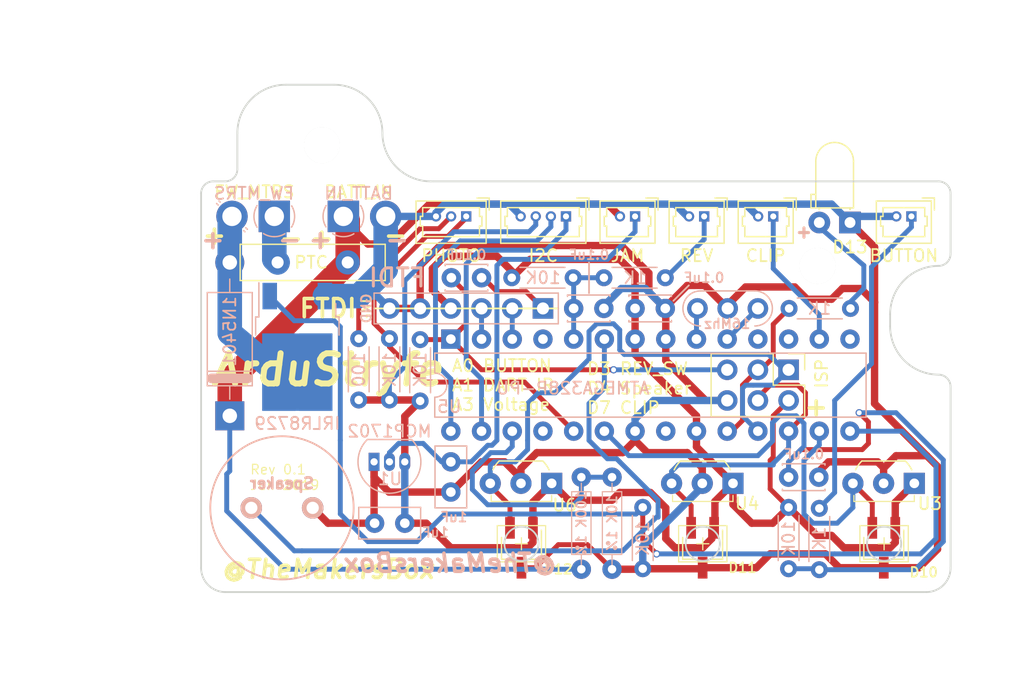
<source format=kicad_pcb>
(kicad_pcb (version 4) (host pcbnew 4.0.7)

  (general
    (links 97)
    (no_connects 0)
    (area 36.922999 77.289999 101.073001 119.440001)
    (thickness 1.6)
    (drawings 68)
    (tracks 436)
    (zones 0)
    (modules 43)
    (nets 36)
  )

  (page A4)
  (title_block
    (date "lun. 30 mars 2015")
  )

  (layers
    (0 F.Cu signal)
    (31 B.Cu signal)
    (32 B.Adhes user)
    (33 F.Adhes user)
    (34 B.Paste user)
    (35 F.Paste user)
    (36 B.SilkS user)
    (37 F.SilkS user)
    (38 B.Mask user)
    (39 F.Mask user)
    (40 Dwgs.User user)
    (41 Cmts.User user)
    (42 Eco1.User user)
    (43 Eco2.User user)
    (44 Edge.Cuts user)
    (45 Margin user)
    (46 B.CrtYd user)
    (47 F.CrtYd user)
    (48 B.Fab user hide)
    (49 F.Fab user hide)
  )

  (setup
    (last_trace_width 0.25)
    (user_trace_width 0.254)
    (user_trace_width 0.3048)
    (user_trace_width 0.4064)
    (user_trace_width 0.508)
    (user_trace_width 0.6096)
    (user_trace_width 0.9144)
    (user_trace_width 1.2)
    (user_trace_width 2.032)
    (trace_clearance 0.2)
    (zone_clearance 0.508)
    (zone_45_only no)
    (trace_min 0.2)
    (segment_width 0.15)
    (edge_width 0.15)
    (via_size 0.6)
    (via_drill 0.4)
    (via_min_size 0.4)
    (via_min_drill 0.3)
    (uvia_size 0.3)
    (uvia_drill 0.1)
    (uvias_allowed no)
    (uvia_min_size 0.2)
    (uvia_min_drill 0.1)
    (pcb_text_width 0.3)
    (pcb_text_size 1.5 1.5)
    (mod_edge_width 0.15)
    (mod_text_size 1 1)
    (mod_text_width 0.15)
    (pad_size 2.6 2.6)
    (pad_drill 1.6)
    (pad_to_mask_clearance 0)
    (aux_axis_origin 110.998 126.365)
    (grid_origin 110.998 126.365)
    (visible_elements 7FFFFFEF)
    (pcbplotparams
      (layerselection 0x010f0_80000001)
      (usegerberextensions true)
      (excludeedgelayer true)
      (linewidth 0.100000)
      (plotframeref false)
      (viasonmask false)
      (mode 1)
      (useauxorigin false)
      (hpglpennumber 1)
      (hpglpenspeed 20)
      (hpglpendiameter 15)
      (hpglpenoverlay 2)
      (psnegative false)
      (psa4output false)
      (plotreference true)
      (plotvalue true)
      (plotinvisibletext false)
      (padsonsilk false)
      (subtractmaskfromsilk false)
      (outputformat 1)
      (mirror false)
      (drillshape 0)
      (scaleselection 1)
      (outputdirectory gerbers/))
  )

  (net 0 "")
  (net 1 /Reset)
  (net 2 GND)
  (net 3 /A0)
  (net 4 /A1)
  (net 5 /A2)
  (net 6 /A3)
  (net 7 /AREF)
  (net 8 "/A4(SDA)")
  (net 9 "/A5(SCL)")
  (net 10 "/9(**)")
  (net 11 /8)
  (net 12 /7)
  (net 13 "/6(**)")
  (net 14 "/5(**)")
  (net 15 /4)
  (net 16 "/3(**)")
  (net 17 /2)
  (net 18 "/13(SCK)")
  (net 19 "/12(MISO)")
  (net 20 VCC)
  (net 21 "Net-(D2-Pad2)")
  (net 22 "Net-(U5-Pad9)")
  (net 23 "Net-(U5-Pad10)")
  (net 24 "/11(MOSI)")
  (net 25 "/10(SS)")
  (net 26 "/0(Rx)")
  (net 27 "/1(Tx)")
  (net 28 /#RTS)
  (net 29 "Net-(J6-Pad1)")
  (net 30 "Net-(J21-Pad1)")
  (net 31 "Net-(J8-Pad2)")
  (net 32 "Net-(F1-Pad2)")
  (net 33 /BATT)
  (net 34 "Net-(D1-Pad2)")
  (net 35 "Net-(C1-Pad1)")

  (net_class Default "This is the default net class."
    (clearance 0.2)
    (trace_width 0.25)
    (via_dia 0.6)
    (via_drill 0.4)
    (uvia_dia 0.3)
    (uvia_drill 0.1)
    (add_net /#RTS)
    (add_net "/0(Rx)")
    (add_net "/1(Tx)")
    (add_net "/10(SS)")
    (add_net "/11(MOSI)")
    (add_net "/12(MISO)")
    (add_net "/13(SCK)")
    (add_net /2)
    (add_net "/3(**)")
    (add_net /4)
    (add_net "/5(**)")
    (add_net "/6(**)")
    (add_net /7)
    (add_net /8)
    (add_net "/9(**)")
    (add_net /A0)
    (add_net /A1)
    (add_net /A2)
    (add_net /A3)
    (add_net "/A4(SDA)")
    (add_net "/A5(SCL)")
    (add_net /AREF)
    (add_net /BATT)
    (add_net /Reset)
    (add_net GND)
    (add_net "Net-(C1-Pad1)")
    (add_net "Net-(D1-Pad2)")
    (add_net "Net-(D2-Pad2)")
    (add_net "Net-(F1-Pad2)")
    (add_net "Net-(J21-Pad1)")
    (add_net "Net-(J6-Pad1)")
    (add_net "Net-(J8-Pad2)")
    (add_net "Net-(U5-Pad10)")
    (add_net "Net-(U5-Pad9)")
    (add_net VCC)
  )

  (module footprints:Hall_Sensor (layer F.Cu) (tedit 5D111A4F) (tstamp 5CE76795)
    (at 95.998 110.365 180)
    (descr "TO-92 leads in-line, wide, drill 0.8mm (see NXP sot054_po.pdf)")
    (tags "to-92 sc-43 sc-43a sot54 PA33 transistor")
    (path /5CE1F6F9)
    (fp_text reference U3 (at -1.284 -1.681 360) (layer F.SilkS)
      (effects (font (size 1 1) (thickness 0.15)))
    )
    (fp_text value "HALL SENSOR" (at 6.477 -0.381 450) (layer F.SilkS) hide
      (effects (font (size 1 1) (thickness 0.15)))
    )
    (fp_line (start 0.5 -6.5) (end 4.5 -6.5) (layer F.SilkS) (width 0.1))
    (fp_line (start 4.5 -6.5) (end 4.5 -3.5) (layer F.SilkS) (width 0.1))
    (fp_line (start 4.5 -3.5) (end 0.5 -3.5) (layer F.SilkS) (width 0.1))
    (fp_line (start 0.5 -3.5) (end 0.5 -6.5) (layer F.SilkS) (width 0.1))
    (fp_line (start 2.5 -5.5) (end 2.5 -4.5) (layer F.SilkS) (width 0.1))
    (fp_line (start 2 -5) (end 3 -5) (layer F.SilkS) (width 0.1))
    (fp_line (start 0 -1) (end 0 -1.5) (layer F.SilkS) (width 0.1))
    (fp_line (start 0 -1.5) (end 5 -1.5) (layer F.SilkS) (width 0.1))
    (fp_line (start 5 -1.5) (end 5 -1) (layer F.SilkS) (width 0.1))
    (fp_text user %R (at 6.82 -1.125 360) (layer F.Fab)
      (effects (font (size 1 1) (thickness 0.15)))
    )
    (fp_line (start 0.74 1.85) (end 4.34 1.85) (layer F.SilkS) (width 0.12))
    (fp_line (start 0.8 1.75) (end 4.3 1.75) (layer F.Fab) (width 0.1))
    (fp_line (start -1.01 -2.73) (end 6.09 -2.73) (layer F.CrtYd) (width 0.05))
    (fp_line (start -1.01 -2.73) (end -1.01 2.01) (layer F.CrtYd) (width 0.05))
    (fp_line (start 6.09 2.01) (end 6.09 -2.73) (layer F.CrtYd) (width 0.05))
    (fp_line (start 6.09 2.01) (end -1.01 2.01) (layer F.CrtYd) (width 0.05))
    (fp_arc (start 2.54 0) (end 0.74 1.85) (angle 20) (layer F.SilkS) (width 0.12))
    (fp_arc (start 2.54 0) (end 4.34 1.85) (angle -20) (layer F.SilkS) (width 0.12))
    (pad 3 thru_hole circle (at 5.08 0 270) (size 1.75 1.75) (drill 0.8) (layers *.Cu *.Mask)
      (net 25 "/10(SS)"))
    (pad 2 thru_hole circle (at 2.54 0 270) (size 1.75 1.75) (drill 0.8) (layers *.Cu *.Mask)
      (net 2 GND))
    (pad 1 thru_hole rect (at 0 0 270) (size 1.75 1.75) (drill 0.8) (layers *.Cu *.Mask)
      (net 20 VCC))
    (model ${KISYS3DMOD}/TO_SOT_Packages_THT.3dshapes/TO-92_Inline_Wide.wrl
      (at (xyz 0.1 0 0))
      (scale (xyz 1 1 1))
      (rotate (xyz 0 0 -90))
    )
  )

  (module SC-59_Handsoldering (layer F.Cu) (tedit 5D126209) (tstamp 5D1260DA)
    (at 93.472 115.697 270)
    (descr "SC-59, hand-soldering varaint, https://lib.chipdip.ru/images/import_diod/original/SOT-23_SC-59.jpg")
    (tags "SC-59 hand-soldering")
    (path /5D1264CA)
    (attr smd)
    (fp_text reference U33 (at 0 -2.5 270) (layer F.SilkS) hide
      (effects (font (size 1 1) (thickness 0.15)))
    )
    (fp_text value "HALL SENSOR" (at 0 2.5 270) (layer F.Fab)
      (effects (font (size 1 1) (thickness 0.15)))
    )
    (fp_text user %R (at 0 0 360) (layer F.Fab)
      (effects (font (size 0.5 0.5) (thickness 0.075)))
    )
    (fp_line (start -0.85 1.55) (end -0.85 -1) (layer F.Fab) (width 0.1))
    (fp_line (start -1.45 -1.65) (end 0.95 -1.65) (layer F.SilkS) (width 0.12))
    (fp_line (start 0.95 -1.65) (end 0.95 -0.6) (layer F.SilkS) (width 0.12))
    (fp_line (start -0.85 1.65) (end 0.95 1.65) (layer F.SilkS) (width 0.12))
    (fp_line (start 0.95 1.65) (end 0.95 0.6) (layer F.SilkS) (width 0.12))
    (fp_line (start -0.85 1.55) (end 0.85 1.55) (layer F.Fab) (width 0.1))
    (fp_line (start -0.3 -1.55) (end -0.85 -1) (layer F.Fab) (width 0.1))
    (fp_line (start -0.3 -1.55) (end 0.85 -1.55) (layer F.Fab) (width 0.1))
    (fp_line (start 0.85 -1.52) (end 0.85 1.52) (layer F.Fab) (width 0.1))
    (fp_line (start -2.8 -1.8) (end 2.8 -1.8) (layer F.CrtYd) (width 0.05))
    (fp_line (start -2.8 -1.8) (end -2.8 1.8) (layer F.CrtYd) (width 0.05))
    (fp_line (start 2.8 1.8) (end 2.8 -1.8) (layer F.CrtYd) (width 0.05))
    (fp_line (start 2.8 1.8) (end -2.8 1.8) (layer F.CrtYd) (width 0.05))
    (pad 1 smd rect (at -1.65 -0.95 270) (size 1.8 0.8) (layers F.Cu F.Paste F.Mask)
      (net 20 VCC))
    (pad 3 smd rect (at -1.65 0.95 270) (size 1.8 0.8) (layers F.Cu F.Paste F.Mask)
      (net 25 "/10(SS)"))
    (pad 2 smd rect (at 1.65 0 270) (size 1.8 0.8) (layers F.Cu F.Paste F.Mask)
      (net 2 GND))
    (model ${KISYS3DMOD}/TO_SOT_Packages_SMD.3dshapes\SC-59.wrl
      (at (xyz 0 0 0))
      (scale (xyz 1 1 1))
      (rotate (xyz 0 0 0))
    )
  )

  (module footprints:Fuse_Littelfuse-LVR125 (layer F.Cu) (tedit 5D125270) (tstamp 5D001DA3)
    (at 46.228 92.075 180)
    (descr "Littelfuse, resettable fuse, PTC, polyswitch LVR125, Ih 1.25A, http://www.littelfuse.com/~/media/electronics/datasheets/resettable_ptcs/littelfuse_ptc_lvr_catalog_datasheet.pdf.pdf")
    (tags "LVR125 PTC resettable polyswitch ")
    (path /5CFFD544)
    (fp_text reference F1 (at 5.715 0 180) (layer F.SilkS) hide
      (effects (font (size 1 1) (thickness 0.15)))
    )
    (fp_text value PTC (at 0.127 0 180) (layer F.SilkS)
      (effects (font (size 1 1) (thickness 0.15)))
    )
    (fp_line (start -6 1.5) (end 6 1.5) (layer F.SilkS) (width 0.12))
    (fp_line (start 6 -1.5) (end -6 -1.5) (layer F.SilkS) (width 0.12))
    (fp_line (start -6 1.5) (end -6 -1.5) (layer F.SilkS) (width 0.12))
    (fp_line (start 6 -1.5) (end 6 1.5) (layer F.SilkS) (width 0.12))
    (fp_text user %R (at -5 0 180) (layer F.Fab)
      (effects (font (size 1 1) (thickness 0.15)))
    )
    (pad 1 thru_hole circle (at -2.9 0 180) (size 2 2) (drill 1) (layers *.Cu *.Mask)
      (net 33 /BATT))
    (pad 2 thru_hole circle (at 2.9 0 180) (size 2 2) (drill 1) (layers *.Cu *.Mask)
      (net 32 "Net-(F1-Pad2)"))
    (model ${KISYS3DMOD}/Fuse_Holders_and_Fuses.3dshapes/Fuse_Littelfuse-LVR125.wrl
      (at (xyz 0 0 0))
      (scale (xyz 1 1 1))
      (rotate (xyz 0 0 0))
    )
  )

  (module Pin_Headers:Pin_Header_Straight_1x06_Pitch2.54mm (layer B.Cu) (tedit 5D113F6D) (tstamp 5CE766F8)
    (at 65.278 95.885 90)
    (descr "Through hole straight pin header, 1x06, 2.54mm pitch, single row")
    (tags "Through hole pin header THT 1x06 2.54mm single row")
    (path /5CE157C8)
    (fp_text reference J7 (at 0 2.33 90) (layer B.SilkS) hide
      (effects (font (size 1 1) (thickness 0.15)) (justify mirror))
    )
    (fp_text value FTDI (at 2.54 -12.065 180) (layer B.SilkS)
      (effects (font (size 1.5 1.5) (thickness 0.25)) (justify mirror))
    )
    (fp_line (start -1.27 1.27) (end 1.27 1.27) (layer B.SilkS) (width 0.12))
    (fp_line (start 1.27 1.27) (end 1.27 -13.97) (layer B.SilkS) (width 0.12))
    (fp_line (start 1.27 -13.97) (end -1.27 -13.97) (layer B.SilkS) (width 0.12))
    (fp_line (start -1.27 -13.97) (end -1.27 1.27) (layer B.SilkS) (width 0.12))
    (fp_line (start -0.635 1.27) (end 1.27 1.27) (layer B.Fab) (width 0.1))
    (fp_line (start 1.27 1.27) (end 1.27 -13.97) (layer B.Fab) (width 0.1))
    (fp_line (start 1.27 -13.97) (end -1.27 -13.97) (layer B.Fab) (width 0.1))
    (fp_line (start -1.27 -13.97) (end -1.27 0.635) (layer B.Fab) (width 0.1))
    (fp_line (start -1.27 0.635) (end -0.635 1.27) (layer B.Fab) (width 0.1))
    (fp_line (start -1.8 1.8) (end -1.8 -14.5) (layer B.CrtYd) (width 0.05))
    (fp_line (start -1.8 -14.5) (end 1.8 -14.5) (layer B.CrtYd) (width 0.05))
    (fp_line (start 1.8 -14.5) (end 1.8 1.8) (layer B.CrtYd) (width 0.05))
    (fp_line (start 1.8 1.8) (end -1.8 1.8) (layer B.CrtYd) (width 0.05))
    (fp_text user %R (at 0 -6.35 360) (layer B.Fab)
      (effects (font (size 1 1) (thickness 0.15)) (justify mirror))
    )
    (pad 1 thru_hole rect (at 0 0 90) (size 1.7 1.7) (drill 1) (layers *.Cu *.Mask)
      (net 28 /#RTS))
    (pad 2 thru_hole oval (at 0 -2.54 90) (size 1.7 1.7) (drill 1) (layers *.Cu *.Mask)
      (net 27 "/1(Tx)"))
    (pad 3 thru_hole oval (at 0 -5.08 90) (size 1.7 1.7) (drill 1) (layers *.Cu *.Mask)
      (net 26 "/0(Rx)"))
    (pad 4 thru_hole oval (at 0 -7.62 90) (size 1.7 1.7) (drill 1) (layers *.Cu *.Mask)
      (net 20 VCC))
    (pad 5 thru_hole oval (at 0 -10.16 90) (size 1.7 1.7) (drill 1) (layers *.Cu *.Mask)
      (net 2 GND))
    (pad 6 thru_hole oval (at 0 -12.7 90) (size 1.7 1.7) (drill 1) (layers *.Cu *.Mask)
      (net 2 GND))
    (model ${KISYS3DMOD}/Pin_Headers.3dshapes/Pin_Header_Straight_1x06_Pitch2.54mm.wrl
      (at (xyz 0 0 0))
      (scale (xyz 1 1 1))
      (rotate (xyz 0 0 0))
    )
  )

  (module Wire_Pads:SolderWirePad_single_2-5mmDrill (layer F.Cu) (tedit 5D019313) (tstamp 5D019308)
    (at 46.998 82.365)
    (path /5CE78195)
    (fp_text reference J14 (at 0.052 -0.192) (layer F.SilkS) hide
      (effects (font (size 1 1) (thickness 0.15)))
    )
    (fp_text value NPTH (at 0 -0.254) (layer F.Fab)
      (effects (font (size 1 1) (thickness 0.15)))
    )
    (pad "" np_thru_hole circle (at 0 0) (size 3 3) (drill 3) (layers *.Cu *.Mask))
  )

  (module footprints:DIP-28_W7.62mm locked (layer B.Cu) (tedit 5D0507A2) (tstamp 5BB69B80)
    (at 57.658 98.425 270)
    (descr "28-lead though-hole mounted DIP package, row spacing 7.62 mm (300 mils)")
    (tags "THT DIP DIL PDIP 2.54mm 7.62mm 300mil")
    (path /5BB5CB12)
    (fp_text reference U5 (at 5.588 0.127 540) (layer B.SilkS)
      (effects (font (size 1 1) (thickness 0.15)) (justify mirror))
    )
    (fp_text value ATMEGA328P-PU (at 4.064 -10.0965 540) (layer B.SilkS)
      (effects (font (size 1 1) (thickness 0.15)) (justify mirror))
    )
    (fp_arc (start 3.81 1.33) (end 2.81 1.33) (angle 180) (layer B.SilkS) (width 0.12))
    (fp_line (start 1.635 1.27) (end 6.985 1.27) (layer B.Fab) (width 0.1))
    (fp_line (start 6.985 1.27) (end 6.985 -34.29) (layer B.Fab) (width 0.1))
    (fp_line (start 6.985 -34.29) (end 0.635 -34.29) (layer B.Fab) (width 0.1))
    (fp_line (start 0.635 -34.29) (end 0.635 0.27) (layer B.Fab) (width 0.1))
    (fp_line (start 0.635 0.27) (end 1.635 1.27) (layer B.Fab) (width 0.1))
    (fp_line (start 2.81 1.33) (end 1.16 1.33) (layer B.SilkS) (width 0.12))
    (fp_line (start 1.16 1.33) (end 1.16 -34.35) (layer B.SilkS) (width 0.12))
    (fp_line (start 1.16 -34.35) (end 6.46 -34.35) (layer B.SilkS) (width 0.12))
    (fp_line (start 6.46 -34.35) (end 6.46 1.33) (layer B.SilkS) (width 0.12))
    (fp_line (start 6.46 1.33) (end 4.81 1.33) (layer B.SilkS) (width 0.12))
    (fp_line (start -1.1 1.55) (end -1.1 -34.55) (layer B.CrtYd) (width 0.05))
    (fp_line (start -1.1 -34.55) (end 8.7 -34.55) (layer B.CrtYd) (width 0.05))
    (fp_line (start 8.7 -34.55) (end 8.7 1.55) (layer B.CrtYd) (width 0.05))
    (fp_line (start 8.7 1.55) (end -1.1 1.55) (layer B.CrtYd) (width 0.05))
    (fp_text user %R (at 3.81 -16.51 270) (layer B.Fab)
      (effects (font (size 1 1) (thickness 0.15)) (justify mirror))
    )
    (pad 1 thru_hole rect (at 0 0 270) (size 1.6 1.6) (drill 0.8) (layers *.Cu *.Mask)
      (net 1 /Reset))
    (pad 15 thru_hole oval (at 7.62 -33.02 270) (size 1.6 1.6) (drill 0.8) (layers *.Cu *.Mask)
      (net 10 "/9(**)"))
    (pad 2 thru_hole oval (at 0 -2.54 270) (size 1.6 1.6) (drill 0.8) (layers *.Cu *.Mask)
      (net 26 "/0(Rx)"))
    (pad 16 thru_hole oval (at 7.62 -30.48 270) (size 1.6 1.6) (drill 0.8) (layers *.Cu *.Mask)
      (net 25 "/10(SS)"))
    (pad 3 thru_hole oval (at 0 -5.08 270) (size 1.6 1.6) (drill 0.8) (layers *.Cu *.Mask)
      (net 27 "/1(Tx)"))
    (pad 17 thru_hole oval (at 7.62 -27.94 270) (size 1.6 1.6) (drill 0.8) (layers *.Cu *.Mask)
      (net 24 "/11(MOSI)"))
    (pad 4 thru_hole oval (at 0 -7.62 270) (size 1.6 1.6) (drill 0.8) (layers *.Cu *.Mask)
      (net 17 /2))
    (pad 18 thru_hole oval (at 7.62 -25.4 270) (size 1.6 1.6) (drill 0.8) (layers *.Cu *.Mask)
      (net 19 "/12(MISO)"))
    (pad 5 thru_hole oval (at 0 -10.16 270) (size 1.6 1.6) (drill 0.8) (layers *.Cu *.Mask)
      (net 16 "/3(**)"))
    (pad 19 thru_hole oval (at 7.62 -22.86 270) (size 1.6 1.6) (drill 0.8) (layers *.Cu *.Mask)
      (net 18 "/13(SCK)"))
    (pad 6 thru_hole oval (at 0 -12.7 270) (size 1.6 1.6) (drill 0.8) (layers *.Cu *.Mask)
      (net 15 /4))
    (pad 20 thru_hole oval (at 7.62 -20.32 270) (size 1.6 1.6) (drill 0.8) (layers *.Cu *.Mask)
      (net 20 VCC))
    (pad 7 thru_hole oval (at 0 -15.24 270) (size 1.6 1.6) (drill 0.8) (layers *.Cu *.Mask)
      (net 20 VCC))
    (pad 21 thru_hole oval (at 7.62 -17.78 270) (size 1.6 1.6) (drill 0.8) (layers *.Cu *.Mask)
      (net 7 /AREF))
    (pad 8 thru_hole oval (at 0 -17.78 270) (size 1.6 1.6) (drill 0.8) (layers *.Cu *.Mask)
      (net 2 GND))
    (pad 22 thru_hole oval (at 7.62 -15.24 270) (size 1.6 1.6) (drill 0.8) (layers *.Cu *.Mask)
      (net 2 GND))
    (pad 9 thru_hole oval (at 0 -20.32 270) (size 1.6 1.6) (drill 0.8) (layers *.Cu *.Mask)
      (net 22 "Net-(U5-Pad9)"))
    (pad 23 thru_hole oval (at 7.62 -12.7 270) (size 1.6 1.6) (drill 0.8) (layers *.Cu *.Mask)
      (net 3 /A0))
    (pad 10 thru_hole oval (at 0 -22.86 270) (size 1.6 1.6) (drill 0.8) (layers *.Cu *.Mask)
      (net 23 "Net-(U5-Pad10)"))
    (pad 24 thru_hole oval (at 7.62 -10.16 270) (size 1.6 1.6) (drill 0.8) (layers *.Cu *.Mask)
      (net 4 /A1))
    (pad 11 thru_hole oval (at 0 -25.4 270) (size 1.6 1.6) (drill 0.8) (layers *.Cu *.Mask)
      (net 14 "/5(**)"))
    (pad 25 thru_hole oval (at 7.62 -7.62 270) (size 1.6 1.6) (drill 0.8) (layers *.Cu *.Mask)
      (net 5 /A2))
    (pad 12 thru_hole oval (at 0 -27.94 270) (size 1.6 1.6) (drill 0.8) (layers *.Cu *.Mask)
      (net 13 "/6(**)"))
    (pad 26 thru_hole oval (at 7.62 -5.08 270) (size 1.6 1.6) (drill 0.8) (layers *.Cu *.Mask)
      (net 6 /A3))
    (pad 13 thru_hole oval (at 0 -30.48 270) (size 1.6 1.6) (drill 0.8) (layers *.Cu *.Mask)
      (net 12 /7))
    (pad 27 thru_hole oval (at 7.62 -2.54 270) (size 1.6 1.6) (drill 0.8) (layers *.Cu *.Mask)
      (net 8 "/A4(SDA)"))
    (pad 14 thru_hole oval (at 0 -33.02 270) (size 1.6 1.6) (drill 0.8) (layers *.Cu *.Mask)
      (net 11 /8))
    (pad 28 thru_hole oval (at 7.62 0 270) (size 1.6 1.6) (drill 0.8) (layers *.Cu *.Mask)
      (net 9 "/A5(SCL)"))
    (model ${KISYS3DMOD}/Housings_DIP.3dshapes/DIP-28_W7.62mm.wrl
      (at (xyz 0 0 0))
      (scale (xyz 1 1 1))
      (rotate (xyz 0 0 0))
    )
  )

  (module footprints:TerminalBlock_P3.50mm_Horizontal (layer B.Cu) (tedit 5D113EA5) (tstamp 5CFEEB59)
    (at 48.768 88.265)
    (descr "Terminal Block Phoenix PT-1,5-2-3.5-H, 2 pins, pitch 3.5mm, size 7x7.6mm^2, drill diamater 1.2mm, pad diameter 2.4mm, see , script-generated using https://github.com/pointhi/kicad-footprint-generator/scripts/TerminalBlock_Phoenix")
    (tags "THT Terminal Block Phoenix PT-1,5-2-3.5-H pitch 3.5mm size 7x7.6mm^2 drill 1.2mm pad 2.4mm")
    (path /5CE59139)
    (fp_text reference J2 (at 2 -2) (layer B.SilkS) hide
      (effects (font (size 1 1) (thickness 0.15)) (justify mirror))
    )
    (fp_text value BATT_IN (at 1.27 -1.905 180) (layer B.SilkS)
      (effects (font (size 1 1) (thickness 0.15)) (justify mirror))
    )
    (fp_arc (start 0 0) (end 1.425 -0.891) (angle 64) (layer B.SilkS) (width 0.12))
    (fp_arc (start 0 0) (end 0.866 1.44) (angle 63) (layer B.SilkS) (width 0.12))
    (fp_arc (start 0 0) (end -1.44 0.866) (angle 63) (layer B.SilkS) (width 0.12))
    (fp_circle (center 0 0) (end 1.5 0) (layer B.Fab) (width 0.1))
    (fp_circle (center 3.5 0) (end 5 0) (layer B.Fab) (width 0.1))
    (fp_line (start -1.75 3.1) (end 5.25 3.1) (layer B.Fab) (width 0.1))
    (fp_line (start 5.25 3.1) (end 5.25 -4.5) (layer B.Fab) (width 0.1))
    (fp_line (start 5.25 -4.5) (end -1.35 -4.5) (layer B.Fab) (width 0.1))
    (fp_line (start -1.35 -4.5) (end -1.75 -4.1) (layer B.Fab) (width 0.1))
    (fp_line (start -1.75 -4.1) (end -1.75 3.1) (layer B.Fab) (width 0.1))
    (fp_line (start -1.75 -4.1) (end 5.25 -4.1) (layer B.Fab) (width 0.1))
    (fp_line (start -1.75 -3) (end 5.25 -3) (layer B.Fab) (width 0.1))
    (fp_line (start 1.138 0.955) (end -0.955 -1.138) (layer B.Fab) (width 0.1))
    (fp_line (start 0.955 1.138) (end -1.138 -0.955) (layer B.Fab) (width 0.1))
    (fp_line (start 4.638 0.955) (end 2.546 -1.138) (layer B.Fab) (width 0.1))
    (fp_line (start 4.455 1.138) (end 2.363 -0.955) (layer B.Fab) (width 0.1))
    (fp_line (start -2.25 3.6) (end -2.25 -5) (layer B.CrtYd) (width 0.05))
    (fp_line (start -2.25 -5) (end 5.75 -5) (layer B.CrtYd) (width 0.05))
    (fp_line (start 5.75 -5) (end 5.75 3.6) (layer B.CrtYd) (width 0.05))
    (fp_line (start 5.75 3.6) (end -2.25 3.6) (layer B.CrtYd) (width 0.05))
    (fp_text user %R (at 2 -2) (layer B.Fab)
      (effects (font (size 1 1) (thickness 0.15)) (justify mirror))
    )
    (pad 1 thru_hole rect (at 0 0) (size 2.6 2.6) (drill 1.6) (layers *.Cu *.Mask)
      (net 33 /BATT))
    (pad 2 thru_hole circle (at 3.5 0) (size 2.6 2.6) (drill 1.6) (layers *.Cu *.Mask)
      (net 2 GND))
    (model ${KISYS3DMOD}/TerminalBlock_Phoenix.3dshapes/TerminalBlock_Phoenix_PT-1,5-2-3.5-H_1x02_P3.50mm_Horizontal.wrl
      (at (xyz 0 0 0))
      (scale (xyz 1 1 1))
      (rotate (xyz 0 0 0))
    )
  )

  (module footprints:TerminalBlock_P3.50mm_Horizontal (layer B.Cu) (tedit 5D110F0A) (tstamp 5CFEEB6E)
    (at 43.053 88.265 180)
    (descr "Terminal Block Phoenix PT-1,5-2-3.5-H, 2 pins, pitch 3.5mm, size 7x7.6mm^2, drill diamater 1.2mm, pad diameter 2.4mm, see , script-generated using https://github.com/pointhi/kicad-footprint-generator/scripts/TerminalBlock_Phoenix")
    (tags "THT Terminal Block Phoenix PT-1,5-2-3.5-H pitch 3.5mm size 7x7.6mm^2 drill 1.2mm pad 2.4mm")
    (path /5CE592FA)
    (fp_text reference J9 (at 2 -2 180) (layer B.SilkS) hide
      (effects (font (size 1 1) (thickness 0.15)) (justify mirror))
    )
    (fp_text value FW_MTRS (at 1.69 1.9 360) (layer B.SilkS)
      (effects (font (size 1 1) (thickness 0.15)) (justify mirror))
    )
    (fp_arc (start 0 0) (end 0 -1.68) (angle 32) (layer B.SilkS) (width 0.12))
    (fp_arc (start 0 0) (end 1.425 -0.891) (angle 64) (layer B.SilkS) (width 0.12))
    (fp_arc (start 0 0) (end -1.44 0.866) (angle 63) (layer B.SilkS) (width 0.12))
    (fp_arc (start 0 0) (end -0.866 -1.44) (angle 32) (layer B.SilkS) (width 0.12))
    (fp_circle (center 0 0) (end 1.5 0) (layer B.Fab) (width 0.1))
    (fp_circle (center 3.5 0) (end 5 0) (layer B.Fab) (width 0.1))
    (fp_line (start -1.75 3.1) (end 5.25 3.1) (layer B.Fab) (width 0.1))
    (fp_line (start 5.25 3.1) (end 5.25 -4.5) (layer B.Fab) (width 0.1))
    (fp_line (start 5.25 -4.5) (end -1.35 -4.5) (layer B.Fab) (width 0.1))
    (fp_line (start -1.35 -4.5) (end -1.75 -4.1) (layer B.Fab) (width 0.1))
    (fp_line (start -1.75 -4.1) (end -1.75 3.1) (layer B.Fab) (width 0.1))
    (fp_line (start -1.75 -4.1) (end 5.25 -4.1) (layer B.Fab) (width 0.1))
    (fp_line (start -1.75 -3) (end 5.25 -3) (layer B.Fab) (width 0.1))
    (fp_line (start 1.138 0.955) (end -0.955 -1.138) (layer B.Fab) (width 0.1))
    (fp_line (start 0.955 1.138) (end -1.138 -0.955) (layer B.Fab) (width 0.1))
    (fp_line (start 4.638 0.955) (end 2.546 -1.138) (layer B.Fab) (width 0.1))
    (fp_line (start 4.455 1.138) (end 2.363 -0.955) (layer B.Fab) (width 0.1))
    (fp_line (start 4.775 1.069) (end 4.646 0.941) (layer B.SilkS) (width 0.12))
    (fp_line (start 2.525 -1.181) (end 2.431 -1.274) (layer B.SilkS) (width 0.12))
    (fp_line (start 4.57 1.275) (end 4.476 1.181) (layer B.SilkS) (width 0.12))
    (fp_line (start 2.355 -0.941) (end 2.226 -1.069) (layer B.SilkS) (width 0.12))
    (fp_line (start -2.25 3.6) (end -2.25 -5) (layer B.CrtYd) (width 0.05))
    (fp_line (start -2.25 -5) (end 5.75 -5) (layer B.CrtYd) (width 0.05))
    (fp_line (start 5.75 -5) (end 5.75 3.6) (layer B.CrtYd) (width 0.05))
    (fp_line (start 5.75 3.6) (end -2.25 3.6) (layer B.CrtYd) (width 0.05))
    (fp_text user %R (at 2 -2 180) (layer B.Fab)
      (effects (font (size 1 1) (thickness 0.15)) (justify mirror))
    )
    (pad 1 thru_hole rect (at 0 0 180) (size 2.6 2.6) (drill 1.6) (layers *.Cu *.Mask)
      (net 32 "Net-(F1-Pad2)"))
    (pad 2 thru_hole circle (at 3.5 0 180) (size 2.6 2.6) (drill 1.6) (layers *.Cu *.Mask)
      (net 34 "Net-(D1-Pad2)"))
    (model ${KISYS3DMOD}/TerminalBlock_Phoenix.3dshapes/TerminalBlock_Phoenix_PT-1,5-2-3.5-H_1x02_P3.50mm_Horizontal.wrl
      (at (xyz 0 0 0))
      (scale (xyz 1 1 1))
      (rotate (xyz 0 0 0))
    )
  )

  (module footprints:Resonator-3pin_w7.0mm_h2.5mm (layer B.Cu) (tedit 5D02B93C) (tstamp 5BB69BAF)
    (at 83.058 95.885 180)
    (descr "Ceramic Resomator/Filter 7.0x2.5mm^2, length*width=7.0x2.5mm^2 package, package length=7.0mm, package width=2.5mm, 3 pins")
    (tags "THT ceramic resonator filter")
    (path /5BB6F476)
    (fp_text reference Y1 (at -1.27 -1.651 180) (layer B.SilkS) hide
      (effects (font (size 1 1) (thickness 0.15)) (justify mirror))
    )
    (fp_text value 16Mhz (at 2.54 -1.27 180) (layer B.SilkS)
      (effects (font (size 0.8 0.8) (thickness 0.15)) (justify mirror))
    )
    (fp_text user %R (at 2.5 0 180) (layer B.Fab)
      (effects (font (size 1 1) (thickness 0.15)) (justify mirror))
    )
    (fp_line (start 0.25 1.25) (end 4.75 1.25) (layer B.Fab) (width 0.1))
    (fp_line (start 0.25 -1.25) (end 4.75 -1.25) (layer B.Fab) (width 0.1))
    (fp_line (start 0.25 1.25) (end 4.75 1.25) (layer B.Fab) (width 0.1))
    (fp_line (start 0.25 -1.25) (end 4.75 -1.25) (layer B.Fab) (width 0.1))
    (fp_line (start 0.25 1.45) (end 4.75 1.45) (layer B.SilkS) (width 0.12))
    (fp_line (start -1.5 1.7) (end -1.5 -1.7) (layer B.CrtYd) (width 0.05))
    (fp_line (start -1.5 -1.7) (end 6.5 -1.7) (layer B.CrtYd) (width 0.05))
    (fp_line (start 6.5 -1.7) (end 6.5 1.7) (layer B.CrtYd) (width 0.05))
    (fp_line (start 6.5 1.7) (end -1.5 1.7) (layer B.CrtYd) (width 0.05))
    (fp_arc (start 0.25 0) (end 0.25 1.25) (angle 180) (layer B.Fab) (width 0.1))
    (fp_arc (start 4.75 0) (end 4.75 1.25) (angle -180) (layer B.Fab) (width 0.1))
    (fp_arc (start 0.25 0) (end 0.25 1.25) (angle 180) (layer B.Fab) (width 0.1))
    (fp_arc (start 4.75 0) (end 4.75 1.25) (angle -180) (layer B.Fab) (width 0.1))
    (fp_arc (start 0.25 0) (end 0.25 1.45) (angle 180) (layer B.SilkS) (width 0.12))
    (fp_arc (start 4.75 0) (end 4.75 1.45) (angle -180) (layer B.SilkS) (width 0.12))
    (pad 1 thru_hole circle (at 0 0 180) (size 1.7 1.7) (drill 1) (layers *.Cu *.Mask)
      (net 23 "Net-(U5-Pad10)"))
    (pad 2 thru_hole circle (at 2.5 0 180) (size 1.7 1.7) (drill 1) (layers *.Cu *.Mask)
      (net 2 GND))
    (pad 3 thru_hole circle (at 5 0 180) (size 1.7 1.7) (drill 1) (layers *.Cu *.Mask)
      (net 22 "Net-(U5-Pad9)"))
    (model ${KISYS3DMOD}/Crystals.3dshapes/Resonator-3pin_w7.0mm_h2.5mm.wrl
      (at (xyz 0 0 0))
      (scale (xyz 0.393701 0.393701 0.393701))
      (rotate (xyz 0 0 0))
    )
  )

  (module footprints:D_DO-15_P12.70mm_Horizontal (layer B.Cu) (tedit 5D002A04) (tstamp 5CE766AD)
    (at 39.37 104.775 90)
    (descr "D, DO-15 series, Axial, Horizontal, pin pitch=12.7mm, , length*diameter=7.6*3.6mm^2, , http://www.diodes.com/_files/packages/DO-15.pdf")
    (tags "D DO-15 series Axial Horizontal pin pitch 12.7mm  length 7.6mm diameter 3.6mm")
    (path /5CDFABAB)
    (fp_text reference D1 (at 6.35 0 90) (layer B.SilkS) hide
      (effects (font (size 1 1) (thickness 0.15)) (justify mirror))
    )
    (fp_text value 1N5401 (at 6.985 0 90) (layer B.SilkS)
      (effects (font (size 1 1) (thickness 0.15)) (justify mirror))
    )
    (fp_line (start 3.1 1.5) (end 3.1 -1.5) (layer B.SilkS) (width 0.8))
    (fp_text user %R (at 6.35 0 90) (layer B.Fab)
      (effects (font (size 1 1) (thickness 0.15)) (justify mirror))
    )
    (fp_line (start 2.55 1.8) (end 2.55 -1.8) (layer B.Fab) (width 0.1))
    (fp_line (start 2.55 -1.8) (end 10.15 -1.8) (layer B.Fab) (width 0.1))
    (fp_line (start 10.15 -1.8) (end 10.15 1.8) (layer B.Fab) (width 0.1))
    (fp_line (start 10.15 1.8) (end 2.55 1.8) (layer B.Fab) (width 0.1))
    (fp_line (start 0 0) (end 2.55 0) (layer B.Fab) (width 0.1))
    (fp_line (start 12.7 0) (end 10.15 0) (layer B.Fab) (width 0.1))
    (fp_line (start 3.69 1.8) (end 3.69 -1.8) (layer B.Fab) (width 0.1))
    (fp_line (start 2.49 1.86) (end 2.49 -1.86) (layer B.SilkS) (width 0.12))
    (fp_line (start 2.49 -1.86) (end 10.21 -1.86) (layer B.SilkS) (width 0.12))
    (fp_line (start 10.21 -1.86) (end 10.21 1.86) (layer B.SilkS) (width 0.12))
    (fp_line (start 10.21 1.86) (end 2.49 1.86) (layer B.SilkS) (width 0.12))
    (fp_line (start 1.38 0) (end 2.49 0) (layer B.SilkS) (width 0.12))
    (fp_line (start 11.32 0) (end 10.21 0) (layer B.SilkS) (width 0.12))
    (fp_line (start 3.69 1.86) (end 3.69 -1.86) (layer B.SilkS) (width 0.12))
    (fp_line (start -1.45 2.15) (end -1.45 -2.15) (layer B.CrtYd) (width 0.05))
    (fp_line (start -1.45 -2.15) (end 14.15 -2.15) (layer B.CrtYd) (width 0.05))
    (fp_line (start 14.15 -2.15) (end 14.15 2.15) (layer B.CrtYd) (width 0.05))
    (fp_line (start 14.15 2.15) (end -1.45 2.15) (layer B.CrtYd) (width 0.05))
    (pad 1 thru_hole rect (at 0 0 90) (size 2.4 2.4) (drill 1.2) (layers *.Cu *.Mask)
      (net 33 /BATT))
    (pad 2 thru_hole oval (at 12.7 0 90) (size 2.4 2.4) (drill 1.2) (layers *.Cu *.Mask)
      (net 34 "Net-(D1-Pad2)"))
    (model ${KISYS3DMOD}/Diodes_THT.3dshapes/D_DO-15_P12.70mm_Horizontal.wrl
      (at (xyz 0 0 0))
      (scale (xyz 0.393701 0.393701 0.393701))
      (rotate (xyz 0 0 0))
    )
  )

  (module Wire_Pads:SolderWirePad_single_2-5mmDrill (layer F.Cu) (tedit 5D019315) (tstamp 5D019310)
    (at 87.998 92.365)
    (path /5CE78195)
    (fp_text reference J14 (at 0.052 -0.192) (layer F.SilkS) hide
      (effects (font (size 1 1) (thickness 0.15)))
    )
    (fp_text value NPTH (at 0 -0.254) (layer F.Fab)
      (effects (font (size 1 1) (thickness 0.15)))
    )
    (pad "" np_thru_hole circle (at 0 0) (size 3 3) (drill 3) (layers *.Cu *.Mask))
  )

  (module footprints:SPEAKER (layer B.Cu) (tedit 5D050A1D) (tstamp 5CF7F78A)
    (at 43.688 112.395 270)
    (descr "Switch inverseur")
    (tags "SWITCH DEV")
    (path /5CF98DB6)
    (fp_text reference LS1 (at 0 -5.08 270) (layer B.SilkS) hide
      (effects (font (size 1.016 1.016) (thickness 0.2032)) (justify mirror))
    )
    (fp_text value Speaker (at -2.032 0 360) (layer B.SilkS)
      (effects (font (size 0.889 0.889) (thickness 0.22225)) (justify mirror))
    )
    (fp_circle (center 0 0) (end -5.842 1.016) (layer B.SilkS) (width 0.15))
    (pad 2 thru_hole circle (at 0 -2.54 270) (size 1.778 1.778) (drill 1.016) (layers *.Cu *.Mask B.SilkS)
      (net 2 GND))
    (pad 1 thru_hole circle (at 0 2.54 270) (size 1.778 1.778) (drill 1.016) (layers *.Cu *.Mask B.SilkS)
      (net 15 /4))
  )

  (module footprints:R__P5.08mm (layer B.Cu) (tedit 5CE6B6CD) (tstamp 5CDF7E55)
    (at 65.278 93.345 180)
    (descr "Resistor, Axial_DIN0204 series, Axial, Horizontal, pin pitch=5.08mm, 0.16666666666666666W = 1/6W, length*diameter=3.6*1.6mm^2, http://cdn-reichelt.de/documents/datenblatt/B400/1_4W%23YAG.pdf")
    (tags "Resistor Axial_DIN0204 series Axial Horizontal pin pitch 5.08mm 0.16666666666666666W = 1/6W length 3.6mm diameter 1.6mm")
    (path /5CE1198B)
    (fp_text reference R6 (at 0 0 180) (layer B.SilkS) hide
      (effects (font (size 1 1) (thickness 0.15)) (justify mirror))
    )
    (fp_text value 10K (at 0 0 180) (layer B.SilkS)
      (effects (font (size 1 1) (thickness 0.15)) (justify mirror))
    )
    (fp_line (start -1.76 0.8) (end -1.76 -0.8) (layer B.Fab) (width 0.1))
    (fp_line (start -1.76 -0.8) (end 1.84 -0.8) (layer B.Fab) (width 0.1))
    (fp_line (start 1.84 -0.8) (end 1.84 0.8) (layer B.Fab) (width 0.1))
    (fp_line (start 1.84 0.8) (end -1.76 0.8) (layer B.Fab) (width 0.1))
    (fp_line (start -2.5 0) (end -1.76 0) (layer B.Fab) (width 0.1))
    (fp_line (start 2.58 0) (end 1.84 0) (layer B.Fab) (width 0.1))
    (fp_line (start -1.82 0.86) (end 1.9 0.86) (layer B.SilkS) (width 0.12))
    (fp_line (start -1.82 -0.86) (end 1.9 -0.86) (layer B.SilkS) (width 0.12))
    (fp_line (start -3.45 1.15) (end -3.45 -1.15) (layer B.CrtYd) (width 0.05))
    (fp_line (start -3.45 -1.15) (end 3.55 -1.15) (layer B.CrtYd) (width 0.05))
    (fp_line (start 3.55 -1.15) (end 3.55 1.15) (layer B.CrtYd) (width 0.05))
    (fp_line (start 3.55 1.15) (end -3.45 1.15) (layer B.CrtYd) (width 0.05))
    (pad 1 thru_hole circle (at -2.5 0 180) (size 1.4 1.4) (drill 0.7) (layers *.Cu *.Mask)
      (net 16 "/3(**)"))
    (pad 2 thru_hole oval (at 2.58 0 180) (size 1.4 1.4) (drill 0.7) (layers *.Cu *.Mask)
      (net 20 VCC))
    (model ${KISYS3DMOD}/Resistors_THT.3dshapes/R_Axial_DIN0204_L3.6mm_D1.6mm_P5.08mm_Horizontal.wrl
      (at (xyz 0 0 0))
      (scale (xyz 0.393701 0.393701 0.393701))
      (rotate (xyz 0 0 0))
    )
  )

  (module footprints:R__P5.08mm (layer B.Cu) (tedit 5CE6B6CD) (tstamp 5CDF7E5B)
    (at 72.898 93.345 180)
    (descr "Resistor, Axial_DIN0204 series, Axial, Horizontal, pin pitch=5.08mm, 0.16666666666666666W = 1/6W, length*diameter=3.6*1.6mm^2, http://cdn-reichelt.de/documents/datenblatt/B400/1_4W%23YAG.pdf")
    (tags "Resistor Axial_DIN0204 series Axial Horizontal pin pitch 5.08mm 0.16666666666666666W = 1/6W length 3.6mm diameter 1.6mm")
    (path /5CE11991)
    (fp_text reference R7 (at 0 0 180) (layer B.SilkS) hide
      (effects (font (size 1 1) (thickness 0.15)) (justify mirror))
    )
    (fp_text value 1K (at 0 0 180) (layer B.SilkS)
      (effects (font (size 1 1) (thickness 0.15)) (justify mirror))
    )
    (fp_line (start -1.76 0.8) (end -1.76 -0.8) (layer B.Fab) (width 0.1))
    (fp_line (start -1.76 -0.8) (end 1.84 -0.8) (layer B.Fab) (width 0.1))
    (fp_line (start 1.84 -0.8) (end 1.84 0.8) (layer B.Fab) (width 0.1))
    (fp_line (start 1.84 0.8) (end -1.76 0.8) (layer B.Fab) (width 0.1))
    (fp_line (start -2.5 0) (end -1.76 0) (layer B.Fab) (width 0.1))
    (fp_line (start 2.58 0) (end 1.84 0) (layer B.Fab) (width 0.1))
    (fp_line (start -1.82 0.86) (end 1.9 0.86) (layer B.SilkS) (width 0.12))
    (fp_line (start -1.82 -0.86) (end 1.9 -0.86) (layer B.SilkS) (width 0.12))
    (fp_line (start -3.45 1.15) (end -3.45 -1.15) (layer B.CrtYd) (width 0.05))
    (fp_line (start -3.45 -1.15) (end 3.55 -1.15) (layer B.CrtYd) (width 0.05))
    (fp_line (start 3.55 -1.15) (end 3.55 1.15) (layer B.CrtYd) (width 0.05))
    (fp_line (start 3.55 1.15) (end -3.45 1.15) (layer B.CrtYd) (width 0.05))
    (pad 1 thru_hole circle (at -2.5 0 180) (size 1.4 1.4) (drill 0.7) (layers *.Cu *.Mask)
      (net 29 "Net-(J6-Pad1)"))
    (pad 2 thru_hole oval (at 2.58 0 180) (size 1.4 1.4) (drill 0.7) (layers *.Cu *.Mask)
      (net 16 "/3(**)"))
    (model ${KISYS3DMOD}/Resistors_THT.3dshapes/R_Axial_DIN0204_L3.6mm_D1.6mm_P5.08mm_Horizontal.wrl
      (at (xyz 0 0 0))
      (scale (xyz 0.393701 0.393701 0.393701))
      (rotate (xyz 0 0 0))
    )
  )

  (module footprints:C_Disc_D5.0mm_W2.5mm_P2.50mm (layer B.Cu) (tedit 5D125166) (tstamp 5CE76612)
    (at 57.658 108.585 270)
    (descr "C, Disc series, Radial, pin pitch=2.50mm, , diameter*width=5*2.5mm^2, Capacitor, http://cdn-reichelt.de/documents/datenblatt/B300/DS_KERKO_TC.pdf")
    (tags "C Disc series Radial pin pitch 2.50mm  diameter 5mm width 2.5mm Capacitor")
    (path /5CE3AD1B)
    (fp_text reference C1 (at 1.25 2.56 270) (layer B.SilkS) hide
      (effects (font (size 1 1) (thickness 0.15)) (justify mirror))
    )
    (fp_text value 1uF (at 4.572 -0.254 360) (layer B.SilkS)
      (effects (font (size 0.8 0.8) (thickness 0.15)) (justify mirror))
    )
    (fp_line (start -1.25 1.25) (end -1.25 -1.25) (layer B.Fab) (width 0.1))
    (fp_line (start -1.25 -1.25) (end 3.75 -1.25) (layer B.Fab) (width 0.1))
    (fp_line (start 3.75 -1.25) (end 3.75 1.25) (layer B.Fab) (width 0.1))
    (fp_line (start 3.75 1.25) (end -1.25 1.25) (layer B.Fab) (width 0.1))
    (fp_line (start -1.31 1.31) (end 3.81 1.31) (layer B.SilkS) (width 0.12))
    (fp_line (start -1.31 -1.31) (end 3.81 -1.31) (layer B.SilkS) (width 0.12))
    (fp_line (start -1.31 1.31) (end -1.31 -1.31) (layer B.SilkS) (width 0.12))
    (fp_line (start 3.81 1.31) (end 3.81 -1.31) (layer B.SilkS) (width 0.12))
    (fp_line (start -1.6 1.6) (end -1.6 -1.6) (layer B.CrtYd) (width 0.05))
    (fp_line (start -1.6 -1.6) (end 4.1 -1.6) (layer B.CrtYd) (width 0.05))
    (fp_line (start 4.1 -1.6) (end 4.1 1.6) (layer B.CrtYd) (width 0.05))
    (fp_line (start 4.1 1.6) (end -1.6 1.6) (layer B.CrtYd) (width 0.05))
    (fp_text user %R (at 1.25 0 270) (layer B.Fab)
      (effects (font (size 1 1) (thickness 0.15)) (justify mirror))
    )
    (pad 1 thru_hole circle (at 0 0 270) (size 1.6 1.6) (drill 0.8) (layers *.Cu *.Mask)
      (net 35 "Net-(C1-Pad1)"))
    (pad 2 thru_hole circle (at 2.5 0 270) (size 1.6 1.6) (drill 0.8) (layers *.Cu *.Mask)
      (net 2 GND))
    (model ${KISYS3DMOD}/Capacitors_THT.3dshapes/C_Disc_D5.0mm_W2.5mm_P2.50mm.wrl
      (at (xyz 0 0 0))
      (scale (xyz 1 1 1))
      (rotate (xyz 0 0 0))
    )
  )

  (module footprints:C_Disc_D5.0mm_W2.5mm_P2.50mm (layer B.Cu) (tedit 5D126C37) (tstamp 5CE7664A)
    (at 53.848 113.665 180)
    (descr "C, Disc series, Radial, pin pitch=2.50mm, , diameter*width=5*2.5mm^2, Capacitor, http://cdn-reichelt.de/documents/datenblatt/B300/DS_KERKO_TC.pdf")
    (tags "C Disc series Radial pin pitch 2.50mm  diameter 5mm width 2.5mm Capacitor")
    (path /5CE3B609)
    (fp_text reference C4 (at 1.25 2.56 180) (layer B.SilkS) hide
      (effects (font (size 1 1) (thickness 0.15)) (justify mirror))
    )
    (fp_text value 1uF (at -2.54 -0.762 180) (layer B.SilkS)
      (effects (font (size 0.8 0.8) (thickness 0.15)) (justify mirror))
    )
    (fp_line (start -1.25 1.25) (end -1.25 -1.25) (layer B.Fab) (width 0.1))
    (fp_line (start -1.25 -1.25) (end 3.75 -1.25) (layer B.Fab) (width 0.1))
    (fp_line (start 3.75 -1.25) (end 3.75 1.25) (layer B.Fab) (width 0.1))
    (fp_line (start 3.75 1.25) (end -1.25 1.25) (layer B.Fab) (width 0.1))
    (fp_line (start -1.31 1.31) (end 3.81 1.31) (layer B.SilkS) (width 0.12))
    (fp_line (start -1.31 -1.31) (end 3.81 -1.31) (layer B.SilkS) (width 0.12))
    (fp_line (start -1.31 1.31) (end -1.31 -1.31) (layer B.SilkS) (width 0.12))
    (fp_line (start 3.81 1.31) (end 3.81 -1.31) (layer B.SilkS) (width 0.12))
    (fp_line (start -1.6 1.6) (end -1.6 -1.6) (layer B.CrtYd) (width 0.05))
    (fp_line (start -1.6 -1.6) (end 4.1 -1.6) (layer B.CrtYd) (width 0.05))
    (fp_line (start 4.1 -1.6) (end 4.1 1.6) (layer B.CrtYd) (width 0.05))
    (fp_line (start 4.1 1.6) (end -1.6 1.6) (layer B.CrtYd) (width 0.05))
    (fp_text user %R (at 1.25 0 180) (layer B.Fab)
      (effects (font (size 1 1) (thickness 0.15)) (justify mirror))
    )
    (pad 1 thru_hole circle (at 0 0 180) (size 1.6 1.6) (drill 0.8) (layers *.Cu *.Mask)
      (net 20 VCC))
    (pad 2 thru_hole circle (at 2.5 0 180) (size 1.6 1.6) (drill 0.8) (layers *.Cu *.Mask)
      (net 2 GND))
    (model ${KISYS3DMOD}/Capacitors_THT.3dshapes/C_Disc_D5.0mm_W2.5mm_P2.50mm.wrl
      (at (xyz 0 0 0))
      (scale (xyz 1 1 1))
      (rotate (xyz 0 0 0))
    )
  )

  (module footprints:C_Disc_D3.4mm_W2.1mm_P2.50mm (layer B.Cu) (tedit 5D113E52) (tstamp 5CE76685)
    (at 67.818 95.885)
    (descr "C, Disc series, Radial, pin pitch=2.50mm, , diameter*width=3.4*2.1mm^2, Capacitor, http://www.vishay.com/docs/45233/krseries.pdf")
    (tags "C Disc series Radial pin pitch 2.50mm  diameter 3.4mm width 2.1mm Capacitor")
    (path /5CE11997)
    (fp_text reference C7 (at 1.25 2.36) (layer B.SilkS) hide
      (effects (font (size 1 1) (thickness 0.15)) (justify mirror))
    )
    (fp_text value 0.1uF (at 1.27 -4.445) (layer B.SilkS)
      (effects (font (size 0.8 0.8) (thickness 0.15)) (justify mirror))
    )
    (fp_line (start -0.45 1.05) (end -0.45 -1.05) (layer B.Fab) (width 0.1))
    (fp_line (start -0.45 -1.05) (end 2.95 -1.05) (layer B.Fab) (width 0.1))
    (fp_line (start 2.95 -1.05) (end 2.95 1.05) (layer B.Fab) (width 0.1))
    (fp_line (start 2.95 1.05) (end -0.45 1.05) (layer B.Fab) (width 0.1))
    (fp_line (start -0.51 1.11) (end 3.01 1.11) (layer B.SilkS) (width 0.12))
    (fp_line (start -0.51 -1.11) (end 3.01 -1.11) (layer B.SilkS) (width 0.12))
    (fp_line (start -0.51 1.11) (end -0.51 0.996) (layer B.SilkS) (width 0.12))
    (fp_line (start -0.51 -0.996) (end -0.51 -1.11) (layer B.SilkS) (width 0.12))
    (fp_line (start 3.01 1.11) (end 3.01 0.996) (layer B.SilkS) (width 0.12))
    (fp_line (start 3.01 -0.996) (end 3.01 -1.11) (layer B.SilkS) (width 0.12))
    (fp_line (start -1.05 1.4) (end -1.05 -1.4) (layer B.CrtYd) (width 0.05))
    (fp_line (start -1.05 -1.4) (end 3.55 -1.4) (layer B.CrtYd) (width 0.05))
    (fp_line (start 3.55 -1.4) (end 3.55 1.4) (layer B.CrtYd) (width 0.05))
    (fp_line (start 3.55 1.4) (end -1.05 1.4) (layer B.CrtYd) (width 0.05))
    (fp_text user %R (at 1.25 0) (layer B.Fab)
      (effects (font (size 1 1) (thickness 0.15)) (justify mirror))
    )
    (pad 1 thru_hole circle (at 0 0) (size 1.6 1.6) (drill 0.8) (layers *.Cu *.Mask)
      (net 16 "/3(**)"))
    (pad 2 thru_hole circle (at 2.5 0) (size 1.6 1.6) (drill 0.8) (layers *.Cu *.Mask)
      (net 2 GND))
    (model ${KISYS3DMOD}/Capacitors_THT.3dshapes/C_Disc_D3.4mm_W2.1mm_P2.50mm.wrl
      (at (xyz 0 0 0))
      (scale (xyz 1 1 1))
      (rotate (xyz 0 0 0))
    )
  )

  (module footprints:LED_D3.0mm_Horizontal_O1.27mm_Z10.0mm (layer F.Cu) (tedit 5D126BED) (tstamp 5CE766C5)
    (at 90.678 88.773 180)
    (descr "LED, diameter 3.0mm z-position of LED center 2.0mm, 2 pins, diameter 3.0mm z-position of LED center 2.0mm, 2 pins, diameter 3.0mm z-position of LED center 2.0mm, 2 pins, diameter 3.0mm z-position of LED center 6.0mm, 2 pins, diameter 3.0mm z-position of LED center 6.0mm, 2 pins, diameter 3.0mm z-position of LED center 6.0mm, 2 pins, diameter 3.0mm z-position of LED center 10.0mm, 2 pins")
    (tags "LED diameter 3.0mm z-position of LED center 2.0mm 2 pins diameter 3.0mm z-position of LED center 2.0mm 2 pins diameter 3.0mm z-position of LED center 2.0mm 2 pins diameter 3.0mm z-position of LED center 6.0mm 2 pins diameter 3.0mm z-position of LED center 6.0mm 2 pins diameter 3.0mm z-position of LED center 6.0mm 2 pins diameter 3.0mm z-position of LED center 10.0mm 2 pins")
    (path /5BB7BB61)
    (fp_text reference D2 (at 1.27 -1.96 180) (layer F.SilkS) hide
      (effects (font (size 1 1) (thickness 0.15)))
    )
    (fp_text value D13 (at 0 -2.032 180) (layer F.SilkS)
      (effects (font (size 1 1) (thickness 0.15)))
    )
    (fp_arc (start 1.27 5.07) (end -0.23 5.07) (angle -180) (layer F.Fab) (width 0.1))
    (fp_arc (start 1.27 5.07) (end -0.29 5.07) (angle -180) (layer F.SilkS) (width 0.12))
    (fp_line (start -0.23 1.27) (end -0.23 5.07) (layer F.Fab) (width 0.1))
    (fp_line (start 2.77 1.27) (end 2.77 5.07) (layer F.Fab) (width 0.1))
    (fp_line (start -0.23 1.27) (end 2.77 1.27) (layer F.Fab) (width 0.1))
    (fp_line (start 3.17 1.27) (end 3.17 2.27) (layer F.Fab) (width 0.1))
    (fp_line (start 3.17 2.27) (end 2.77 2.27) (layer F.Fab) (width 0.1))
    (fp_line (start 2.77 2.27) (end 2.77 1.27) (layer F.Fab) (width 0.1))
    (fp_line (start 2.77 1.27) (end 3.17 1.27) (layer F.Fab) (width 0.1))
    (fp_line (start 0 0) (end 0 1.27) (layer F.Fab) (width 0.1))
    (fp_line (start 0 1.27) (end 0 1.27) (layer F.Fab) (width 0.1))
    (fp_line (start 0 1.27) (end 0 0) (layer F.Fab) (width 0.1))
    (fp_line (start 0 0) (end 0 0) (layer F.Fab) (width 0.1))
    (fp_line (start 2.54 0) (end 2.54 1.27) (layer F.Fab) (width 0.1))
    (fp_line (start 2.54 1.27) (end 2.54 1.27) (layer F.Fab) (width 0.1))
    (fp_line (start 2.54 1.27) (end 2.54 0) (layer F.Fab) (width 0.1))
    (fp_line (start 2.54 0) (end 2.54 0) (layer F.Fab) (width 0.1))
    (fp_line (start -0.29 1.21) (end -0.29 5.07) (layer F.SilkS) (width 0.12))
    (fp_line (start 2.83 1.21) (end 2.83 5.07) (layer F.SilkS) (width 0.12))
    (fp_line (start -0.29 1.21) (end 2.83 1.21) (layer F.SilkS) (width 0.12))
    (fp_line (start 3.23 1.21) (end 3.23 2.33) (layer F.SilkS) (width 0.12))
    (fp_line (start 3.23 2.33) (end 2.83 2.33) (layer F.SilkS) (width 0.12))
    (fp_line (start 2.83 2.33) (end 2.83 1.21) (layer F.SilkS) (width 0.12))
    (fp_line (start 2.83 1.21) (end 3.23 1.21) (layer F.SilkS) (width 0.12))
    (fp_line (start 0 1.08) (end 0 1.21) (layer F.SilkS) (width 0.12))
    (fp_line (start 0 1.21) (end 0 1.21) (layer F.SilkS) (width 0.12))
    (fp_line (start 0 1.21) (end 0 1.08) (layer F.SilkS) (width 0.12))
    (fp_line (start 0 1.08) (end 0 1.08) (layer F.SilkS) (width 0.12))
    (fp_line (start 2.54 1.08) (end 2.54 1.21) (layer F.SilkS) (width 0.12))
    (fp_line (start 2.54 1.21) (end 2.54 1.21) (layer F.SilkS) (width 0.12))
    (fp_line (start 2.54 1.21) (end 2.54 1.08) (layer F.SilkS) (width 0.12))
    (fp_line (start 2.54 1.08) (end 2.54 1.08) (layer F.SilkS) (width 0.12))
    (fp_line (start -1.25 -1.25) (end -1.25 6.9) (layer F.CrtYd) (width 0.05))
    (fp_line (start -1.25 6.9) (end 3.75 6.9) (layer F.CrtYd) (width 0.05))
    (fp_line (start 3.75 6.9) (end 3.75 -1.25) (layer F.CrtYd) (width 0.05))
    (fp_line (start 3.75 -1.25) (end -1.25 -1.25) (layer F.CrtYd) (width 0.05))
    (pad 1 thru_hole rect (at 0 0 180) (size 1.8 1.8) (drill 0.9) (layers *.Cu *.Mask)
      (net 2 GND))
    (pad 2 thru_hole circle (at 2.54 0 180) (size 1.8 1.8) (drill 0.9) (layers *.Cu *.Mask)
      (net 21 "Net-(D2-Pad2)"))
    (model ${KISYS3DMOD}/LEDs.3dshapes/LED_D3.0mm_Horizontal_O1.27mm_Z10.0mm.wrl
      (at (xyz 0 0 0))
      (scale (xyz 0.393701 0.393701 0.393701))
      (rotate (xyz 0 0 0))
    )
  )

  (module footprints:TO-92_Inline_Narrow_Oval (layer B.Cu) (tedit 5D124CD5) (tstamp 5CE76761)
    (at 51.308 108.585)
    (descr "TO-92 leads in-line, narrow, oval pads, drill 0.6mm (see NXP sot054_po.pdf)")
    (tags "to-92 sc-43 sc-43a sot54 PA33 transistor")
    (path /5CE399AF)
    (fp_text reference U1 (at 1.32 1.41) (layer B.SilkS)
      (effects (font (size 1 1) (thickness 0.15)) (justify mirror))
    )
    (fp_text value MCP1702 (at 1.27 -2.54) (layer B.SilkS)
      (effects (font (size 1 1) (thickness 0.15)) (justify mirror))
    )
    (fp_text user %R (at 1.27 3.56) (layer B.Fab)
      (effects (font (size 1 1) (thickness 0.15)) (justify mirror))
    )
    (fp_line (start -0.53 -1.85) (end 3.07 -1.85) (layer B.SilkS) (width 0.12))
    (fp_line (start -0.5 -1.75) (end 3 -1.75) (layer B.Fab) (width 0.1))
    (fp_line (start -1.46 2.73) (end 4 2.73) (layer B.CrtYd) (width 0.05))
    (fp_line (start -1.46 2.73) (end -1.46 -2.01) (layer B.CrtYd) (width 0.05))
    (fp_line (start 4 -2.01) (end 4 2.73) (layer B.CrtYd) (width 0.05))
    (fp_line (start 4 -2.01) (end -1.46 -2.01) (layer B.CrtYd) (width 0.05))
    (fp_arc (start 1.27 0) (end 1.27 2.48) (angle -135) (layer B.Fab) (width 0.1))
    (fp_arc (start 1.27 0) (end 1.27 2.6) (angle 135) (layer B.SilkS) (width 0.12))
    (fp_arc (start 1.27 0) (end 1.27 2.48) (angle 135) (layer B.Fab) (width 0.1))
    (fp_arc (start 1.27 0) (end 1.27 2.6) (angle -135) (layer B.SilkS) (width 0.12))
    (pad 2 thru_hole oval (at 1.27 0 180) (size 0.9 1.5) (drill 0.6) (layers *.Cu *.Mask)
      (net 35 "Net-(C1-Pad1)"))
    (pad 3 thru_hole oval (at 2.54 0 180) (size 0.9 1.5) (drill 0.6) (layers *.Cu *.Mask)
      (net 20 VCC))
    (pad 1 thru_hole rect (at 0 0 180) (size 0.9 1.5) (drill 0.6) (layers *.Cu *.Mask)
      (net 2 GND))
    (model ${KISYS3DMOD}/TO_SOT_Packages_THT.3dshapes/TO-92_Inline_Narrow_Oval.wrl
      (at (xyz 0.05 0 0))
      (scale (xyz 1 1 1))
      (rotate (xyz 0 0 -90))
    )
  )

  (module footprints:C_Disc_D3.4mm_W2.1mm_P2.50mm (layer B.Cu) (tedit 5D113E6A) (tstamp 5CE7FAB7)
    (at 72.898 95.885)
    (descr "C, Disc series, Radial, pin pitch=2.50mm, , diameter*width=3.4*2.1mm^2, Capacitor, http://www.vishay.com/docs/45233/krseries.pdf")
    (tags "C Disc series Radial pin pitch 2.50mm  diameter 3.4mm width 2.1mm Capacitor")
    (path /5BB79E45)
    (fp_text reference C5 (at 0 0) (layer B.SilkS) hide
      (effects (font (size 1 1) (thickness 0.15)) (justify mirror))
    )
    (fp_text value 0.1uF (at 5.715 -2.54 180) (layer B.SilkS)
      (effects (font (size 0.8 0.8) (thickness 0.15)) (justify mirror))
    )
    (fp_line (start -0.45 1.05) (end -0.45 -1.05) (layer B.Fab) (width 0.1))
    (fp_line (start -0.45 -1.05) (end 2.95 -1.05) (layer B.Fab) (width 0.1))
    (fp_line (start 2.95 -1.05) (end 2.95 1.05) (layer B.Fab) (width 0.1))
    (fp_line (start 2.95 1.05) (end -0.45 1.05) (layer B.Fab) (width 0.1))
    (fp_line (start -0.51 1.11) (end 3.01 1.11) (layer B.SilkS) (width 0.12))
    (fp_line (start -0.51 -1.11) (end 3.01 -1.11) (layer B.SilkS) (width 0.12))
    (fp_line (start -0.51 1.11) (end -0.51 0.996) (layer B.SilkS) (width 0.12))
    (fp_line (start -0.51 -0.996) (end -0.51 -1.11) (layer B.SilkS) (width 0.12))
    (fp_line (start 3.01 1.11) (end 3.01 0.996) (layer B.SilkS) (width 0.12))
    (fp_line (start 3.01 -0.996) (end 3.01 -1.11) (layer B.SilkS) (width 0.12))
    (fp_line (start -1.05 1.4) (end -1.05 -1.4) (layer B.CrtYd) (width 0.05))
    (fp_line (start -1.05 -1.4) (end 3.55 -1.4) (layer B.CrtYd) (width 0.05))
    (fp_line (start 3.55 -1.4) (end 3.55 1.4) (layer B.CrtYd) (width 0.05))
    (fp_line (start 3.55 1.4) (end -1.05 1.4) (layer B.CrtYd) (width 0.05))
    (fp_text user %R (at 1.25 0) (layer B.Fab)
      (effects (font (size 1 1) (thickness 0.15)) (justify mirror))
    )
    (pad 1 thru_hole circle (at 0 0) (size 1.6 1.6) (drill 0.8) (layers *.Cu *.Mask)
      (net 20 VCC))
    (pad 2 thru_hole circle (at 2.5 0) (size 1.6 1.6) (drill 0.8) (layers *.Cu *.Mask)
      (net 2 GND))
    (model ${KISYS3DMOD}/Capacitors_THT.3dshapes/C_Disc_D3.4mm_W2.1mm_P2.50mm.wrl
      (at (xyz 0 0 0))
      (scale (xyz 1 1 1))
      (rotate (xyz 0 0 0))
    )
  )

  (module footprints:C_Disc_D3.4mm_W2.1mm_P2.50mm (layer B.Cu) (tedit 5D113E58) (tstamp 5CF73F70)
    (at 60.198 93.345 180)
    (descr "C, Disc series, Radial, pin pitch=2.50mm, , diameter*width=3.4*2.1mm^2, Capacitor, http://www.vishay.com/docs/45233/krseries.pdf")
    (tags "C Disc series Radial pin pitch 2.50mm  diameter 3.4mm width 2.1mm Capacitor")
    (path /5CF78490)
    (fp_text reference C9 (at 1.25 2.36 180) (layer B.SilkS) hide
      (effects (font (size 1 1) (thickness 0.15)) (justify mirror))
    )
    (fp_text value 0.1uF (at 1.27 1.905 360) (layer B.SilkS)
      (effects (font (size 0.8 0.8) (thickness 0.15)) (justify mirror))
    )
    (fp_line (start -0.45 1.05) (end -0.45 -1.05) (layer B.Fab) (width 0.1))
    (fp_line (start -0.45 -1.05) (end 2.95 -1.05) (layer B.Fab) (width 0.1))
    (fp_line (start 2.95 -1.05) (end 2.95 1.05) (layer B.Fab) (width 0.1))
    (fp_line (start 2.95 1.05) (end -0.45 1.05) (layer B.Fab) (width 0.1))
    (fp_line (start -0.51 1.11) (end 3.01 1.11) (layer B.SilkS) (width 0.12))
    (fp_line (start -0.51 -1.11) (end 3.01 -1.11) (layer B.SilkS) (width 0.12))
    (fp_line (start -0.51 1.11) (end -0.51 0.996) (layer B.SilkS) (width 0.12))
    (fp_line (start -0.51 -0.996) (end -0.51 -1.11) (layer B.SilkS) (width 0.12))
    (fp_line (start 3.01 1.11) (end 3.01 0.996) (layer B.SilkS) (width 0.12))
    (fp_line (start 3.01 -0.996) (end 3.01 -1.11) (layer B.SilkS) (width 0.12))
    (fp_line (start -1.05 1.4) (end -1.05 -1.4) (layer B.CrtYd) (width 0.05))
    (fp_line (start -1.05 -1.4) (end 3.55 -1.4) (layer B.CrtYd) (width 0.05))
    (fp_line (start 3.55 -1.4) (end 3.55 1.4) (layer B.CrtYd) (width 0.05))
    (fp_line (start 3.55 1.4) (end -1.05 1.4) (layer B.CrtYd) (width 0.05))
    (fp_text user %R (at 1.25 0 180) (layer B.Fab)
      (effects (font (size 1 1) (thickness 0.15)) (justify mirror))
    )
    (pad 1 thru_hole circle (at 0 0 180) (size 1.6 1.6) (drill 0.8) (layers *.Cu *.Mask)
      (net 28 /#RTS))
    (pad 2 thru_hole circle (at 2.5 0 180) (size 1.6 1.6) (drill 0.8) (layers *.Cu *.Mask)
      (net 1 /Reset))
    (model ${KISYS3DMOD}/Capacitors_THT.3dshapes/C_Disc_D3.4mm_W2.1mm_P2.50mm.wrl
      (at (xyz 0 0 0))
      (scale (xyz 1 1 1))
      (rotate (xyz 0 0 0))
    )
  )

  (module footprints:R__P5.08mm (layer B.Cu) (tedit 5CE6B6CD) (tstamp 5CF73F76)
    (at 55.118 100.965 270)
    (descr "Resistor, Axial_DIN0204 series, Axial, Horizontal, pin pitch=5.08mm, 0.16666666666666666W = 1/6W, length*diameter=3.6*1.6mm^2, http://cdn-reichelt.de/documents/datenblatt/B400/1_4W%23YAG.pdf")
    (tags "Resistor Axial_DIN0204 series Axial Horizontal pin pitch 5.08mm 0.16666666666666666W = 1/6W length 3.6mm diameter 1.6mm")
    (path /5CF785A0)
    (fp_text reference R17 (at 0 0 270) (layer B.SilkS) hide
      (effects (font (size 1 1) (thickness 0.15)) (justify mirror))
    )
    (fp_text value 10K (at 0 0 270) (layer B.SilkS)
      (effects (font (size 1 1) (thickness 0.15)) (justify mirror))
    )
    (fp_line (start -1.76 0.8) (end -1.76 -0.8) (layer B.Fab) (width 0.1))
    (fp_line (start -1.76 -0.8) (end 1.84 -0.8) (layer B.Fab) (width 0.1))
    (fp_line (start 1.84 -0.8) (end 1.84 0.8) (layer B.Fab) (width 0.1))
    (fp_line (start 1.84 0.8) (end -1.76 0.8) (layer B.Fab) (width 0.1))
    (fp_line (start -2.5 0) (end -1.76 0) (layer B.Fab) (width 0.1))
    (fp_line (start 2.58 0) (end 1.84 0) (layer B.Fab) (width 0.1))
    (fp_line (start -1.82 0.86) (end 1.9 0.86) (layer B.SilkS) (width 0.12))
    (fp_line (start -1.82 -0.86) (end 1.9 -0.86) (layer B.SilkS) (width 0.12))
    (fp_line (start -3.45 1.15) (end -3.45 -1.15) (layer B.CrtYd) (width 0.05))
    (fp_line (start -3.45 -1.15) (end 3.55 -1.15) (layer B.CrtYd) (width 0.05))
    (fp_line (start 3.55 -1.15) (end 3.55 1.15) (layer B.CrtYd) (width 0.05))
    (fp_line (start 3.55 1.15) (end -3.45 1.15) (layer B.CrtYd) (width 0.05))
    (pad 1 thru_hole circle (at -2.5 0 270) (size 1.4 1.4) (drill 0.7) (layers *.Cu *.Mask)
      (net 1 /Reset))
    (pad 2 thru_hole oval (at 2.58 0 270) (size 1.4 1.4) (drill 0.7) (layers *.Cu *.Mask)
      (net 20 VCC))
    (model ${KISYS3DMOD}/Resistors_THT.3dshapes/R_Axial_DIN0204_L3.6mm_D1.6mm_P5.08mm_Horizontal.wrl
      (at (xyz 0 0 0))
      (scale (xyz 0.393701 0.393701 0.393701))
      (rotate (xyz 0 0 0))
    )
  )

  (module footprints:C_Disc_D3.4mm_W2.1mm_P2.50mm (layer B.Cu) (tedit 5D04F31D) (tstamp 5CF7D7FB)
    (at 85.598 109.855)
    (descr "C, Disc series, Radial, pin pitch=2.50mm, , diameter*width=3.4*2.1mm^2, Capacitor, http://www.vishay.com/docs/45233/krseries.pdf")
    (tags "C Disc series Radial pin pitch 2.50mm  diameter 3.4mm width 2.1mm Capacitor")
    (path /5CFBC345)
    (fp_text reference C10 (at 1.25 2.36) (layer B.SilkS) hide
      (effects (font (size 1 1) (thickness 0.15)) (justify mirror))
    )
    (fp_text value 0.1uF (at 1.27 -1.905) (layer B.SilkS)
      (effects (font (size 0.8 0.8) (thickness 0.15)) (justify mirror))
    )
    (fp_line (start -0.45 1.05) (end -0.45 -1.05) (layer B.Fab) (width 0.1))
    (fp_line (start -0.45 -1.05) (end 2.95 -1.05) (layer B.Fab) (width 0.1))
    (fp_line (start 2.95 -1.05) (end 2.95 1.05) (layer B.Fab) (width 0.1))
    (fp_line (start 2.95 1.05) (end -0.45 1.05) (layer B.Fab) (width 0.1))
    (fp_line (start -0.51 1.11) (end 3.01 1.11) (layer B.SilkS) (width 0.12))
    (fp_line (start -0.51 -1.11) (end 3.01 -1.11) (layer B.SilkS) (width 0.12))
    (fp_line (start -0.51 1.11) (end -0.51 0.996) (layer B.SilkS) (width 0.12))
    (fp_line (start -0.51 -0.996) (end -0.51 -1.11) (layer B.SilkS) (width 0.12))
    (fp_line (start 3.01 1.11) (end 3.01 0.996) (layer B.SilkS) (width 0.12))
    (fp_line (start 3.01 -0.996) (end 3.01 -1.11) (layer B.SilkS) (width 0.12))
    (fp_line (start -1.05 1.4) (end -1.05 -1.4) (layer B.CrtYd) (width 0.05))
    (fp_line (start -1.05 -1.4) (end 3.55 -1.4) (layer B.CrtYd) (width 0.05))
    (fp_line (start 3.55 -1.4) (end 3.55 1.4) (layer B.CrtYd) (width 0.05))
    (fp_line (start 3.55 1.4) (end -1.05 1.4) (layer B.CrtYd) (width 0.05))
    (fp_text user %R (at 1.25 0) (layer B.Fab)
      (effects (font (size 1 1) (thickness 0.15)) (justify mirror))
    )
    (pad 1 thru_hole circle (at 0 0) (size 1.6 1.6) (drill 0.8) (layers *.Cu *.Mask)
      (net 3 /A0))
    (pad 2 thru_hole circle (at 2.5 0) (size 1.6 1.6) (drill 0.8) (layers *.Cu *.Mask)
      (net 2 GND))
    (model ${KISYS3DMOD}/Capacitors_THT.3dshapes/C_Disc_D3.4mm_W2.1mm_P2.50mm.wrl
      (at (xyz 0 0 0))
      (scale (xyz 1 1 1))
      (rotate (xyz 0 0 0))
    )
  )

  (module footprints:R__P5.08mm (layer B.Cu) (tedit 5CE6B6CD) (tstamp 5CF7D8AF)
    (at 88.138 114.935 270)
    (descr "Resistor, Axial_DIN0204 series, Axial, Horizontal, pin pitch=5.08mm, 0.16666666666666666W = 1/6W, length*diameter=3.6*1.6mm^2, http://cdn-reichelt.de/documents/datenblatt/B400/1_4W%23YAG.pdf")
    (tags "Resistor Axial_DIN0204 series Axial Horizontal pin pitch 5.08mm 0.16666666666666666W = 1/6W length 3.6mm diameter 1.6mm")
    (path /5CFBC33F)
    (fp_text reference R18 (at 0 0 270) (layer B.SilkS) hide
      (effects (font (size 1 1) (thickness 0.15)) (justify mirror))
    )
    (fp_text value 1K (at 0 0 270) (layer B.SilkS)
      (effects (font (size 1 1) (thickness 0.15)) (justify mirror))
    )
    (fp_line (start -1.76 0.8) (end -1.76 -0.8) (layer B.Fab) (width 0.1))
    (fp_line (start -1.76 -0.8) (end 1.84 -0.8) (layer B.Fab) (width 0.1))
    (fp_line (start 1.84 -0.8) (end 1.84 0.8) (layer B.Fab) (width 0.1))
    (fp_line (start 1.84 0.8) (end -1.76 0.8) (layer B.Fab) (width 0.1))
    (fp_line (start -2.5 0) (end -1.76 0) (layer B.Fab) (width 0.1))
    (fp_line (start 2.58 0) (end 1.84 0) (layer B.Fab) (width 0.1))
    (fp_line (start -1.82 0.86) (end 1.9 0.86) (layer B.SilkS) (width 0.12))
    (fp_line (start -1.82 -0.86) (end 1.9 -0.86) (layer B.SilkS) (width 0.12))
    (fp_line (start -3.45 1.15) (end -3.45 -1.15) (layer B.CrtYd) (width 0.05))
    (fp_line (start -3.45 -1.15) (end 3.55 -1.15) (layer B.CrtYd) (width 0.05))
    (fp_line (start 3.55 -1.15) (end 3.55 1.15) (layer B.CrtYd) (width 0.05))
    (fp_line (start 3.55 1.15) (end -3.45 1.15) (layer B.CrtYd) (width 0.05))
    (pad 1 thru_hole circle (at -2.5 0 270) (size 1.4 1.4) (drill 0.7) (layers *.Cu *.Mask)
      (net 30 "Net-(J21-Pad1)"))
    (pad 2 thru_hole oval (at 2.58 0 270) (size 1.4 1.4) (drill 0.7) (layers *.Cu *.Mask)
      (net 3 /A0))
    (model ${KISYS3DMOD}/Resistors_THT.3dshapes/R_Axial_DIN0204_L3.6mm_D1.6mm_P5.08mm_Horizontal.wrl
      (at (xyz 0 0 0))
      (scale (xyz 0.393701 0.393701 0.393701))
      (rotate (xyz 0 0 0))
    )
  )

  (module footprints:R__P5.08mm (layer B.Cu) (tedit 5CE6B6CD) (tstamp 5CF7D8C1)
    (at 85.598 114.935 90)
    (descr "Resistor, Axial_DIN0204 series, Axial, Horizontal, pin pitch=5.08mm, 0.16666666666666666W = 1/6W, length*diameter=3.6*1.6mm^2, http://cdn-reichelt.de/documents/datenblatt/B400/1_4W%23YAG.pdf")
    (tags "Resistor Axial_DIN0204 series Axial Horizontal pin pitch 5.08mm 0.16666666666666666W = 1/6W length 3.6mm diameter 1.6mm")
    (path /5CFBC339)
    (fp_text reference R19 (at 0 0 90) (layer B.SilkS) hide
      (effects (font (size 1 1) (thickness 0.15)) (justify mirror))
    )
    (fp_text value 10K (at 0 0 90) (layer B.SilkS)
      (effects (font (size 1 1) (thickness 0.15)) (justify mirror))
    )
    (fp_line (start -1.76 0.8) (end -1.76 -0.8) (layer B.Fab) (width 0.1))
    (fp_line (start -1.76 -0.8) (end 1.84 -0.8) (layer B.Fab) (width 0.1))
    (fp_line (start 1.84 -0.8) (end 1.84 0.8) (layer B.Fab) (width 0.1))
    (fp_line (start 1.84 0.8) (end -1.76 0.8) (layer B.Fab) (width 0.1))
    (fp_line (start -2.5 0) (end -1.76 0) (layer B.Fab) (width 0.1))
    (fp_line (start 2.58 0) (end 1.84 0) (layer B.Fab) (width 0.1))
    (fp_line (start -1.82 0.86) (end 1.9 0.86) (layer B.SilkS) (width 0.12))
    (fp_line (start -1.82 -0.86) (end 1.9 -0.86) (layer B.SilkS) (width 0.12))
    (fp_line (start -3.45 1.15) (end -3.45 -1.15) (layer B.CrtYd) (width 0.05))
    (fp_line (start -3.45 -1.15) (end 3.55 -1.15) (layer B.CrtYd) (width 0.05))
    (fp_line (start 3.55 -1.15) (end 3.55 1.15) (layer B.CrtYd) (width 0.05))
    (fp_line (start 3.55 1.15) (end -3.45 1.15) (layer B.CrtYd) (width 0.05))
    (pad 1 thru_hole circle (at -2.5 0 90) (size 1.4 1.4) (drill 0.7) (layers *.Cu *.Mask)
      (net 3 /A0))
    (pad 2 thru_hole oval (at 2.58 0 90) (size 1.4 1.4) (drill 0.7) (layers *.Cu *.Mask)
      (net 20 VCC))
    (model ${KISYS3DMOD}/Resistors_THT.3dshapes/R_Axial_DIN0204_L3.6mm_D1.6mm_P5.08mm_Horizontal.wrl
      (at (xyz 0 0 0))
      (scale (xyz 0.393701 0.393701 0.393701))
      (rotate (xyz 0 0 0))
    )
  )

  (module footprints:Hall_Sensor (layer F.Cu) (tedit 5D111A4C) (tstamp 5CE767A8)
    (at 80.998 110.365 180)
    (descr "TO-92 leads in-line, wide, drill 0.8mm (see NXP sot054_po.pdf)")
    (tags "to-92 sc-43 sc-43a sot54 PA33 transistor")
    (path /5CE20965)
    (fp_text reference U4 (at -1.171 -1.681 360) (layer F.SilkS)
      (effects (font (size 1 1) (thickness 0.15)))
    )
    (fp_text value "HALL SENSOR" (at 6.477 -0.381 450) (layer F.SilkS) hide
      (effects (font (size 1 1) (thickness 0.15)))
    )
    (fp_line (start 0.5 -6.5) (end 4.5 -6.5) (layer F.SilkS) (width 0.1))
    (fp_line (start 4.5 -6.5) (end 4.5 -3.5) (layer F.SilkS) (width 0.1))
    (fp_line (start 4.5 -3.5) (end 0.5 -3.5) (layer F.SilkS) (width 0.1))
    (fp_line (start 0.5 -3.5) (end 0.5 -6.5) (layer F.SilkS) (width 0.1))
    (fp_line (start 2.5 -5.5) (end 2.5 -4.5) (layer F.SilkS) (width 0.1))
    (fp_line (start 2 -5) (end 3 -5) (layer F.SilkS) (width 0.1))
    (fp_line (start 0 -1) (end 0 -1.5) (layer F.SilkS) (width 0.1))
    (fp_line (start 0 -1.5) (end 5 -1.5) (layer F.SilkS) (width 0.1))
    (fp_line (start 5 -1.5) (end 5 -1) (layer F.SilkS) (width 0.1))
    (fp_text user %R (at 6.885 -1.125 360) (layer F.Fab)
      (effects (font (size 1 1) (thickness 0.15)))
    )
    (fp_line (start 0.74 1.85) (end 4.34 1.85) (layer F.SilkS) (width 0.12))
    (fp_line (start 0.8 1.75) (end 4.3 1.75) (layer F.Fab) (width 0.1))
    (fp_line (start -1.01 -2.73) (end 6.09 -2.73) (layer F.CrtYd) (width 0.05))
    (fp_line (start -1.01 -2.73) (end -1.01 2.01) (layer F.CrtYd) (width 0.05))
    (fp_line (start 6.09 2.01) (end 6.09 -2.73) (layer F.CrtYd) (width 0.05))
    (fp_line (start 6.09 2.01) (end -1.01 2.01) (layer F.CrtYd) (width 0.05))
    (fp_arc (start 2.54 0) (end 0.74 1.85) (angle 20) (layer F.SilkS) (width 0.12))
    (fp_arc (start 2.54 0) (end 4.34 1.85) (angle -20) (layer F.SilkS) (width 0.12))
    (pad 3 thru_hole circle (at 5.08 0 270) (size 1.75 1.75) (drill 0.8) (layers *.Cu *.Mask)
      (net 24 "/11(MOSI)"))
    (pad 2 thru_hole circle (at 2.54 0 270) (size 1.75 1.75) (drill 0.8) (layers *.Cu *.Mask)
      (net 2 GND))
    (pad 1 thru_hole rect (at 0 0 270) (size 1.75 1.75) (drill 0.8) (layers *.Cu *.Mask)
      (net 20 VCC))
    (model ${KISYS3DMOD}/TO_SOT_Packages_THT.3dshapes/TO-92_Inline_Wide.wrl
      (at (xyz 0.1 0 0))
      (scale (xyz 1 1 1))
      (rotate (xyz 0 0 -90))
    )
  )

  (module footprints:Hall_Sensor (layer F.Cu) (tedit 5D111A47) (tstamp 5CE767BB)
    (at 65.998 110.365 180)
    (descr "TO-92 leads in-line, wide, drill 0.8mm (see NXP sot054_po.pdf)")
    (tags "to-92 sc-43 sc-43a sot54 PA33 transistor")
    (path /5CE214B0)
    (fp_text reference U6 (at -1.074 -1.808 360) (layer F.SilkS)
      (effects (font (size 1 1) (thickness 0.15)))
    )
    (fp_text value "HALL SENSOR" (at 6.477 -0.381 450) (layer F.SilkS) hide
      (effects (font (size 1 1) (thickness 0.15)))
    )
    (fp_line (start 0.5 -6.5) (end 4.5 -6.5) (layer F.SilkS) (width 0.1))
    (fp_line (start 4.5 -6.5) (end 4.5 -3.5) (layer F.SilkS) (width 0.1))
    (fp_line (start 4.5 -3.5) (end 0.5 -3.5) (layer F.SilkS) (width 0.1))
    (fp_line (start 0.5 -3.5) (end 0.5 -6.5) (layer F.SilkS) (width 0.1))
    (fp_line (start 2.5 -5.5) (end 2.5 -4.5) (layer F.SilkS) (width 0.1))
    (fp_line (start 2 -5) (end 3 -5) (layer F.SilkS) (width 0.1))
    (fp_line (start 0 -1) (end 0 -1.5) (layer F.SilkS) (width 0.1))
    (fp_line (start 0 -1.5) (end 5 -1.5) (layer F.SilkS) (width 0.1))
    (fp_line (start 5 -1.5) (end 5 -1) (layer F.SilkS) (width 0.1))
    (fp_text user %R (at 7.205 -1.125 360) (layer F.Fab)
      (effects (font (size 1 1) (thickness 0.15)))
    )
    (fp_line (start 0.74 1.85) (end 4.34 1.85) (layer F.SilkS) (width 0.12))
    (fp_line (start 0.8 1.75) (end 4.3 1.75) (layer F.Fab) (width 0.1))
    (fp_line (start -1.01 -2.73) (end 6.09 -2.73) (layer F.CrtYd) (width 0.05))
    (fp_line (start -1.01 -2.73) (end -1.01 2.01) (layer F.CrtYd) (width 0.05))
    (fp_line (start 6.09 2.01) (end 6.09 -2.73) (layer F.CrtYd) (width 0.05))
    (fp_line (start 6.09 2.01) (end -1.01 2.01) (layer F.CrtYd) (width 0.05))
    (fp_arc (start 2.54 0) (end 0.74 1.85) (angle 20) (layer F.SilkS) (width 0.12))
    (fp_arc (start 2.54 0) (end 4.34 1.85) (angle -20) (layer F.SilkS) (width 0.12))
    (pad 3 thru_hole circle (at 5.08 0 270) (size 1.75 1.75) (drill 0.8) (layers *.Cu *.Mask)
      (net 19 "/12(MISO)"))
    (pad 2 thru_hole circle (at 2.54 0 270) (size 1.75 1.75) (drill 0.8) (layers *.Cu *.Mask)
      (net 2 GND))
    (pad 1 thru_hole rect (at 0 0 270) (size 1.75 1.75) (drill 0.8) (layers *.Cu *.Mask)
      (net 20 VCC))
    (model ${KISYS3DMOD}/TO_SOT_Packages_THT.3dshapes/TO-92_Inline_Wide.wrl
      (at (xyz 0.1 0 0))
      (scale (xyz 1 1 1))
      (rotate (xyz 0 0 -90))
    )
  )

  (module footprints:R__P5.08mm (layer B.Cu) (tedit 5CE6B6CD) (tstamp 5CF899C0)
    (at 52.578 100.965 90)
    (descr "Resistor, Axial_DIN0204 series, Axial, Horizontal, pin pitch=5.08mm, 0.16666666666666666W = 1/6W, length*diameter=3.6*1.6mm^2, http://cdn-reichelt.de/documents/datenblatt/B400/1_4W%23YAG.pdf")
    (tags "Resistor Axial_DIN0204 series Axial Horizontal pin pitch 5.08mm 0.16666666666666666W = 1/6W length 3.6mm diameter 1.6mm")
    (path /5D07A39E)
    (fp_text reference R20 (at 0 0 90) (layer B.SilkS) hide
      (effects (font (size 1 1) (thickness 0.15)) (justify mirror))
    )
    (fp_text value 10K (at 0 0 90) (layer B.SilkS)
      (effects (font (size 1 1) (thickness 0.15)) (justify mirror))
    )
    (fp_line (start -1.76 0.8) (end -1.76 -0.8) (layer B.Fab) (width 0.1))
    (fp_line (start -1.76 -0.8) (end 1.84 -0.8) (layer B.Fab) (width 0.1))
    (fp_line (start 1.84 -0.8) (end 1.84 0.8) (layer B.Fab) (width 0.1))
    (fp_line (start 1.84 0.8) (end -1.76 0.8) (layer B.Fab) (width 0.1))
    (fp_line (start -2.5 0) (end -1.76 0) (layer B.Fab) (width 0.1))
    (fp_line (start 2.58 0) (end 1.84 0) (layer B.Fab) (width 0.1))
    (fp_line (start -1.82 0.86) (end 1.9 0.86) (layer B.SilkS) (width 0.12))
    (fp_line (start -1.82 -0.86) (end 1.9 -0.86) (layer B.SilkS) (width 0.12))
    (fp_line (start -3.45 1.15) (end -3.45 -1.15) (layer B.CrtYd) (width 0.05))
    (fp_line (start -3.45 -1.15) (end 3.55 -1.15) (layer B.CrtYd) (width 0.05))
    (fp_line (start 3.55 -1.15) (end 3.55 1.15) (layer B.CrtYd) (width 0.05))
    (fp_line (start 3.55 1.15) (end -3.45 1.15) (layer B.CrtYd) (width 0.05))
    (pad 1 thru_hole circle (at -2.5 0 90) (size 1.4 1.4) (drill 0.7) (layers *.Cu *.Mask)
      (net 20 VCC))
    (pad 2 thru_hole oval (at 2.58 0 90) (size 1.4 1.4) (drill 0.7) (layers *.Cu *.Mask)
      (net 4 /A1))
    (model ${KISYS3DMOD}/Resistors_THT.3dshapes/R_Axial_DIN0204_L3.6mm_D1.6mm_P5.08mm_Horizontal.wrl
      (at (xyz 0 0 0))
      (scale (xyz 0.393701 0.393701 0.393701))
      (rotate (xyz 0 0 0))
    )
  )

  (module footprints:R__P5.08mm (layer B.Cu) (tedit 5CE6B6CD) (tstamp 5CF899D2)
    (at 50.038 100.965 90)
    (descr "Resistor, Axial_DIN0204 series, Axial, Horizontal, pin pitch=5.08mm, 0.16666666666666666W = 1/6W, length*diameter=3.6*1.6mm^2, http://cdn-reichelt.de/documents/datenblatt/B400/1_4W%23YAG.pdf")
    (tags "Resistor Axial_DIN0204 series Axial Horizontal pin pitch 5.08mm 0.16666666666666666W = 1/6W length 3.6mm diameter 1.6mm")
    (path /5D07A447)
    (fp_text reference R21 (at 0 0 90) (layer B.SilkS) hide
      (effects (font (size 1 1) (thickness 0.15)) (justify mirror))
    )
    (fp_text value 100 (at 0 0 90) (layer B.SilkS)
      (effects (font (size 1 1) (thickness 0.15)) (justify mirror))
    )
    (fp_line (start -1.76 0.8) (end -1.76 -0.8) (layer B.Fab) (width 0.1))
    (fp_line (start -1.76 -0.8) (end 1.84 -0.8) (layer B.Fab) (width 0.1))
    (fp_line (start 1.84 -0.8) (end 1.84 0.8) (layer B.Fab) (width 0.1))
    (fp_line (start 1.84 0.8) (end -1.76 0.8) (layer B.Fab) (width 0.1))
    (fp_line (start -2.5 0) (end -1.76 0) (layer B.Fab) (width 0.1))
    (fp_line (start 2.58 0) (end 1.84 0) (layer B.Fab) (width 0.1))
    (fp_line (start -1.82 0.86) (end 1.9 0.86) (layer B.SilkS) (width 0.12))
    (fp_line (start -1.82 -0.86) (end 1.9 -0.86) (layer B.SilkS) (width 0.12))
    (fp_line (start -3.45 1.15) (end -3.45 -1.15) (layer B.CrtYd) (width 0.05))
    (fp_line (start -3.45 -1.15) (end 3.55 -1.15) (layer B.CrtYd) (width 0.05))
    (fp_line (start 3.55 -1.15) (end 3.55 1.15) (layer B.CrtYd) (width 0.05))
    (fp_line (start 3.55 1.15) (end -3.45 1.15) (layer B.CrtYd) (width 0.05))
    (pad 1 thru_hole circle (at -2.5 0 90) (size 1.4 1.4) (drill 0.7) (layers *.Cu *.Mask)
      (net 20 VCC))
    (pad 2 thru_hole oval (at 2.58 0 90) (size 1.4 1.4) (drill 0.7) (layers *.Cu *.Mask)
      (net 31 "Net-(J8-Pad2)"))
    (model ${KISYS3DMOD}/Resistors_THT.3dshapes/R_Axial_DIN0204_L3.6mm_D1.6mm_P5.08mm_Horizontal.wrl
      (at (xyz 0 0 0))
      (scale (xyz 0.393701 0.393701 0.393701))
      (rotate (xyz 0 0 0))
    )
  )

  (module footprints:R__P5.08mm (layer B.Cu) (tedit 5CE6B6CD) (tstamp 5CE81CE6)
    (at 88.138 95.885)
    (descr "Resistor, Axial_DIN0204 series, Axial, Horizontal, pin pitch=5.08mm, 0.16666666666666666W = 1/6W, length*diameter=3.6*1.6mm^2, http://cdn-reichelt.de/documents/datenblatt/B400/1_4W%23YAG.pdf")
    (tags "Resistor Axial_DIN0204 series Axial Horizontal pin pitch 5.08mm 0.16666666666666666W = 1/6W length 3.6mm diameter 1.6mm")
    (path /5BB7BA99)
    (fp_text reference R2 (at 0 0) (layer B.SilkS) hide
      (effects (font (size 1 1) (thickness 0.15)) (justify mirror))
    )
    (fp_text value 1K (at 0 0) (layer B.SilkS)
      (effects (font (size 1 1) (thickness 0.15)) (justify mirror))
    )
    (fp_line (start -1.76 0.8) (end -1.76 -0.8) (layer B.Fab) (width 0.1))
    (fp_line (start -1.76 -0.8) (end 1.84 -0.8) (layer B.Fab) (width 0.1))
    (fp_line (start 1.84 -0.8) (end 1.84 0.8) (layer B.Fab) (width 0.1))
    (fp_line (start 1.84 0.8) (end -1.76 0.8) (layer B.Fab) (width 0.1))
    (fp_line (start -2.5 0) (end -1.76 0) (layer B.Fab) (width 0.1))
    (fp_line (start 2.58 0) (end 1.84 0) (layer B.Fab) (width 0.1))
    (fp_line (start -1.82 0.86) (end 1.9 0.86) (layer B.SilkS) (width 0.12))
    (fp_line (start -1.82 -0.86) (end 1.9 -0.86) (layer B.SilkS) (width 0.12))
    (fp_line (start -3.45 1.15) (end -3.45 -1.15) (layer B.CrtYd) (width 0.05))
    (fp_line (start -3.45 -1.15) (end 3.55 -1.15) (layer B.CrtYd) (width 0.05))
    (fp_line (start 3.55 -1.15) (end 3.55 1.15) (layer B.CrtYd) (width 0.05))
    (fp_line (start 3.55 1.15) (end -3.45 1.15) (layer B.CrtYd) (width 0.05))
    (pad 1 thru_hole circle (at -2.5 0) (size 1.4 1.4) (drill 0.7) (layers *.Cu *.Mask)
      (net 18 "/13(SCK)"))
    (pad 2 thru_hole oval (at 2.58 0) (size 1.4 1.4) (drill 0.7) (layers *.Cu *.Mask)
      (net 21 "Net-(D2-Pad2)"))
    (model ${KISYS3DMOD}/Resistors_THT.3dshapes/R_Axial_DIN0204_L3.6mm_D1.6mm_P5.08mm_Horizontal.wrl
      (at (xyz 0 0 0))
      (scale (xyz 0.393701 0.393701 0.393701))
      (rotate (xyz 0 0 0))
    )
  )

  (module footprints:R_7.5mm (layer B.Cu) (tedit 5D027C8F) (tstamp 5CE89C44)
    (at 68.453 109.855 270)
    (descr "Resistor, Axial_DIN0204 series, Axial, Horizontal, pin pitch=7.62mm, 0.16666666666666666W = 1/6W, length*diameter=3.6*1.6mm^2, http://cdn-reichelt.de/documents/datenblatt/B400/1_4W%23YAG.pdf")
    (tags "Resistor Axial_DIN0204 series Axial Horizontal pin pitch 7.62mm 0.16666666666666666W = 1/6W length 3.6mm diameter 1.6mm")
    (path /5CE03953)
    (fp_text reference R8 (at 7.239 0 270) (layer B.Fab)
      (effects (font (size 1 1) (thickness 0.15)) (justify mirror))
    )
    (fp_text value "100K 1%" (at 3.81 0 270) (layer B.SilkS)
      (effects (font (size 0.8 0.8) (thickness 0.15)) (justify mirror))
    )
    (fp_line (start 6.4 0) (end 7.3 0) (layer B.SilkS) (width 0.1))
    (fp_line (start 1.2 0) (end 0.5 0) (layer B.SilkS) (width 0.1))
    (fp_line (start 1.2 -0.8) (end 1.2 0.8) (layer B.SilkS) (width 0.1))
    (fp_line (start 1.2 0.8) (end 6.4 0.8) (layer B.SilkS) (width 0.1))
    (fp_line (start 6.4 0.8) (end 6.4 -0.8) (layer B.SilkS) (width 0.1))
    (fp_line (start 6.4 -0.8) (end 1.2 -0.8) (layer B.SilkS) (width 0.1))
    (fp_line (start 2.01 0.8) (end 2.01 -0.8) (layer B.Fab) (width 0.1))
    (fp_line (start 2.01 -0.8) (end 5.61 -0.8) (layer B.Fab) (width 0.1))
    (fp_line (start 5.61 -0.8) (end 5.61 0.8) (layer B.Fab) (width 0.1))
    (fp_line (start 5.61 0.8) (end 2.01 0.8) (layer B.Fab) (width 0.1))
    (fp_line (start 0 0) (end 2.01 0) (layer B.Fab) (width 0.1))
    (fp_line (start 7.62 0) (end 5.61 0) (layer B.Fab) (width 0.1))
    (fp_line (start -0.95 1.15) (end -0.95 -1.15) (layer B.CrtYd) (width 0.05))
    (fp_line (start -0.95 -1.15) (end 8.6 -1.15) (layer B.CrtYd) (width 0.05))
    (fp_line (start 8.6 -1.15) (end 8.6 1.15) (layer B.CrtYd) (width 0.05))
    (fp_line (start 8.6 1.15) (end -0.95 1.15) (layer B.CrtYd) (width 0.05))
    (pad 1 thru_hole circle (at 0 0 270) (size 1.6 1.6) (drill 0.7) (layers *.Cu *.Mask)
      (net 6 /A3))
    (pad 2 thru_hole circle (at 7.62 0 270) (size 1.6 1.6) (drill 0.7) (layers *.Cu *.Mask)
      (net 33 /BATT))
    (model ${KISYS3DMOD}/Resistors_THT.3dshapes/R_Axial_DIN0204_L3.6mm_D1.6mm_P7.62mm_Horizontal.wrl
      (at (xyz 0 0 0))
      (scale (xyz 0.393701 0.393701 0.393701))
      (rotate (xyz 0 0 0))
    )
  )

  (module footprints:R_7.5mm (layer B.Cu) (tedit 5D027C8F) (tstamp 5CE89C59)
    (at 70.993 109.855 270)
    (descr "Resistor, Axial_DIN0204 series, Axial, Horizontal, pin pitch=7.62mm, 0.16666666666666666W = 1/6W, length*diameter=3.6*1.6mm^2, http://cdn-reichelt.de/documents/datenblatt/B400/1_4W%23YAG.pdf")
    (tags "Resistor Axial_DIN0204 series Axial Horizontal pin pitch 7.62mm 0.16666666666666666W = 1/6W length 3.6mm diameter 1.6mm")
    (path /5CE03959)
    (fp_text reference R12 (at 7.239 0 270) (layer B.Fab)
      (effects (font (size 1 1) (thickness 0.15)) (justify mirror))
    )
    (fp_text value "10K 1%" (at 3.81 0 270) (layer B.SilkS)
      (effects (font (size 0.8 0.8) (thickness 0.15)) (justify mirror))
    )
    (fp_line (start 6.4 0) (end 7.3 0) (layer B.SilkS) (width 0.1))
    (fp_line (start 1.2 0) (end 0.5 0) (layer B.SilkS) (width 0.1))
    (fp_line (start 1.2 -0.8) (end 1.2 0.8) (layer B.SilkS) (width 0.1))
    (fp_line (start 1.2 0.8) (end 6.4 0.8) (layer B.SilkS) (width 0.1))
    (fp_line (start 6.4 0.8) (end 6.4 -0.8) (layer B.SilkS) (width 0.1))
    (fp_line (start 6.4 -0.8) (end 1.2 -0.8) (layer B.SilkS) (width 0.1))
    (fp_line (start 2.01 0.8) (end 2.01 -0.8) (layer B.Fab) (width 0.1))
    (fp_line (start 2.01 -0.8) (end 5.61 -0.8) (layer B.Fab) (width 0.1))
    (fp_line (start 5.61 -0.8) (end 5.61 0.8) (layer B.Fab) (width 0.1))
    (fp_line (start 5.61 0.8) (end 2.01 0.8) (layer B.Fab) (width 0.1))
    (fp_line (start 0 0) (end 2.01 0) (layer B.Fab) (width 0.1))
    (fp_line (start 7.62 0) (end 5.61 0) (layer B.Fab) (width 0.1))
    (fp_line (start -0.95 1.15) (end -0.95 -1.15) (layer B.CrtYd) (width 0.05))
    (fp_line (start -0.95 -1.15) (end 8.6 -1.15) (layer B.CrtYd) (width 0.05))
    (fp_line (start 8.6 -1.15) (end 8.6 1.15) (layer B.CrtYd) (width 0.05))
    (fp_line (start 8.6 1.15) (end -0.95 1.15) (layer B.CrtYd) (width 0.05))
    (pad 1 thru_hole circle (at 0 0 270) (size 1.6 1.6) (drill 0.7) (layers *.Cu *.Mask)
      (net 6 /A3))
    (pad 2 thru_hole circle (at 7.62 0 270) (size 1.6 1.6) (drill 0.7) (layers *.Cu *.Mask)
      (net 2 GND))
    (model ${KISYS3DMOD}/Resistors_THT.3dshapes/R_Axial_DIN0204_L3.6mm_D1.6mm_P7.62mm_Horizontal.wrl
      (at (xyz 0 0 0))
      (scale (xyz 0.393701 0.393701 0.393701))
      (rotate (xyz 0 0 0))
    )
  )

  (module footprints:R__P5.08mm (layer B.Cu) (tedit 5CE6B6CD) (tstamp 5CE82736)
    (at 73.533 114.935 90)
    (descr "Resistor, Axial_DIN0204 series, Axial, Horizontal, pin pitch=5.08mm, 0.16666666666666666W = 1/6W, length*diameter=3.6*1.6mm^2, http://cdn-reichelt.de/documents/datenblatt/B400/1_4W%23YAG.pdf")
    (tags "Resistor Axial_DIN0204 series Axial Horizontal pin pitch 5.08mm 0.16666666666666666W = 1/6W length 3.6mm diameter 1.6mm")
    (path /5BB777E0)
    (fp_text reference R9 (at 0 0 90) (layer B.SilkS) hide
      (effects (font (size 1 1) (thickness 0.15)) (justify mirror))
    )
    (fp_text value 10K (at 0 0 90) (layer B.SilkS)
      (effects (font (size 1 1) (thickness 0.15)) (justify mirror))
    )
    (fp_line (start -1.76 0.8) (end -1.76 -0.8) (layer B.Fab) (width 0.1))
    (fp_line (start -1.76 -0.8) (end 1.84 -0.8) (layer B.Fab) (width 0.1))
    (fp_line (start 1.84 -0.8) (end 1.84 0.8) (layer B.Fab) (width 0.1))
    (fp_line (start 1.84 0.8) (end -1.76 0.8) (layer B.Fab) (width 0.1))
    (fp_line (start -2.5 0) (end -1.76 0) (layer B.Fab) (width 0.1))
    (fp_line (start 2.58 0) (end 1.84 0) (layer B.Fab) (width 0.1))
    (fp_line (start -1.82 0.86) (end 1.9 0.86) (layer B.SilkS) (width 0.12))
    (fp_line (start -1.82 -0.86) (end 1.9 -0.86) (layer B.SilkS) (width 0.12))
    (fp_line (start -3.45 1.15) (end -3.45 -1.15) (layer B.CrtYd) (width 0.05))
    (fp_line (start -3.45 -1.15) (end 3.55 -1.15) (layer B.CrtYd) (width 0.05))
    (fp_line (start 3.55 -1.15) (end 3.55 1.15) (layer B.CrtYd) (width 0.05))
    (fp_line (start 3.55 1.15) (end -3.45 1.15) (layer B.CrtYd) (width 0.05))
    (pad 1 thru_hole circle (at -2.5 0 90) (size 1.4 1.4) (drill 0.7) (layers *.Cu *.Mask)
      (net 2 GND))
    (pad 2 thru_hole oval (at 2.58 0 90) (size 1.4 1.4) (drill 0.7) (layers *.Cu *.Mask)
      (net 10 "/9(**)"))
    (model ${KISYS3DMOD}/Resistors_THT.3dshapes/R_Axial_DIN0204_L3.6mm_D1.6mm_P5.08mm_Horizontal.wrl
      (at (xyz 0 0 0))
      (scale (xyz 0.393701 0.393701 0.393701))
      (rotate (xyz 0 0 0))
    )
  )

  (module footprints:TO-252-3_TabPin2 (layer B.Cu) (tedit 5D113DAC) (tstamp 5CE76742)
    (at 44.958 99.06 270)
    (descr "TO-252 / DPAK SMD package, http://www.infineon.com/cms/en/product/packages/PG-TO252/PG-TO252-3-1/")
    (tags "DPAK TO-252 DPAK-3 TO-252-3 SOT-428")
    (path /5CDFA006)
    (attr smd)
    (fp_text reference Q1 (at -2.256 0.096 360) (layer B.SilkS) hide
      (effects (font (size 1 1) (thickness 0.15)) (justify mirror))
    )
    (fp_text value IRLR8729 (at 6.35 0 360) (layer B.SilkS)
      (effects (font (size 1 1) (thickness 0.15)) (justify mirror))
    )
    (fp_line (start 3.95 2.7) (end 4.95 2.7) (layer B.Fab) (width 0.1))
    (fp_line (start 4.95 2.7) (end 4.95 -2.7) (layer B.Fab) (width 0.1))
    (fp_line (start 4.95 -2.7) (end 3.95 -2.7) (layer B.Fab) (width 0.1))
    (fp_line (start 3.95 3.25) (end 3.95 -3.25) (layer B.Fab) (width 0.1))
    (fp_line (start 3.95 -3.25) (end -2.27 -3.25) (layer B.Fab) (width 0.1))
    (fp_line (start -2.27 -3.25) (end -2.27 2.25) (layer B.Fab) (width 0.1))
    (fp_line (start -2.27 2.25) (end -1.27 3.25) (layer B.Fab) (width 0.1))
    (fp_line (start -1.27 3.25) (end 3.95 3.25) (layer B.Fab) (width 0.1))
    (fp_line (start -1.865 2.655) (end -4.97 2.655) (layer B.Fab) (width 0.1))
    (fp_line (start -4.97 2.655) (end -4.97 1.905) (layer B.Fab) (width 0.1))
    (fp_line (start -4.97 1.905) (end -2.27 1.905) (layer B.Fab) (width 0.1))
    (fp_line (start -2.27 0.375) (end -4.97 0.375) (layer B.Fab) (width 0.1))
    (fp_line (start -4.97 0.375) (end -4.97 -0.375) (layer B.Fab) (width 0.1))
    (fp_line (start -4.97 -0.375) (end -2.27 -0.375) (layer B.Fab) (width 0.1))
    (fp_line (start -2.27 -1.905) (end -4.97 -1.905) (layer B.Fab) (width 0.1))
    (fp_line (start -4.97 -1.905) (end -4.97 -2.655) (layer B.Fab) (width 0.1))
    (fp_line (start -4.97 -2.655) (end -2.27 -2.655) (layer B.Fab) (width 0.1))
    (fp_line (start -0.97 3.45) (end -2.47 3.45) (layer B.SilkS) (width 0.12))
    (fp_line (start -2.47 3.45) (end -2.47 3.18) (layer B.SilkS) (width 0.12))
    (fp_line (start -2.47 3.18) (end -5.3 3.18) (layer B.SilkS) (width 0.12))
    (fp_line (start -0.97 -3.45) (end -2.47 -3.45) (layer B.SilkS) (width 0.12))
    (fp_line (start -2.47 -3.45) (end -2.47 -3.18) (layer B.SilkS) (width 0.12))
    (fp_line (start -2.47 -3.18) (end -3.57 -3.18) (layer B.SilkS) (width 0.12))
    (fp_line (start -5.55 3.5) (end -5.55 -3.5) (layer B.CrtYd) (width 0.05))
    (fp_line (start -5.55 -3.5) (end 5.55 -3.5) (layer B.CrtYd) (width 0.05))
    (fp_line (start 5.55 -3.5) (end 5.55 3.5) (layer B.CrtYd) (width 0.05))
    (fp_line (start 5.55 3.5) (end -5.55 3.5) (layer B.CrtYd) (width 0.05))
    (fp_text user %R (at 0 0 270) (layer B.Fab)
      (effects (font (size 1 1) (thickness 0.15)) (justify mirror))
    )
    (pad 1 smd rect (at -4.2 2.28 270) (size 2.2 1.2) (layers B.Cu B.Paste B.Mask)
      (net 10 "/9(**)"))
    (pad 3 smd rect (at -4.2 -2.28 270) (size 2.2 1.2) (layers B.Cu B.Paste B.Mask)
      (net 2 GND))
    (pad 2 smd rect (at 2.1 0 270) (size 6.4 5.8) (layers B.Cu B.Mask)
      (net 34 "Net-(D1-Pad2)"))
    (pad 2 smd rect (at 3.775 -1.525 270) (size 3.05 2.75) (layers B.Cu B.Paste)
      (net 34 "Net-(D1-Pad2)"))
    (pad 2 smd rect (at 0.425 1.525 270) (size 3.05 2.75) (layers B.Cu B.Paste)
      (net 34 "Net-(D1-Pad2)"))
    (pad 2 smd rect (at 3.775 1.525 270) (size 3.05 2.75) (layers B.Cu B.Paste)
      (net 34 "Net-(D1-Pad2)"))
    (pad 2 smd rect (at 0.425 -1.525 270) (size 3.05 2.75) (layers B.Cu B.Paste)
      (net 34 "Net-(D1-Pad2)"))
    (model ${KISYS3DMOD}/TO_SOT_Packages_SMD.3dshapes/TO-252-3_TabPin2.wrl
      (at (xyz 0 0 0))
      (scale (xyz 1 1 1))
      (rotate (xyz 0 0 0))
    )
  )

  (module Pin_Headers:Pin_Header_Straight_2x03_Pitch2.54mm (layer F.Cu) (tedit 5D0507BF) (tstamp 5D0508A9)
    (at 85.598 100.965 270)
    (descr "Through hole straight pin header, 2x03, 2.54mm pitch, double rows")
    (tags "Through hole pin header THT 2x03 2.54mm double row")
    (path /5D0C2F8E)
    (fp_text reference CON1 (at 1.27 -2.33 270) (layer F.SilkS) hide
      (effects (font (size 1 1) (thickness 0.15)))
    )
    (fp_text value ISP (at 0.3175 -2.7305 270) (layer F.SilkS)
      (effects (font (size 1 1) (thickness 0.15)))
    )
    (fp_line (start 0 -1.27) (end 3.81 -1.27) (layer F.Fab) (width 0.1))
    (fp_line (start 3.81 -1.27) (end 3.81 6.35) (layer F.Fab) (width 0.1))
    (fp_line (start 3.81 6.35) (end -1.27 6.35) (layer F.Fab) (width 0.1))
    (fp_line (start -1.27 6.35) (end -1.27 0) (layer F.Fab) (width 0.1))
    (fp_line (start -1.27 0) (end 0 -1.27) (layer F.Fab) (width 0.1))
    (fp_line (start -1.33 6.41) (end 3.87 6.41) (layer F.SilkS) (width 0.12))
    (fp_line (start -1.33 1.27) (end -1.33 6.41) (layer F.SilkS) (width 0.12))
    (fp_line (start 3.87 -1.33) (end 3.87 6.41) (layer F.SilkS) (width 0.12))
    (fp_line (start -1.33 1.27) (end 1.27 1.27) (layer F.SilkS) (width 0.12))
    (fp_line (start 1.27 1.27) (end 1.27 -1.33) (layer F.SilkS) (width 0.12))
    (fp_line (start 1.27 -1.33) (end 3.87 -1.33) (layer F.SilkS) (width 0.12))
    (fp_line (start -1.33 0) (end -1.33 -1.33) (layer F.SilkS) (width 0.12))
    (fp_line (start -1.33 -1.33) (end 0 -1.33) (layer F.SilkS) (width 0.12))
    (fp_line (start -1.8 -1.8) (end -1.8 6.85) (layer F.CrtYd) (width 0.05))
    (fp_line (start -1.8 6.85) (end 4.35 6.85) (layer F.CrtYd) (width 0.05))
    (fp_line (start 4.35 6.85) (end 4.35 -1.8) (layer F.CrtYd) (width 0.05))
    (fp_line (start 4.35 -1.8) (end -1.8 -1.8) (layer F.CrtYd) (width 0.05))
    (fp_text user %R (at 1.27 2.54 360) (layer F.Fab)
      (effects (font (size 1 1) (thickness 0.15)))
    )
    (pad 1 thru_hole rect (at 0 0 270) (size 1.7 1.7) (drill 1) (layers *.Cu *.Mask)
      (net 19 "/12(MISO)"))
    (pad 2 thru_hole oval (at 2.54 0 270) (size 1.7 1.7) (drill 1) (layers *.Cu *.Mask)
      (net 20 VCC))
    (pad 3 thru_hole oval (at 0 2.54 270) (size 1.7 1.7) (drill 1) (layers *.Cu *.Mask)
      (net 18 "/13(SCK)"))
    (pad 4 thru_hole oval (at 2.54 2.54 270) (size 1.7 1.7) (drill 1) (layers *.Cu *.Mask)
      (net 24 "/11(MOSI)"))
    (pad 5 thru_hole oval (at 0 5.08 270) (size 1.7 1.7) (drill 1) (layers *.Cu *.Mask)
      (net 1 /Reset))
    (pad 6 thru_hole oval (at 2.54 5.08 270) (size 1.7 1.7) (drill 1) (layers *.Cu *.Mask)
      (net 2 GND))
    (model ${KISYS3DMOD}/Pin_Headers.3dshapes/Pin_Header_Straight_2x03_Pitch2.54mm.wrl
      (at (xyz 0 0 0))
      (scale (xyz 1 1 1))
      (rotate (xyz 0 0 0))
    )
  )

  (module Connectors_Molex:Molex_PicoBlade_53047-0210_02x1.25mm_Straight (layer F.Cu) (tedit 5D113D38) (tstamp 5D10520B)
    (at 72.898 88.265 180)
    (descr "Molex PicoBlade, single row, top entry type, through hole, PN:53047-0210")
    (tags "connector molex picoblade")
    (path /5D105A3F)
    (fp_text reference J1 (at 0.625 2.5 180) (layer F.SilkS) hide
      (effects (font (size 1 1) (thickness 0.15)))
    )
    (fp_text value JAM (at 0.625 -3.25 180) (layer F.SilkS)
      (effects (font (size 1 1) (thickness 0.15)))
    )
    (fp_line (start -2 -2.55) (end -2 1.6) (layer F.CrtYd) (width 0.05))
    (fp_line (start -2 1.6) (end 3.25 1.6) (layer F.CrtYd) (width 0.05))
    (fp_line (start 3.25 1.6) (end 3.25 -2.55) (layer F.CrtYd) (width 0.05))
    (fp_line (start 3.25 -2.55) (end -2 -2.55) (layer F.CrtYd) (width 0.05))
    (fp_line (start -1.5 -2.075) (end -1.5 1.125) (layer F.Fab) (width 0.1))
    (fp_line (start -1.5 1.125) (end 2.75 1.125) (layer F.Fab) (width 0.1))
    (fp_line (start 2.75 1.125) (end 2.75 -2.075) (layer F.Fab) (width 0.1))
    (fp_line (start 2.75 -2.075) (end -1.5 -2.075) (layer F.Fab) (width 0.1))
    (fp_line (start -1.65 -2.225) (end -1.65 1.275) (layer F.SilkS) (width 0.12))
    (fp_line (start -1.65 1.275) (end 2.9 1.275) (layer F.SilkS) (width 0.12))
    (fp_line (start 2.9 1.275) (end 2.9 -2.225) (layer F.SilkS) (width 0.12))
    (fp_line (start 2.9 -2.225) (end -1.65 -2.225) (layer F.SilkS) (width 0.12))
    (fp_line (start 0.625 0.725) (end -1.1 0.725) (layer F.SilkS) (width 0.12))
    (fp_line (start -1.1 0.725) (end -1.1 0) (layer F.SilkS) (width 0.12))
    (fp_line (start -1.1 0) (end -1.3 0) (layer F.SilkS) (width 0.12))
    (fp_line (start -1.3 0) (end -1.3 -0.8) (layer F.SilkS) (width 0.12))
    (fp_line (start -1.3 -0.8) (end -1.1 -0.8) (layer F.SilkS) (width 0.12))
    (fp_line (start -1.1 -0.8) (end -1.1 -1.675) (layer F.SilkS) (width 0.12))
    (fp_line (start -1.1 -1.675) (end 0.625 -1.675) (layer F.SilkS) (width 0.12))
    (fp_line (start 0.625 0.725) (end 2.35 0.725) (layer F.SilkS) (width 0.12))
    (fp_line (start 2.35 0.725) (end 2.35 0) (layer F.SilkS) (width 0.12))
    (fp_line (start 2.35 0) (end 2.55 0) (layer F.SilkS) (width 0.12))
    (fp_line (start 2.55 0) (end 2.55 -0.8) (layer F.SilkS) (width 0.12))
    (fp_line (start 2.55 -0.8) (end 2.35 -0.8) (layer F.SilkS) (width 0.12))
    (fp_line (start 2.35 -0.8) (end 2.35 -1.675) (layer F.SilkS) (width 0.12))
    (fp_line (start 2.35 -1.675) (end 0.625 -1.675) (layer F.SilkS) (width 0.12))
    (fp_line (start -1.9 1.525) (end -1.9 0.525) (layer F.SilkS) (width 0.12))
    (fp_line (start -1.9 1.525) (end -0.9 1.525) (layer F.SilkS) (width 0.12))
    (fp_text user %R (at 0.625 -1.25 180) (layer F.Fab)
      (effects (font (size 1 1) (thickness 0.15)))
    )
    (pad 1 thru_hole rect (at 0 0 180) (size 0.85 0.85) (drill 0.5) (layers *.Cu *.Mask)
      (net 35 "Net-(C1-Pad1)"))
    (pad 2 thru_hole circle (at 1.25 0 180) (size 0.85 0.85) (drill 0.5) (layers *.Cu *.Mask)
      (net 33 /BATT))
    (model ${KISYS3DMOD}/Connectors_Molex.3dshapes/Molex_PicoBlade_53047-0210_02x1.25mm_Straight.wrl
      (at (xyz 0 0 0))
      (scale (xyz 1 1 1))
      (rotate (xyz 0 0 0))
    )
  )

  (module Connectors_Molex:Molex_PicoBlade_53047-0410_04x1.25mm_Straight (layer F.Cu) (tedit 5D113D3D) (tstamp 5CE79943)
    (at 67.183 88.265 180)
    (descr "Molex PicoBlade, single row, top entry type, through hole, PN:53047-0410")
    (tags "connector molex picoblade")
    (path /5CE17509)
    (fp_text reference J5 (at 1.875 2.5 180) (layer F.SilkS) hide
      (effects (font (size 1 1) (thickness 0.15)))
    )
    (fp_text value I2C (at 1.875 -3.25 180) (layer F.SilkS)
      (effects (font (size 1 1) (thickness 0.15)))
    )
    (fp_line (start -2 -2.55) (end -2 1.6) (layer F.CrtYd) (width 0.05))
    (fp_line (start -2 1.6) (end 5.75 1.6) (layer F.CrtYd) (width 0.05))
    (fp_line (start 5.75 1.6) (end 5.75 -2.55) (layer F.CrtYd) (width 0.05))
    (fp_line (start 5.75 -2.55) (end -2 -2.55) (layer F.CrtYd) (width 0.05))
    (fp_line (start -1.5 -2.075) (end -1.5 1.125) (layer F.Fab) (width 0.1))
    (fp_line (start -1.5 1.125) (end 5.25 1.125) (layer F.Fab) (width 0.1))
    (fp_line (start 5.25 1.125) (end 5.25 -2.075) (layer F.Fab) (width 0.1))
    (fp_line (start 5.25 -2.075) (end -1.5 -2.075) (layer F.Fab) (width 0.1))
    (fp_line (start -1.65 -2.225) (end -1.65 1.275) (layer F.SilkS) (width 0.12))
    (fp_line (start -1.65 1.275) (end 5.4 1.275) (layer F.SilkS) (width 0.12))
    (fp_line (start 5.4 1.275) (end 5.4 -2.225) (layer F.SilkS) (width 0.12))
    (fp_line (start 5.4 -2.225) (end -1.65 -2.225) (layer F.SilkS) (width 0.12))
    (fp_line (start 1.875 0.725) (end -1.1 0.725) (layer F.SilkS) (width 0.12))
    (fp_line (start -1.1 0.725) (end -1.1 0) (layer F.SilkS) (width 0.12))
    (fp_line (start -1.1 0) (end -1.3 0) (layer F.SilkS) (width 0.12))
    (fp_line (start -1.3 0) (end -1.3 -0.8) (layer F.SilkS) (width 0.12))
    (fp_line (start -1.3 -0.8) (end -1.1 -0.8) (layer F.SilkS) (width 0.12))
    (fp_line (start -1.1 -0.8) (end -1.1 -1.675) (layer F.SilkS) (width 0.12))
    (fp_line (start -1.1 -1.675) (end 1.875 -1.675) (layer F.SilkS) (width 0.12))
    (fp_line (start 1.875 0.725) (end 4.85 0.725) (layer F.SilkS) (width 0.12))
    (fp_line (start 4.85 0.725) (end 4.85 0) (layer F.SilkS) (width 0.12))
    (fp_line (start 4.85 0) (end 5.05 0) (layer F.SilkS) (width 0.12))
    (fp_line (start 5.05 0) (end 5.05 -0.8) (layer F.SilkS) (width 0.12))
    (fp_line (start 5.05 -0.8) (end 4.85 -0.8) (layer F.SilkS) (width 0.12))
    (fp_line (start 4.85 -0.8) (end 4.85 -1.675) (layer F.SilkS) (width 0.12))
    (fp_line (start 4.85 -1.675) (end 1.875 -1.675) (layer F.SilkS) (width 0.12))
    (fp_line (start -1.9 1.525) (end -1.9 0.525) (layer F.SilkS) (width 0.12))
    (fp_line (start -1.9 1.525) (end -0.9 1.525) (layer F.SilkS) (width 0.12))
    (fp_text user %R (at 1.875 -1.25 180) (layer F.Fab)
      (effects (font (size 1 1) (thickness 0.15)))
    )
    (pad 1 thru_hole rect (at 0 0 180) (size 0.85 0.85) (drill 0.5) (layers *.Cu *.Mask)
      (net 8 "/A4(SDA)"))
    (pad 2 thru_hole circle (at 1.25 0 180) (size 0.85 0.85) (drill 0.5) (layers *.Cu *.Mask)
      (net 9 "/A5(SCL)"))
    (pad 3 thru_hole circle (at 2.5 0 180) (size 0.85 0.85) (drill 0.5) (layers *.Cu *.Mask)
      (net 20 VCC))
    (pad 4 thru_hole circle (at 3.75 0 180) (size 0.85 0.85) (drill 0.5) (layers *.Cu *.Mask)
      (net 2 GND))
    (model ${KISYS3DMOD}/Connectors_Molex.3dshapes/Molex_PicoBlade_53047-0410_04x1.25mm_Straight.wrl
      (at (xyz 0 0 0))
      (scale (xyz 1 1 1))
      (rotate (xyz 0 0 0))
    )
  )

  (module Connectors_Molex:Molex_PicoBlade_53047-0210_02x1.25mm_Straight (layer F.Cu) (tedit 5D113D14) (tstamp 5D001EC3)
    (at 95.758 88.265 180)
    (descr "Molex PicoBlade, single row, top entry type, through hole, PN:53047-0210")
    (tags "connector molex picoblade")
    (path /5CFBC365)
    (fp_text reference J21 (at 0.625 2.5 180) (layer F.SilkS) hide
      (effects (font (size 1 1) (thickness 0.15)))
    )
    (fp_text value BUTTON (at 0.625 -3.25 180) (layer F.SilkS)
      (effects (font (size 1 1) (thickness 0.15)))
    )
    (fp_line (start -2 -2.55) (end -2 1.6) (layer F.CrtYd) (width 0.05))
    (fp_line (start -2 1.6) (end 3.25 1.6) (layer F.CrtYd) (width 0.05))
    (fp_line (start 3.25 1.6) (end 3.25 -2.55) (layer F.CrtYd) (width 0.05))
    (fp_line (start 3.25 -2.55) (end -2 -2.55) (layer F.CrtYd) (width 0.05))
    (fp_line (start -1.5 -2.075) (end -1.5 1.125) (layer F.Fab) (width 0.1))
    (fp_line (start -1.5 1.125) (end 2.75 1.125) (layer F.Fab) (width 0.1))
    (fp_line (start 2.75 1.125) (end 2.75 -2.075) (layer F.Fab) (width 0.1))
    (fp_line (start 2.75 -2.075) (end -1.5 -2.075) (layer F.Fab) (width 0.1))
    (fp_line (start -1.65 -2.225) (end -1.65 1.275) (layer F.SilkS) (width 0.12))
    (fp_line (start -1.65 1.275) (end 2.9 1.275) (layer F.SilkS) (width 0.12))
    (fp_line (start 2.9 1.275) (end 2.9 -2.225) (layer F.SilkS) (width 0.12))
    (fp_line (start 2.9 -2.225) (end -1.65 -2.225) (layer F.SilkS) (width 0.12))
    (fp_line (start 0.625 0.725) (end -1.1 0.725) (layer F.SilkS) (width 0.12))
    (fp_line (start -1.1 0.725) (end -1.1 0) (layer F.SilkS) (width 0.12))
    (fp_line (start -1.1 0) (end -1.3 0) (layer F.SilkS) (width 0.12))
    (fp_line (start -1.3 0) (end -1.3 -0.8) (layer F.SilkS) (width 0.12))
    (fp_line (start -1.3 -0.8) (end -1.1 -0.8) (layer F.SilkS) (width 0.12))
    (fp_line (start -1.1 -0.8) (end -1.1 -1.675) (layer F.SilkS) (width 0.12))
    (fp_line (start -1.1 -1.675) (end 0.625 -1.675) (layer F.SilkS) (width 0.12))
    (fp_line (start 0.625 0.725) (end 2.35 0.725) (layer F.SilkS) (width 0.12))
    (fp_line (start 2.35 0.725) (end 2.35 0) (layer F.SilkS) (width 0.12))
    (fp_line (start 2.35 0) (end 2.55 0) (layer F.SilkS) (width 0.12))
    (fp_line (start 2.55 0) (end 2.55 -0.8) (layer F.SilkS) (width 0.12))
    (fp_line (start 2.55 -0.8) (end 2.35 -0.8) (layer F.SilkS) (width 0.12))
    (fp_line (start 2.35 -0.8) (end 2.35 -1.675) (layer F.SilkS) (width 0.12))
    (fp_line (start 2.35 -1.675) (end 0.625 -1.675) (layer F.SilkS) (width 0.12))
    (fp_line (start -1.9 1.525) (end -1.9 0.525) (layer F.SilkS) (width 0.12))
    (fp_line (start -1.9 1.525) (end -0.9 1.525) (layer F.SilkS) (width 0.12))
    (fp_text user %R (at 0.625 -1.25 180) (layer F.Fab)
      (effects (font (size 1 1) (thickness 0.15)))
    )
    (pad 1 thru_hole rect (at 0 0 180) (size 0.85 0.85) (drill 0.5) (layers *.Cu *.Mask)
      (net 30 "Net-(J21-Pad1)"))
    (pad 2 thru_hole circle (at 1.25 0 180) (size 0.85 0.85) (drill 0.5) (layers *.Cu *.Mask)
      (net 2 GND))
    (model ${KISYS3DMOD}/Connectors_Molex.3dshapes/Molex_PicoBlade_53047-0210_02x1.25mm_Straight.wrl
      (at (xyz 0 0 0))
      (scale (xyz 1 1 1))
      (rotate (xyz 0 0 0))
    )
  )

  (module Connectors_Molex:Molex_PicoBlade_53047-0210_02x1.25mm_Straight (layer F.Cu) (tedit 5D113D18) (tstamp 5CE7670E)
    (at 84.328 88.265 180)
    (descr "Molex PicoBlade, single row, top entry type, through hole, PN:53047-0210")
    (tags "connector molex picoblade")
    (path /5D02EB46)
    (fp_text reference J12 (at 0.625 2.5 180) (layer F.SilkS) hide
      (effects (font (size 1 1) (thickness 0.15)))
    )
    (fp_text value CLIP (at 0.625 -3.25 180) (layer F.SilkS)
      (effects (font (size 1 1) (thickness 0.15)))
    )
    (fp_line (start -2 -2.55) (end -2 1.6) (layer F.CrtYd) (width 0.05))
    (fp_line (start -2 1.6) (end 3.25 1.6) (layer F.CrtYd) (width 0.05))
    (fp_line (start 3.25 1.6) (end 3.25 -2.55) (layer F.CrtYd) (width 0.05))
    (fp_line (start 3.25 -2.55) (end -2 -2.55) (layer F.CrtYd) (width 0.05))
    (fp_line (start -1.5 -2.075) (end -1.5 1.125) (layer F.Fab) (width 0.1))
    (fp_line (start -1.5 1.125) (end 2.75 1.125) (layer F.Fab) (width 0.1))
    (fp_line (start 2.75 1.125) (end 2.75 -2.075) (layer F.Fab) (width 0.1))
    (fp_line (start 2.75 -2.075) (end -1.5 -2.075) (layer F.Fab) (width 0.1))
    (fp_line (start -1.65 -2.225) (end -1.65 1.275) (layer F.SilkS) (width 0.12))
    (fp_line (start -1.65 1.275) (end 2.9 1.275) (layer F.SilkS) (width 0.12))
    (fp_line (start 2.9 1.275) (end 2.9 -2.225) (layer F.SilkS) (width 0.12))
    (fp_line (start 2.9 -2.225) (end -1.65 -2.225) (layer F.SilkS) (width 0.12))
    (fp_line (start 0.625 0.725) (end -1.1 0.725) (layer F.SilkS) (width 0.12))
    (fp_line (start -1.1 0.725) (end -1.1 0) (layer F.SilkS) (width 0.12))
    (fp_line (start -1.1 0) (end -1.3 0) (layer F.SilkS) (width 0.12))
    (fp_line (start -1.3 0) (end -1.3 -0.8) (layer F.SilkS) (width 0.12))
    (fp_line (start -1.3 -0.8) (end -1.1 -0.8) (layer F.SilkS) (width 0.12))
    (fp_line (start -1.1 -0.8) (end -1.1 -1.675) (layer F.SilkS) (width 0.12))
    (fp_line (start -1.1 -1.675) (end 0.625 -1.675) (layer F.SilkS) (width 0.12))
    (fp_line (start 0.625 0.725) (end 2.35 0.725) (layer F.SilkS) (width 0.12))
    (fp_line (start 2.35 0.725) (end 2.35 0) (layer F.SilkS) (width 0.12))
    (fp_line (start 2.35 0) (end 2.55 0) (layer F.SilkS) (width 0.12))
    (fp_line (start 2.55 0) (end 2.55 -0.8) (layer F.SilkS) (width 0.12))
    (fp_line (start 2.55 -0.8) (end 2.35 -0.8) (layer F.SilkS) (width 0.12))
    (fp_line (start 2.35 -0.8) (end 2.35 -1.675) (layer F.SilkS) (width 0.12))
    (fp_line (start 2.35 -1.675) (end 0.625 -1.675) (layer F.SilkS) (width 0.12))
    (fp_line (start -1.9 1.525) (end -1.9 0.525) (layer F.SilkS) (width 0.12))
    (fp_line (start -1.9 1.525) (end -0.9 1.525) (layer F.SilkS) (width 0.12))
    (fp_text user %R (at 0.625 -1.25 180) (layer F.Fab)
      (effects (font (size 1 1) (thickness 0.15)))
    )
    (pad 1 thru_hole rect (at 0 0 180) (size 0.85 0.85) (drill 0.5) (layers *.Cu *.Mask)
      (net 12 /7))
    (pad 2 thru_hole circle (at 1.25 0 180) (size 0.85 0.85) (drill 0.5) (layers *.Cu *.Mask)
      (net 2 GND))
    (model ${KISYS3DMOD}/Connectors_Molex.3dshapes/Molex_PicoBlade_53047-0210_02x1.25mm_Straight.wrl
      (at (xyz 0 0 0))
      (scale (xyz 1 1 1))
      (rotate (xyz 0 0 0))
    )
  )

  (module Connectors_Molex:Molex_PicoBlade_53047-0210_02x1.25mm_Straight (layer F.Cu) (tedit 5D113D33) (tstamp 5D001DC1)
    (at 78.613 88.265 180)
    (descr "Molex PicoBlade, single row, top entry type, through hole, PN:53047-0210")
    (tags "connector molex picoblade")
    (path /5CFB521F)
    (fp_text reference J6 (at 0.625 2.5 180) (layer F.SilkS) hide
      (effects (font (size 1 1) (thickness 0.15)))
    )
    (fp_text value REV (at 0.625 -3.25 180) (layer F.SilkS)
      (effects (font (size 1 1) (thickness 0.15)))
    )
    (fp_line (start -2 -2.55) (end -2 1.6) (layer F.CrtYd) (width 0.05))
    (fp_line (start -2 1.6) (end 3.25 1.6) (layer F.CrtYd) (width 0.05))
    (fp_line (start 3.25 1.6) (end 3.25 -2.55) (layer F.CrtYd) (width 0.05))
    (fp_line (start 3.25 -2.55) (end -2 -2.55) (layer F.CrtYd) (width 0.05))
    (fp_line (start -1.5 -2.075) (end -1.5 1.125) (layer F.Fab) (width 0.1))
    (fp_line (start -1.5 1.125) (end 2.75 1.125) (layer F.Fab) (width 0.1))
    (fp_line (start 2.75 1.125) (end 2.75 -2.075) (layer F.Fab) (width 0.1))
    (fp_line (start 2.75 -2.075) (end -1.5 -2.075) (layer F.Fab) (width 0.1))
    (fp_line (start -1.65 -2.225) (end -1.65 1.275) (layer F.SilkS) (width 0.12))
    (fp_line (start -1.65 1.275) (end 2.9 1.275) (layer F.SilkS) (width 0.12))
    (fp_line (start 2.9 1.275) (end 2.9 -2.225) (layer F.SilkS) (width 0.12))
    (fp_line (start 2.9 -2.225) (end -1.65 -2.225) (layer F.SilkS) (width 0.12))
    (fp_line (start 0.625 0.725) (end -1.1 0.725) (layer F.SilkS) (width 0.12))
    (fp_line (start -1.1 0.725) (end -1.1 0) (layer F.SilkS) (width 0.12))
    (fp_line (start -1.1 0) (end -1.3 0) (layer F.SilkS) (width 0.12))
    (fp_line (start -1.3 0) (end -1.3 -0.8) (layer F.SilkS) (width 0.12))
    (fp_line (start -1.3 -0.8) (end -1.1 -0.8) (layer F.SilkS) (width 0.12))
    (fp_line (start -1.1 -0.8) (end -1.1 -1.675) (layer F.SilkS) (width 0.12))
    (fp_line (start -1.1 -1.675) (end 0.625 -1.675) (layer F.SilkS) (width 0.12))
    (fp_line (start 0.625 0.725) (end 2.35 0.725) (layer F.SilkS) (width 0.12))
    (fp_line (start 2.35 0.725) (end 2.35 0) (layer F.SilkS) (width 0.12))
    (fp_line (start 2.35 0) (end 2.55 0) (layer F.SilkS) (width 0.12))
    (fp_line (start 2.55 0) (end 2.55 -0.8) (layer F.SilkS) (width 0.12))
    (fp_line (start 2.55 -0.8) (end 2.35 -0.8) (layer F.SilkS) (width 0.12))
    (fp_line (start 2.35 -0.8) (end 2.35 -1.675) (layer F.SilkS) (width 0.12))
    (fp_line (start 2.35 -1.675) (end 0.625 -1.675) (layer F.SilkS) (width 0.12))
    (fp_line (start -1.9 1.525) (end -1.9 0.525) (layer F.SilkS) (width 0.12))
    (fp_line (start -1.9 1.525) (end -0.9 1.525) (layer F.SilkS) (width 0.12))
    (fp_text user %R (at 0.625 -1.25 180) (layer F.Fab)
      (effects (font (size 1 1) (thickness 0.15)))
    )
    (pad 1 thru_hole rect (at 0 0 180) (size 0.85 0.85) (drill 0.5) (layers *.Cu *.Mask)
      (net 29 "Net-(J6-Pad1)"))
    (pad 2 thru_hole circle (at 1.25 0 180) (size 0.85 0.85) (drill 0.5) (layers *.Cu *.Mask)
      (net 2 GND))
    (model ${KISYS3DMOD}/Connectors_Molex.3dshapes/Molex_PicoBlade_53047-0210_02x1.25mm_Straight.wrl
      (at (xyz 0 0 0))
      (scale (xyz 1 1 1))
      (rotate (xyz 0 0 0))
    )
  )

  (module Connectors_Molex:Molex_PicoBlade_53047-0310_03x1.25mm_Straight (layer F.Cu) (tedit 5D113D45) (tstamp 5D001DD8)
    (at 58.928 88.265 180)
    (descr "Molex PicoBlade, single row, top entry type, through hole, PN:53047-0310")
    (tags "connector molex picoblade")
    (path /5D078FBB)
    (fp_text reference J8 (at 1.25 2.5 180) (layer F.SilkS) hide
      (effects (font (size 1 1) (thickness 0.15)))
    )
    (fp_text value PHOTO (at 1.25 -3.25 180) (layer F.SilkS)
      (effects (font (size 1 1) (thickness 0.15)))
    )
    (fp_line (start -2 -2.55) (end -2 1.6) (layer F.CrtYd) (width 0.05))
    (fp_line (start -2 1.6) (end 4.5 1.6) (layer F.CrtYd) (width 0.05))
    (fp_line (start 4.5 1.6) (end 4.5 -2.55) (layer F.CrtYd) (width 0.05))
    (fp_line (start 4.5 -2.55) (end -2 -2.55) (layer F.CrtYd) (width 0.05))
    (fp_line (start -1.5 -2.075) (end -1.5 1.125) (layer F.Fab) (width 0.1))
    (fp_line (start -1.5 1.125) (end 4 1.125) (layer F.Fab) (width 0.1))
    (fp_line (start 4 1.125) (end 4 -2.075) (layer F.Fab) (width 0.1))
    (fp_line (start 4 -2.075) (end -1.5 -2.075) (layer F.Fab) (width 0.1))
    (fp_line (start -1.65 -2.225) (end -1.65 1.275) (layer F.SilkS) (width 0.12))
    (fp_line (start -1.65 1.275) (end 4.15 1.275) (layer F.SilkS) (width 0.12))
    (fp_line (start 4.15 1.275) (end 4.15 -2.225) (layer F.SilkS) (width 0.12))
    (fp_line (start 4.15 -2.225) (end -1.65 -2.225) (layer F.SilkS) (width 0.12))
    (fp_line (start 1.25 0.725) (end -1.1 0.725) (layer F.SilkS) (width 0.12))
    (fp_line (start -1.1 0.725) (end -1.1 0) (layer F.SilkS) (width 0.12))
    (fp_line (start -1.1 0) (end -1.3 0) (layer F.SilkS) (width 0.12))
    (fp_line (start -1.3 0) (end -1.3 -0.8) (layer F.SilkS) (width 0.12))
    (fp_line (start -1.3 -0.8) (end -1.1 -0.8) (layer F.SilkS) (width 0.12))
    (fp_line (start -1.1 -0.8) (end -1.1 -1.675) (layer F.SilkS) (width 0.12))
    (fp_line (start -1.1 -1.675) (end 1.25 -1.675) (layer F.SilkS) (width 0.12))
    (fp_line (start 1.25 0.725) (end 3.6 0.725) (layer F.SilkS) (width 0.12))
    (fp_line (start 3.6 0.725) (end 3.6 0) (layer F.SilkS) (width 0.12))
    (fp_line (start 3.6 0) (end 3.8 0) (layer F.SilkS) (width 0.12))
    (fp_line (start 3.8 0) (end 3.8 -0.8) (layer F.SilkS) (width 0.12))
    (fp_line (start 3.8 -0.8) (end 3.6 -0.8) (layer F.SilkS) (width 0.12))
    (fp_line (start 3.6 -0.8) (end 3.6 -1.675) (layer F.SilkS) (width 0.12))
    (fp_line (start 3.6 -1.675) (end 1.25 -1.675) (layer F.SilkS) (width 0.12))
    (fp_line (start -1.9 1.525) (end -1.9 0.525) (layer F.SilkS) (width 0.12))
    (fp_line (start -1.9 1.525) (end -0.9 1.525) (layer F.SilkS) (width 0.12))
    (fp_text user %R (at 1.25 -1.25 180) (layer F.Fab)
      (effects (font (size 1 1) (thickness 0.15)))
    )
    (pad 1 thru_hole rect (at 0 0 180) (size 0.85 0.85) (drill 0.5) (layers *.Cu *.Mask)
      (net 4 /A1))
    (pad 2 thru_hole circle (at 1.25 0 180) (size 0.85 0.85) (drill 0.5) (layers *.Cu *.Mask)
      (net 31 "Net-(J8-Pad2)"))
    (pad 3 thru_hole circle (at 2.5 0 180) (size 0.85 0.85) (drill 0.5) (layers *.Cu *.Mask)
      (net 2 GND))
    (model ${KISYS3DMOD}/Connectors_Molex.3dshapes/Molex_PicoBlade_53047-0310_03x1.25mm_Straight.wrl
      (at (xyz 0 0 0))
      (scale (xyz 1 1 1))
      (rotate (xyz 0 0 0))
    )
  )

  (module footprints:SC-59_Handsoldering (layer F.Cu) (tedit 5D12641D) (tstamp 5D126DBD)
    (at 78.486 115.697 270)
    (descr "SC-59, hand-soldering varaint, https://lib.chipdip.ru/images/import_diod/original/SOT-23_SC-59.jpg")
    (tags "SC-59 hand-soldering")
    (path /5D1280BA)
    (attr smd)
    (fp_text reference U44 (at 0 -2.5 270) (layer F.SilkS) hide
      (effects (font (size 1 1) (thickness 0.15)))
    )
    (fp_text value "HALL SENSOR" (at 0 2.5 270) (layer F.Fab)
      (effects (font (size 1 1) (thickness 0.15)))
    )
    (fp_text user %R (at 0 0 360) (layer F.Fab)
      (effects (font (size 0.5 0.5) (thickness 0.075)))
    )
    (fp_line (start -0.85 1.55) (end -0.85 -1) (layer F.Fab) (width 0.1))
    (fp_line (start -1.45 -1.65) (end 0.95 -1.65) (layer F.SilkS) (width 0.12))
    (fp_line (start 0.95 -1.65) (end 0.95 -0.6) (layer F.SilkS) (width 0.12))
    (fp_line (start -0.85 1.65) (end 0.95 1.65) (layer F.SilkS) (width 0.12))
    (fp_line (start 0.95 1.65) (end 0.95 0.6) (layer F.SilkS) (width 0.12))
    (fp_line (start -0.85 1.55) (end 0.85 1.55) (layer F.Fab) (width 0.1))
    (fp_line (start -0.3 -1.55) (end -0.85 -1) (layer F.Fab) (width 0.1))
    (fp_line (start -0.3 -1.55) (end 0.85 -1.55) (layer F.Fab) (width 0.1))
    (fp_line (start 0.85 -1.52) (end 0.85 1.52) (layer F.Fab) (width 0.1))
    (fp_line (start -2.8 -1.8) (end 2.8 -1.8) (layer F.CrtYd) (width 0.05))
    (fp_line (start -2.8 -1.8) (end -2.8 1.8) (layer F.CrtYd) (width 0.05))
    (fp_line (start 2.8 1.8) (end 2.8 -1.8) (layer F.CrtYd) (width 0.05))
    (fp_line (start 2.8 1.8) (end -2.8 1.8) (layer F.CrtYd) (width 0.05))
    (pad 1 smd rect (at -1.65 -0.95 270) (size 1.8 0.8) (layers F.Cu F.Paste F.Mask)
      (net 20 VCC))
    (pad 3 smd rect (at -1.65 0.95 270) (size 1.8 0.8) (layers F.Cu F.Paste F.Mask)
      (net 24 "/11(MOSI)"))
    (pad 2 smd rect (at 1.65 0 270) (size 1.8 0.8) (layers F.Cu F.Paste F.Mask)
      (net 2 GND))
    (model ${KISYS3DMOD}/TO_SOT_Packages_SMD.3dshapes\SC-59.wrl
      (at (xyz 0 0 0))
      (scale (xyz 1 1 1))
      (rotate (xyz 0 0 0))
    )
  )

  (module footprints:SC-59_Handsoldering (layer F.Cu) (tedit 5D126418) (tstamp 5D126DD2)
    (at 63.5 115.697 270)
    (descr "SC-59, hand-soldering varaint, https://lib.chipdip.ru/images/import_diod/original/SOT-23_SC-59.jpg")
    (tags "SC-59 hand-soldering")
    (path /5D128163)
    (attr smd)
    (fp_text reference U66 (at 0 -2.5 270) (layer F.SilkS) hide
      (effects (font (size 1 1) (thickness 0.15)))
    )
    (fp_text value "HALL SENSOR" (at 0 2.5 270) (layer F.Fab)
      (effects (font (size 1 1) (thickness 0.15)))
    )
    (fp_text user %R (at 0 0 360) (layer F.Fab)
      (effects (font (size 0.5 0.5) (thickness 0.075)))
    )
    (fp_line (start -0.85 1.55) (end -0.85 -1) (layer F.Fab) (width 0.1))
    (fp_line (start -1.45 -1.65) (end 0.95 -1.65) (layer F.SilkS) (width 0.12))
    (fp_line (start 0.95 -1.65) (end 0.95 -0.6) (layer F.SilkS) (width 0.12))
    (fp_line (start -0.85 1.65) (end 0.95 1.65) (layer F.SilkS) (width 0.12))
    (fp_line (start 0.95 1.65) (end 0.95 0.6) (layer F.SilkS) (width 0.12))
    (fp_line (start -0.85 1.55) (end 0.85 1.55) (layer F.Fab) (width 0.1))
    (fp_line (start -0.3 -1.55) (end -0.85 -1) (layer F.Fab) (width 0.1))
    (fp_line (start -0.3 -1.55) (end 0.85 -1.55) (layer F.Fab) (width 0.1))
    (fp_line (start 0.85 -1.52) (end 0.85 1.52) (layer F.Fab) (width 0.1))
    (fp_line (start -2.8 -1.8) (end 2.8 -1.8) (layer F.CrtYd) (width 0.05))
    (fp_line (start -2.8 -1.8) (end -2.8 1.8) (layer F.CrtYd) (width 0.05))
    (fp_line (start 2.8 1.8) (end 2.8 -1.8) (layer F.CrtYd) (width 0.05))
    (fp_line (start 2.8 1.8) (end -2.8 1.8) (layer F.CrtYd) (width 0.05))
    (pad 1 smd rect (at -1.65 -0.95 270) (size 1.8 0.8) (layers F.Cu F.Paste F.Mask)
      (net 20 VCC))
    (pad 3 smd rect (at -1.65 0.95 270) (size 1.8 0.8) (layers F.Cu F.Paste F.Mask)
      (net 19 "/12(MISO)"))
    (pad 2 smd rect (at 1.65 0 270) (size 1.8 0.8) (layers F.Cu F.Paste F.Mask)
      (net 2 GND))
    (model ${KISYS3DMOD}/TO_SOT_Packages_SMD.3dshapes\SC-59.wrl
      (at (xyz 0 0 0))
      (scale (xyz 1 1 1))
      (rotate (xyz 0 0 0))
    )
  )

  (dimension 62 (width 0.3) (layer Dwgs.User)
    (gr_text "62.000 mm" (at 67.998 126.715) (layer Dwgs.User)
      (effects (font (size 1.5 1.5) (thickness 0.3)))
    )
    (feature1 (pts (xy 36.998 119.365) (xy 36.998 128.065)))
    (feature2 (pts (xy 98.998 119.365) (xy 98.998 128.065)))
    (crossbar (pts (xy 98.998 125.365) (xy 36.998 125.365)))
    (arrow1a (pts (xy 36.998 125.365) (xy 38.124504 124.778579)))
    (arrow1b (pts (xy 36.998 125.365) (xy 38.124504 125.951421)))
    (arrow2a (pts (xy 98.998 125.365) (xy 97.871496 124.778579)))
    (arrow2b (pts (xy 98.998 125.365) (xy 97.871496 125.951421)))
  )
  (gr_line (start 96.998 119.365) (end 38.998 119.365) (angle 90) (layer Edge.Cuts) (width 0.15))
  (gr_line (start 98.998 102.365) (end 98.998 117.365) (angle 90) (layer Edge.Cuts) (width 0.15))
  (gr_arc (start 97.998 102.365) (end 97.998 101.365) (angle 90) (layer Edge.Cuts) (width 0.15))
  (gr_line (start 98.998 86.365) (end 98.998 91.365) (angle 90) (layer Edge.Cuts) (width 0.15))
  (gr_arc (start 97.998 86.365) (end 97.998 85.365) (angle 90) (layer Edge.Cuts) (width 0.15))
  (gr_arc (start 97.998 91.365) (end 98.998 91.365) (angle 90) (layer Edge.Cuts) (width 0.15))
  (gr_line (start 97.998 85.365) (end 55.998 85.365) (angle 90) (layer Edge.Cuts) (width 0.15))
  (gr_line (start 35.998 118.365) (end 104.998 118.365) (angle 90) (layer Dwgs.User) (width 0.15))
  (gr_line (start 103.998 86.365) (end 103.998 87.365) (angle 90) (layer Dwgs.User) (width 0.15))
  (gr_line (start 35.998 86.365) (end 103.998 86.365) (angle 90) (layer Dwgs.User) (width 0.15))
  (dimension 42 (width 0.3) (layer Dwgs.User)
    (gr_text "42.000 mm" (at 26.648 98.365 270) (layer Dwgs.User)
      (effects (font (size 1.5 1.5) (thickness 0.3)))
    )
    (feature1 (pts (xy 35.998 119.365) (xy 25.298 119.365)))
    (feature2 (pts (xy 35.998 77.365) (xy 25.298 77.365)))
    (crossbar (pts (xy 27.998 77.365) (xy 27.998 119.365)))
    (arrow1a (pts (xy 27.998 119.365) (xy 27.411579 118.238496)))
    (arrow1b (pts (xy 27.998 119.365) (xy 28.584421 118.238496)))
    (arrow2a (pts (xy 27.998 77.365) (xy 27.411579 78.491504)))
    (arrow2b (pts (xy 27.998 77.365) (xy 28.584421 78.491504)))
  )
  (gr_text - (at 53.086 89.789) (layer F.SilkS)
    (effects (font (size 1.5 1.5) (thickness 0.3)))
  )
  (gr_text + (at 46.99 90.043) (layer F.SilkS)
    (effects (font (size 1.5 1.5) (thickness 0.3)))
  )
  (gr_text - (at 44.45 90.043) (layer F.SilkS)
    (effects (font (size 1.5 1.5) (thickness 0.3)))
  )
  (gr_text + (at 38.1 89.789) (layer F.SilkS)
    (effects (font (size 1.5 1.5) (thickness 0.3)))
  )
  (gr_text BATT_IN (at 50.038 86.233) (layer F.SilkS)
    (effects (font (size 1 1) (thickness 0.15)))
  )
  (gr_text FW_MTRS (at 41.402 86.233) (layer F.SilkS)
    (effects (font (size 1 1) (thickness 0.15)))
  )
  (gr_line (start 97.998 112.365) (end 56.998 112.365) (angle 90) (layer Dwgs.User) (width 0.15))
  (dimension 15 (width 0.3) (layer Dwgs.User)
    (gr_text "15.000 mm" (at 70.998 122.215) (layer Dwgs.User)
      (effects (font (size 1.5 1.5) (thickness 0.3)))
    )
    (feature1 (pts (xy 63.498 117.365) (xy 63.498 123.565)))
    (feature2 (pts (xy 78.498 117.365) (xy 78.498 123.565)))
    (crossbar (pts (xy 78.498 120.865) (xy 63.498 120.865)))
    (arrow1a (pts (xy 63.498 120.865) (xy 64.624504 120.278579)))
    (arrow1b (pts (xy 63.498 120.865) (xy 64.624504 121.451421)))
    (arrow2a (pts (xy 78.498 120.865) (xy 77.371496 120.278579)))
    (arrow2b (pts (xy 78.498 120.865) (xy 77.371496 121.451421)))
  )
  (dimension 15 (width 0.3) (layer Dwgs.User)
    (gr_text "15.000 mm" (at 85.998 122.215) (layer Dwgs.User)
      (effects (font (size 1.5 1.5) (thickness 0.3)))
    )
    (feature1 (pts (xy 93.498 117.365) (xy 93.498 123.565)))
    (feature2 (pts (xy 78.498 117.365) (xy 78.498 123.565)))
    (crossbar (pts (xy 78.498 120.865) (xy 93.498 120.865)))
    (arrow1a (pts (xy 93.498 120.865) (xy 92.371496 121.451421)))
    (arrow1b (pts (xy 93.498 120.865) (xy 92.371496 120.278579)))
    (arrow2a (pts (xy 78.498 120.865) (xy 79.624504 121.451421)))
    (arrow2b (pts (xy 78.498 120.865) (xy 79.624504 120.278579)))
  )
  (gr_circle (center 87.998 92.365) (end 88.998 91.365) (layer Edge.Cuts) (width 0.15))
  (gr_circle (center 93.498 115.365) (end 94.498 114.365) (layer Edge.Cuts) (width 0.15))
  (gr_circle (center 78.498 115.365) (end 79.498 114.365) (layer Edge.Cuts) (width 0.15))
  (gr_circle (center 63.498 115.365) (end 64.498 114.365) (layer Edge.Cuts) (width 0.15))
  (gr_line (start 37.998 85.365) (end 38.998 85.365) (angle 90) (layer Edge.Cuts) (width 0.15))
  (gr_line (start 39.998 81.365) (end 39.998 84.365) (angle 90) (layer Edge.Cuts) (width 0.15))
  (gr_line (start 43.998 77.365) (end 47.998 77.365) (angle 90) (layer Edge.Cuts) (width 0.15))
  (gr_circle (center 46.998 82.365) (end 47.998 81.365) (layer Edge.Cuts) (width 0.15))
  (gr_arc (start 55.998 81.365) (end 55.998 85.365) (angle 90) (layer Edge.Cuts) (width 0.15))
  (gr_arc (start 47.998 81.365) (end 47.998 77.365) (angle 90) (layer Edge.Cuts) (width 0.15))
  (gr_arc (start 43.998 81.365) (end 39.998 81.365) (angle 90) (layer Edge.Cuts) (width 0.15))
  (gr_arc (start 38.998 84.365) (end 39.998 84.365) (angle 90) (layer Edge.Cuts) (width 0.15))
  (gr_text GND (at 50.673 95.885 90) (layer F.SilkS)
    (effects (font (size 0.8 0.8) (thickness 0.15)))
  )
  (gr_text FTDI (at 47.498 95.885) (layer F.SilkS)
    (effects (font (size 1.5 1.5) (thickness 0.3)))
  )
  (gr_line (start 66.548 95.885) (end 51.308 95.885) (angle 90) (layer F.SilkS) (width 0.15))
  (gr_text GND (at 50.673 95.885 90) (layer B.SilkS)
    (effects (font (size 0.8 0.8) (thickness 0.15)) (justify mirror))
  )
  (gr_text - (at 44.323 90.17) (layer B.SilkS)
    (effects (font (size 1.5 1.5) (thickness 0.3)) (justify mirror))
  )
  (gr_text + (at 37.973 90.17) (layer B.SilkS)
    (effects (font (size 1.5 1.5) (thickness 0.3)) (justify mirror))
  )
  (gr_line (start 69.088 94.615) (end 69.088 92.075) (angle 90) (layer B.SilkS) (width 0.15))
  (gr_line (start 76.073 95.25) (end 77.343 93.98) (angle 90) (layer B.SilkS) (width 0.15))
  (gr_text + (at 86.868 89.535) (layer F.SilkS)
    (effects (font (size 1 1) (thickness 0.25)))
  )
  (gr_text "TODO:\n" (at 72.898 71.755) (layer Dwgs.User)
    (effects (font (size 1.5 1.5) (thickness 0.3)) (justify left))
  )
  (gr_line (start 93.998 96.365) (end 93.998 97.365) (angle 90) (layer Edge.Cuts) (width 0.15))
  (gr_text @TheMakersBox (at 57.658 116.967) (layer B.SilkS)
    (effects (font (size 1.5 1.5) (thickness 0.3) italic) (justify mirror))
  )
  (gr_text + (at 87.884 104.013) (layer F.SilkS)
    (effects (font (size 1.5 1.5) (thickness 0.3)))
  )
  (gr_text "D3 REV_SW\nD4 Speaker\nD7 CLIP" (at 68.834 102.489) (layer F.SilkS)
    (effects (font (size 1 1) (thickness 0.15)) (justify left))
  )
  (gr_text "A0 BUTTON\nA1 DART IR\nA3 Voltage" (at 57.658 102.235) (layer F.SilkS)
    (effects (font (size 1 1) (thickness 0.15)) (justify left))
  )
  (dimension 34 (width 0.3) (layer Dwgs.User)
    (gr_text "34.000 mm" (at 31.648 102.365 270) (layer Dwgs.User)
      (effects (font (size 1.5 1.5) (thickness 0.3)))
    )
    (feature1 (pts (xy 36.998 119.365) (xy 30.298 119.365)))
    (feature2 (pts (xy 36.998 85.365) (xy 30.298 85.365)))
    (crossbar (pts (xy 32.998 85.365) (xy 32.998 119.365)))
    (arrow1a (pts (xy 32.998 119.365) (xy 32.411579 118.238496)))
    (arrow1b (pts (xy 32.998 119.365) (xy 33.584421 118.238496)))
    (arrow2a (pts (xy 32.998 85.365) (xy 32.411579 86.491504)))
    (arrow2b (pts (xy 32.998 85.365) (xy 33.584421 86.491504)))
  )
  (gr_line (start 36.998 117.365) (end 36.998 86.365) (angle 90) (layer Edge.Cuts) (width 0.15))
  (gr_arc (start 43.998 81.365) (end 39.998 81.365) (angle 90) (layer Dwgs.User) (width 0.15))
  (gr_arc (start 47.998 81.365) (end 47.998 77.365) (angle 90) (layer Dwgs.User) (width 0.15))
  (gr_arc (start 55.998 81.365) (end 55.998 85.365) (angle 90) (layer Dwgs.User) (width 0.15))
  (gr_arc (start 38.998 84.365) (end 39.998 84.365) (angle 90) (layer Dwgs.User) (width 0.15))
  (gr_text + (at 86.868 89.535) (layer B.SilkS)
    (effects (font (size 1 1) (thickness 0.25)) (justify mirror))
  )
  (gr_text - (at 53.213 90.17) (layer B.SilkS)
    (effects (font (size 1.5 1.5) (thickness 0.3)) (justify mirror))
  )
  (gr_text + (at 46.863 90.17) (layer B.SilkS)
    (effects (font (size 1.5 1.5) (thickness 0.3)) (justify mirror))
  )
  (gr_arc (start 97.998 96.365) (end 93.998 96.365) (angle 90) (layer Edge.Cuts) (width 0.15))
  (gr_arc (start 97.998 97.365) (end 97.998 101.365) (angle 90) (layer Edge.Cuts) (width 0.15))
  (gr_arc (start 37.998 86.365) (end 36.998 86.365) (angle 90) (layer Edge.Cuts) (width 0.15))
  (gr_arc (start 96.998 117.365) (end 98.998 117.365) (angle 90) (layer Edge.Cuts) (width 0.15))
  (gr_arc (start 38.998 117.365) (end 38.998 119.365) (angle 90) (layer Edge.Cuts) (width 0.15))
  (gr_text ArduStryfe (at 37.592 100.965) (layer F.SilkS)
    (effects (font (size 2.5 2.5) (thickness 0.5) italic) (justify left))
  )
  (gr_text D12 (at 66.548 117.475) (layer F.SilkS)
    (effects (font (size 0.8 0.8) (thickness 0.15)))
  )
  (gr_text D11 (at 81.788 117.348) (layer F.SilkS)
    (effects (font (size 0.8 0.8) (thickness 0.15)))
  )
  (gr_text D10 (at 96.774 117.729) (layer F.SilkS)
    (effects (font (size 0.8 0.8) (thickness 0.15)))
  )
  (gr_text @TheMakersBox (at 47.498 117.475) (layer F.SilkS)
    (effects (font (size 1.5 1.5) (thickness 0.3) italic))
  )
  (gr_text "Rev 0.1\nJun 2019" (at 40.998 109.865) (layer F.SilkS)
    (effects (font (size 0.8 0.8) (thickness 0.1)) (justify left))
  )

  (segment (start 80.518 100.965) (end 71.12 100.965) (width 0.4064) (layer B.Cu) (net 1))
  (segment (start 60.198 100.965) (end 57.658 98.425) (width 0.4064) (layer F.Cu) (net 1) (tstamp 5D1116EF))
  (segment (start 62.738 100.965) (end 60.198 100.965) (width 0.4064) (layer F.Cu) (net 1) (tstamp 5D1116ED))
  (segment (start 71.12 100.965) (end 62.738 100.965) (width 0.4064) (layer F.Cu) (net 1) (tstamp 5D1116EC))
  (via (at 71.12 100.965) (size 0.6) (drill 0.4) (layers F.Cu B.Cu) (net 1))
  (segment (start 55.118 98.465) (end 57.618 98.465) (width 0.4064) (layer F.Cu) (net 1))
  (segment (start 57.618 98.465) (end 57.658 98.425) (width 0.4064) (layer F.Cu) (net 1) (tstamp 5D11168C))
  (segment (start 57.698 93.345) (end 57.698 93.385) (width 0.4064) (layer F.Cu) (net 1))
  (segment (start 57.698 93.385) (end 58.928 94.615) (width 0.4064) (layer F.Cu) (net 1) (tstamp 5D1115B4))
  (segment (start 58.928 94.615) (end 58.928 97.155) (width 0.4064) (layer F.Cu) (net 1) (tstamp 5D1115B5))
  (segment (start 58.928 97.155) (end 57.658 98.425) (width 0.4064) (layer F.Cu) (net 1) (tstamp 5D1115B9))
  (segment (start 51.348 113.665) (end 47.498 113.665) (width 0.6096) (layer F.Cu) (net 2) (status 400000))
  (segment (start 47.498 113.665) (end 46.228 112.395) (width 0.6096) (layer F.Cu) (net 2) (tstamp 5D126FF3) (status 800000))
  (segment (start 92.71 95.377) (end 92.71 90.805) (width 0.6096) (layer F.Cu) (net 2))
  (segment (start 92.71 90.805) (end 90.678 88.773) (width 0.6096) (layer F.Cu) (net 2) (tstamp 5D126F49))
  (segment (start 72.898 106.045) (end 72.898 105.029) (width 0.6096) (layer B.Cu) (net 2))
  (segment (start 74.422 103.505) (end 80.518 103.505) (width 0.6096) (layer B.Cu) (net 2) (tstamp 5D126F45))
  (segment (start 72.898 105.029) (end 74.422 103.505) (width 0.6096) (layer B.Cu) (net 2) (tstamp 5D126F44))
  (segment (start 93.472 117.347) (end 96.394 117.347) (width 0.6096) (layer F.Cu) (net 2))
  (segment (start 96.394 117.347) (end 97.917 115.824) (width 0.6096) (layer F.Cu) (net 2) (tstamp 5D126F27))
  (segment (start 78.486 117.347) (end 82.932 117.347) (width 0.6096) (layer F.Cu) (net 2))
  (segment (start 89.788 117.347) (end 93.472 117.347) (width 0.6096) (layer F.Cu) (net 2) (tstamp 5D126F24))
  (segment (start 88.646 116.205) (end 89.788 117.347) (width 0.6096) (layer F.Cu) (net 2) (tstamp 5D126F23))
  (segment (start 84.074 116.205) (end 88.646 116.205) (width 0.6096) (layer F.Cu) (net 2) (tstamp 5D126F22))
  (segment (start 82.932 117.347) (end 84.074 116.205) (width 0.6096) (layer F.Cu) (net 2) (tstamp 5D126F21))
  (segment (start 73.533 117.435) (end 78.398 117.435) (width 0.6096) (layer F.Cu) (net 2))
  (segment (start 78.398 117.435) (end 78.486 117.347) (width 0.6096) (layer F.Cu) (net 2) (tstamp 5D126F17))
  (segment (start 94.508 88.265) (end 91.186 88.265) (width 0.6096) (layer B.Cu) (net 2))
  (segment (start 91.186 88.265) (end 90.678 88.773) (width 0.6096) (layer B.Cu) (net 2) (tstamp 5D126F0B))
  (segment (start 63.433 88.265) (end 63.433 88.198) (width 0.6096) (layer B.Cu) (net 2))
  (segment (start 63.433 88.198) (end 62.484 87.249) (width 0.6096) (layer B.Cu) (net 2) (tstamp 5D126EFC))
  (segment (start 77.363 88.265) (end 77.216 88.265) (width 0.6096) (layer B.Cu) (net 2))
  (segment (start 77.216 88.265) (end 76.2 87.249) (width 0.6096) (layer B.Cu) (net 2) (tstamp 5D126EF7))
  (segment (start 83.078 88.265) (end 83.058 88.265) (width 0.6096) (layer B.Cu) (net 2))
  (segment (start 83.058 88.265) (end 82.042 87.249) (width 0.6096) (layer B.Cu) (net 2) (tstamp 5D126EF2))
  (segment (start 56.428 88.265) (end 56.428 87.971) (width 0.6096) (layer B.Cu) (net 2))
  (segment (start 56.428 87.971) (end 57.15 87.249) (width 0.6096) (layer B.Cu) (net 2) (tstamp 5D126EED))
  (segment (start 89.154 87.249) (end 90.678 88.773) (width 0.6096) (layer B.Cu) (net 2) (tstamp 5D126EEF))
  (segment (start 82.042 87.249) (end 89.154 87.249) (width 0.6096) (layer B.Cu) (net 2) (tstamp 5D126EF5))
  (segment (start 57.15 87.249) (end 62.484 87.249) (width 0.6096) (layer B.Cu) (net 2) (tstamp 5D126EEE))
  (segment (start 62.484 87.249) (end 76.2 87.249) (width 0.6096) (layer B.Cu) (net 2) (tstamp 5D126EFF))
  (segment (start 76.2 87.249) (end 82.042 87.249) (width 0.6096) (layer B.Cu) (net 2) (tstamp 5D126EFA))
  (segment (start 63.5 117.347) (end 64.644 117.347) (width 0.4064) (layer F.Cu) (net 2))
  (segment (start 68.961 115.443) (end 70.993 117.475) (width 0.4064) (layer F.Cu) (net 2) (tstamp 5D126E64))
  (segment (start 66.548 115.443) (end 68.961 115.443) (width 0.4064) (layer F.Cu) (net 2) (tstamp 5D126E62))
  (segment (start 64.644 117.347) (end 66.548 115.443) (width 0.4064) (layer F.Cu) (net 2) (tstamp 5D126E61))
  (segment (start 93.458 117.333) (end 93.472 117.347) (width 0.3048) (layer F.Cu) (net 2) (tstamp 5D1261E0))
  (segment (start 92.71 95.377) (end 92.71 103.759) (width 0.6096) (layer F.Cu) (net 2))
  (segment (start 80.558 95.591) (end 82.042 94.107) (width 0.6096) (layer F.Cu) (net 2) (tstamp 5D111767))
  (segment (start 82.042 94.107) (end 86.106 94.107) (width 0.6096) (layer F.Cu) (net 2) (tstamp 5D11176A))
  (segment (start 86.106 94.107) (end 87.122 95.123) (width 0.6096) (layer F.Cu) (net 2) (tstamp 5D11176C))
  (segment (start 87.122 95.123) (end 89.154 95.123) (width 0.6096) (layer F.Cu) (net 2) (tstamp 5D111770))
  (segment (start 89.154 95.123) (end 90.043 94.234) (width 0.6096) (layer F.Cu) (net 2) (tstamp 5D111771))
  (segment (start 90.043 94.234) (end 91.567 94.234) (width 0.6096) (layer F.Cu) (net 2) (tstamp 5D111772))
  (segment (start 91.567 94.234) (end 92.71 95.377) (width 0.6096) (layer F.Cu) (net 2) (tstamp 5D111773))
  (segment (start 92.71 103.759) (end 97.028 108.077) (width 0.6096) (layer F.Cu) (net 2) (tstamp 5D1261DC))
  (segment (start 88.098 109.855) (end 88.098 109.387) (width 0.6096) (layer F.Cu) (net 2))
  (segment (start 88.098 109.387) (end 88.9 108.585) (width 0.6096) (layer F.Cu) (net 2) (tstamp 5D1261D2))
  (segment (start 92.964 108.585) (end 93.472 109.093) (width 0.6096) (layer F.Cu) (net 2) (tstamp 5D1261D4))
  (segment (start 88.9 108.585) (end 92.964 108.585) (width 0.6096) (layer F.Cu) (net 2) (tstamp 5D1261D3))
  (segment (start 73.533 117.435) (end 73.533 115.57) (width 0.6096) (layer B.Cu) (net 2))
  (segment (start 73.533 115.57) (end 78.458 110.645) (width 0.6096) (layer B.Cu) (net 2) (tstamp 5D125597))
  (segment (start 78.458 110.645) (end 78.458 110.365) (width 0.6096) (layer B.Cu) (net 2) (tstamp 5D125598))
  (segment (start 97.917 114.427) (end 97.917 115.824) (width 0.6096) (layer F.Cu) (net 2))
  (segment (start 97.917 110.998) (end 97.917 108.966) (width 0.6096) (layer F.Cu) (net 2))
  (segment (start 97.917 114.427) (end 97.917 110.998) (width 0.6096) (layer F.Cu) (net 2) (tstamp 5D111348))
  (segment (start 97.917 108.966) (end 97.028 108.077) (width 0.6096) (layer F.Cu) (net 2) (tstamp 5D124E9B))
  (segment (start 97.028 108.077) (end 94.488 108.077) (width 0.6096) (layer F.Cu) (net 2) (tstamp 5D124E9C))
  (segment (start 94.488 108.077) (end 93.472 109.093) (width 0.6096) (layer F.Cu) (net 2) (tstamp 5D124E9D))
  (segment (start 93.472 109.093) (end 93.458 109.107) (width 0.6096) (layer F.Cu) (net 2) (tstamp 5D1261D7))
  (segment (start 93.458 110.365) (end 93.458 109.107) (width 0.6096) (layer F.Cu) (net 2) (tstamp 5D124E9F))
  (segment (start 57.658 111.085) (end 57.698 111.085) (width 0.6096) (layer F.Cu) (net 2))
  (segment (start 57.698 111.085) (end 60.198 108.585) (width 0.6096) (layer F.Cu) (net 2) (tstamp 5D12547B))
  (segment (start 62.103 108.585) (end 63.458 109.94) (width 0.6096) (layer F.Cu) (net 2) (tstamp 5D12547D))
  (segment (start 60.198 108.585) (end 62.103 108.585) (width 0.6096) (layer F.Cu) (net 2) (tstamp 5D12547C))
  (segment (start 63.458 109.94) (end 63.458 110.365) (width 0.6096) (layer F.Cu) (net 2) (tstamp 5D12547F))
  (segment (start 88.098 109.855) (end 88.098 110.323) (width 0.6096) (layer F.Cu) (net 2))
  (segment (start 48.768 94.86) (end 51.553 94.86) (width 0.6096) (layer B.Cu) (net 2))
  (segment (start 51.553 94.86) (end 52.578 95.885) (width 0.6096) (layer B.Cu) (net 2) (tstamp 5D124E49))
  (segment (start 52.268 92.385) (end 52.268 92.639) (width 2.032) (layer B.Cu) (net 2))
  (segment (start 52.268 88.265) (end 52.268 92.385) (width 2.032) (layer B.Cu) (net 2))
  (segment (start 50.047 94.86) (end 48.768 94.86) (width 2.032) (layer B.Cu) (net 2) (tstamp 5D124E3C))
  (segment (start 48.768 94.86) (end 47.238 94.86) (width 2.032) (layer B.Cu) (net 2) (tstamp 5D124E47))
  (segment (start 52.268 92.639) (end 50.047 94.86) (width 2.032) (layer B.Cu) (net 2) (tstamp 5D124E3B))
  (segment (start 72.898 106.045) (end 72.898 106.807) (width 0.6096) (layer F.Cu) (net 2))
  (segment (start 72.898 106.807) (end 73.914 107.823) (width 0.6096) (layer F.Cu) (net 2) (tstamp 5D124D98))
  (segment (start 78.458 109.065) (end 78.458 110.365) (width 0.6096) (layer F.Cu) (net 2) (tstamp 5D124D9B))
  (segment (start 77.216 107.823) (end 78.458 109.065) (width 0.6096) (layer F.Cu) (net 2) (tstamp 5D124D9A))
  (segment (start 73.914 107.823) (end 77.216 107.823) (width 0.6096) (layer F.Cu) (net 2) (tstamp 5D124D99))
  (segment (start 63.458 110.365) (end 63.458 109.135) (width 0.6096) (layer F.Cu) (net 2))
  (segment (start 63.458 109.135) (end 64.77 107.823) (width 0.6096) (layer F.Cu) (net 2) (tstamp 5D124D92))
  (segment (start 64.77 107.823) (end 71.882 107.823) (width 0.6096) (layer F.Cu) (net 2) (tstamp 5D124D93))
  (segment (start 71.882 107.823) (end 72.898 106.807) (width 0.6096) (layer F.Cu) (net 2) (tstamp 5D124D94))
  (segment (start 57.658 111.085) (end 57.658 111.125) (width 0.6096) (layer F.Cu) (net 2))
  (segment (start 51.308 108.585) (end 51.308 109.855) (width 0.6096) (layer F.Cu) (net 2))
  (segment (start 52.538 111.085) (end 57.658 111.085) (width 0.6096) (layer F.Cu) (net 2) (tstamp 5D124D69))
  (segment (start 51.308 109.855) (end 52.538 111.085) (width 0.6096) (layer F.Cu) (net 2) (tstamp 5D124D68))
  (segment (start 51.308 108.585) (end 51.308 113.625) (width 0.6096) (layer F.Cu) (net 2))
  (segment (start 51.308 113.625) (end 51.348 113.665) (width 0.6096) (layer F.Cu) (net 2) (tstamp 5D124D4F))
  (segment (start 70.993 117.475) (end 73.493 117.475) (width 0.6096) (layer F.Cu) (net 2))
  (segment (start 73.493 117.475) (end 73.533 117.435) (width 0.6096) (layer F.Cu) (net 2) (tstamp 5D124C6F))
  (segment (start 80.558 95.885) (end 80.558 95.591) (width 0.6096) (layer F.Cu) (net 2))
  (segment (start 52.578 95.885) (end 55.118 95.885) (width 0.6096) (layer F.Cu) (net 2))
  (segment (start 75.438 98.425) (end 75.438 100.203) (width 0.6096) (layer F.Cu) (net 2))
  (segment (start 75.438 100.203) (end 78.74 103.505) (width 0.6096) (layer F.Cu) (net 2) (tstamp 5D1113BF))
  (segment (start 78.74 103.505) (end 80.518 103.505) (width 0.6096) (layer F.Cu) (net 2) (tstamp 5D1113C0))
  (segment (start 55.118 95.885) (end 55.118 92.329) (width 0.6096) (layer F.Cu) (net 2))
  (segment (start 55.118 92.329) (end 56.769 90.678) (width 0.6096) (layer F.Cu) (net 2) (tstamp 5D1113A8))
  (segment (start 56.769 90.678) (end 71.755 90.678) (width 0.6096) (layer F.Cu) (net 2) (tstamp 5D1113AC))
  (segment (start 71.755 90.678) (end 74.041 92.964) (width 0.6096) (layer F.Cu) (net 2) (tstamp 5D1113AE))
  (segment (start 74.041 92.964) (end 74.041 94.528) (width 0.6096) (layer F.Cu) (net 2) (tstamp 5D1113B4))
  (segment (start 74.041 94.528) (end 75.398 95.885) (width 0.6096) (layer F.Cu) (net 2) (tstamp 5D1113B5))
  (segment (start 73.533 117.435) (end 73.747 117.435) (width 0.6096) (layer F.Cu) (net 2) (status 30))
  (segment (start 75.398 95.885) (end 75.398 95.798) (width 0.6096) (layer F.Cu) (net 2))
  (segment (start 75.398 95.798) (end 77.216 93.98) (width 0.6096) (layer F.Cu) (net 2) (tstamp 5D111325))
  (segment (start 78.653 93.98) (end 80.558 95.885) (width 0.6096) (layer F.Cu) (net 2) (tstamp 5D111327))
  (segment (start 77.216 93.98) (end 78.653 93.98) (width 0.6096) (layer F.Cu) (net 2) (tstamp 5D111326))
  (segment (start 75.438 98.425) (end 75.438 95.925) (width 0.6096) (layer F.Cu) (net 2))
  (segment (start 75.438 95.925) (end 75.398 95.885) (width 0.6096) (layer F.Cu) (net 2) (tstamp 5D111322))
  (segment (start 70.318 95.885) (end 70.318 95.671) (width 0.6096) (layer B.Cu) (net 2))
  (segment (start 70.318 95.671) (end 71.755 94.234) (width 0.6096) (layer B.Cu) (net 2) (tstamp 5D11130C))
  (segment (start 73.747 94.234) (end 75.398 95.885) (width 0.6096) (layer B.Cu) (net 2) (tstamp 5D111312))
  (segment (start 71.755 94.234) (end 73.747 94.234) (width 0.6096) (layer B.Cu) (net 2) (tstamp 5D111311))
  (segment (start 52.268 88.265) (end 56.428 88.265) (width 0.6096) (layer B.Cu) (net 2))
  (segment (start 85.598 109.855) (end 85.598 108.585) (width 0.4064) (layer F.Cu) (net 3))
  (segment (start 95.972 117.515) (end 96.012 117.475) (width 0.4064) (layer B.Cu) (net 3) (tstamp 5D126F5C))
  (segment (start 96.012 117.475) (end 96.107582 117.475) (width 0.4064) (layer B.Cu) (net 3) (tstamp 5D126F5E))
  (segment (start 96.107582 117.475) (end 98.396402 115.18618) (width 0.4064) (layer B.Cu) (net 3) (tstamp 5D126F5F))
  (segment (start 98.396402 115.18618) (end 98.396402 108.429402) (width 0.4064) (layer B.Cu) (net 3) (tstamp 5D126F60))
  (segment (start 98.396402 108.429402) (end 94.488 104.521) (width 0.4064) (layer B.Cu) (net 3) (tstamp 5D126F61))
  (segment (start 94.488 104.521) (end 91.44 104.521) (width 0.4064) (layer B.Cu) (net 3) (tstamp 5D126F63))
  (via (at 91.44 104.521) (size 0.6) (drill 0.4) (layers F.Cu B.Cu) (net 3))
  (segment (start 95.972 117.515) (end 88.138 117.515) (width 0.4064) (layer B.Cu) (net 3))
  (segment (start 92.202 105.283) (end 91.44 104.521) (width 0.4064) (layer F.Cu) (net 3) (tstamp 5D126F75))
  (segment (start 92.202 107.061) (end 92.202 105.283) (width 0.4064) (layer F.Cu) (net 3) (tstamp 5D126F74))
  (segment (start 91.694 107.569) (end 92.202 107.061) (width 0.4064) (layer F.Cu) (net 3) (tstamp 5D126F73))
  (segment (start 86.614 107.569) (end 91.694 107.569) (width 0.4064) (layer F.Cu) (net 3) (tstamp 5D126F72))
  (segment (start 85.598 108.585) (end 86.614 107.569) (width 0.4064) (layer F.Cu) (net 3) (tstamp 5D126F71))
  (segment (start 84.2645 105.3465) (end 84.2645 106.8705) (width 0.4064) (layer B.Cu) (net 3))
  (segment (start 84.2645 106.8705) (end 83.058 108.077) (width 0.4064) (layer B.Cu) (net 3) (tstamp 5D1250D8))
  (segment (start 83.058 108.077) (end 72.39 108.077) (width 0.4064) (layer B.Cu) (net 3) (tstamp 5D1250D9))
  (segment (start 72.39 108.077) (end 70.358 106.045) (width 0.4064) (layer B.Cu) (net 3) (tstamp 5D1250DB))
  (segment (start 86.868 106.807) (end 86.868 107.315) (width 0.4064) (layer B.Cu) (net 3))
  (segment (start 86.868 105.41) (end 86.868 106.807) (width 0.4064) (layer B.Cu) (net 3) (tstamp 5D1118C0))
  (segment (start 85.598 109.855) (end 85.598 108.585) (width 0.4064) (layer B.Cu) (net 3) (tstamp 5D1118CF))
  (segment (start 86.868 107.315) (end 85.598 108.585) (width 0.4064) (layer B.Cu) (net 3) (tstamp 5D1118CC))
  (segment (start 86.233 104.775) (end 86.868 105.41) (width 0.4064) (layer B.Cu) (net 3) (tstamp 5D1118BE))
  (segment (start 84.836 104.775) (end 86.233 104.775) (width 0.4064) (layer B.Cu) (net 3) (tstamp 5D1118BA))
  (segment (start 84.2645 105.3465) (end 84.836 104.775) (width 0.4064) (layer B.Cu) (net 3) (tstamp 5D1118B9))
  (segment (start 85.598 117.435) (end 88.058 117.435) (width 0.4064) (layer B.Cu) (net 3))
  (segment (start 88.058 117.435) (end 88.138 117.515) (width 0.4064) (layer B.Cu) (net 3) (tstamp 5D1117E2))
  (segment (start 85.598 117.435) (end 85.598 117.221) (width 0.4064) (layer B.Cu) (net 3))
  (segment (start 52.578 98.385) (end 52.578 99.06) (width 0.4064) (layer F.Cu) (net 4))
  (segment (start 52.578 99.06) (end 55.499 101.981) (width 0.4064) (layer F.Cu) (net 4) (tstamp 5D111794))
  (segment (start 63.754 101.981) (end 67.818 106.045) (width 0.4064) (layer F.Cu) (net 4) (tstamp 5D111799))
  (segment (start 55.499 101.981) (end 63.754 101.981) (width 0.4064) (layer F.Cu) (net 4) (tstamp 5D111797))
  (segment (start 58.928 88.265) (end 58.928 88.392) (width 0.4064) (layer F.Cu) (net 4))
  (segment (start 58.928 88.392) (end 57.404 89.916) (width 0.4064) (layer F.Cu) (net 4) (tstamp 5D1115AB))
  (segment (start 57.404 89.916) (end 55.626 89.916) (width 0.4064) (layer F.Cu) (net 4) (tstamp 5D1115AC))
  (segment (start 55.626 89.916) (end 51.308 94.234) (width 0.4064) (layer F.Cu) (net 4) (tstamp 5D1115AD))
  (segment (start 51.308 94.234) (end 51.308 97.115) (width 0.4064) (layer F.Cu) (net 4) (tstamp 5D1115AF))
  (segment (start 51.308 97.115) (end 52.578 98.385) (width 0.4064) (layer F.Cu) (net 4) (tstamp 5D1115B1))
  (segment (start 65.278 106.045) (end 65.278 106.172) (width 0.4064) (layer B.Cu) (net 5))
  (segment (start 68.453 109.855) (end 70.993 109.855) (width 0.4064) (layer B.Cu) (net 6))
  (segment (start 62.738 106.045) (end 62.738 107.315) (width 0.4064) (layer B.Cu) (net 6))
  (segment (start 68.453 111.506) (end 68.453 109.855) (width 0.4064) (layer B.Cu) (net 6) (tstamp 5D125021))
  (segment (start 67.818 112.141) (end 68.453 111.506) (width 0.4064) (layer B.Cu) (net 6) (tstamp 5D125020))
  (segment (start 60.706 112.141) (end 67.818 112.141) (width 0.4064) (layer B.Cu) (net 6) (tstamp 5D12501F))
  (segment (start 59.436 110.871) (end 60.706 112.141) (width 0.4064) (layer B.Cu) (net 6) (tstamp 5D12501D))
  (segment (start 59.436 109.347) (end 59.436 110.871) (width 0.4064) (layer B.Cu) (net 6) (tstamp 5D12501C))
  (segment (start 60.96 107.823) (end 59.436 109.347) (width 0.4064) (layer B.Cu) (net 6) (tstamp 5D12501A))
  (segment (start 62.23 107.823) (end 60.96 107.823) (width 0.4064) (layer B.Cu) (net 6) (tstamp 5D125019))
  (segment (start 62.738 107.315) (end 62.23 107.823) (width 0.4064) (layer B.Cu) (net 6) (tstamp 5D125018))
  (segment (start 67.183 88.265) (end 67.183 89.408) (width 0.4064) (layer B.Cu) (net 8))
  (segment (start 60.198 101.727) (end 60.198 106.045) (width 0.4064) (layer B.Cu) (net 8) (tstamp 5D1115F5))
  (segment (start 58.928 100.457) (end 60.198 101.727) (width 0.4064) (layer B.Cu) (net 8) (tstamp 5D1115F3))
  (segment (start 58.928 92.202) (end 58.928 100.457) (width 0.4064) (layer B.Cu) (net 8) (tstamp 5D1115F2))
  (segment (start 60.071 91.059) (end 58.928 92.202) (width 0.4064) (layer B.Cu) (net 8) (tstamp 5D1115F1))
  (segment (start 65.532 91.059) (end 60.071 91.059) (width 0.4064) (layer B.Cu) (net 8) (tstamp 5D1115EF))
  (segment (start 67.183 89.408) (end 65.532 91.059) (width 0.4064) (layer B.Cu) (net 8) (tstamp 5D1115EE))
  (segment (start 65.933 88.265) (end 65.933 89.134) (width 0.4064) (layer B.Cu) (net 9))
  (segment (start 57.658 101.727) (end 57.658 106.045) (width 0.4064) (layer B.Cu) (net 9) (tstamp 5D1115E9))
  (segment (start 56.388 100.457) (end 57.658 101.727) (width 0.4064) (layer B.Cu) (net 9) (tstamp 5D1115E6))
  (segment (start 56.388 92.329) (end 56.388 100.457) (width 0.4064) (layer B.Cu) (net 9) (tstamp 5D1115E4))
  (segment (start 58.42 90.297) (end 56.388 92.329) (width 0.4064) (layer B.Cu) (net 9) (tstamp 5D1115E1))
  (segment (start 64.77 90.297) (end 58.42 90.297) (width 0.4064) (layer B.Cu) (net 9) (tstamp 5D1115E0))
  (segment (start 65.933 89.134) (end 64.77 90.297) (width 0.4064) (layer B.Cu) (net 9) (tstamp 5D1115DE))
  (segment (start 74.676 116.205) (end 89.408 116.205) (width 0.4064) (layer B.Cu) (net 10))
  (via (at 74.676 116.205) (size 0.6) (drill 0.4) (layers F.Cu B.Cu) (net 10))
  (segment (start 74.676 116.205) (end 73.533 115.062) (width 0.4064) (layer F.Cu) (net 10) (tstamp 5D125534))
  (segment (start 73.533 112.355) (end 73.533 115.062) (width 0.4064) (layer F.Cu) (net 10) (tstamp 5D125535))
  (segment (start 94.996 106.045) (end 90.678 106.045) (width 0.4064) (layer B.Cu) (net 10) (tstamp 5D126F57))
  (segment (start 97.79 108.839) (end 94.996 106.045) (width 0.4064) (layer B.Cu) (net 10) (tstamp 5D126F56))
  (segment (start 97.79 114.935) (end 97.79 108.839) (width 0.4064) (layer B.Cu) (net 10) (tstamp 5D126F55))
  (segment (start 96.52 116.205) (end 97.79 114.935) (width 0.4064) (layer B.Cu) (net 10) (tstamp 5D126F54))
  (segment (start 89.408 116.205) (end 96.52 116.205) (width 0.4064) (layer B.Cu) (net 10) (tstamp 5D126F52))
  (segment (start 48.514 106.807) (end 48.514 112.903) (width 0.4064) (layer B.Cu) (net 10))
  (segment (start 48.006 96.901) (end 48.514 97.409) (width 0.4064) (layer B.Cu) (net 10) (tstamp 5D124F83))
  (segment (start 48.514 97.409) (end 48.514 106.807) (width 0.4064) (layer B.Cu) (net 10) (tstamp 5D124F85))
  (segment (start 42.678 94.875) (end 44.704 96.901) (width 0.4064) (layer B.Cu) (net 10) (tstamp 5D124F80))
  (segment (start 44.704 96.901) (end 48.006 96.901) (width 0.4064) (layer B.Cu) (net 10) (tstamp 5D124F81))
  (segment (start 72.985 112.903) (end 73.533 112.355) (width 0.4064) (layer B.Cu) (net 10) (tstamp 5D12550B))
  (segment (start 57.15 112.903) (end 72.985 112.903) (width 0.4064) (layer B.Cu) (net 10) (tstamp 5D125509))
  (segment (start 54.864 115.189) (end 57.15 112.903) (width 0.4064) (layer B.Cu) (net 10) (tstamp 5D125507))
  (segment (start 50.8 115.189) (end 54.864 115.189) (width 0.4064) (layer B.Cu) (net 10) (tstamp 5D125505))
  (segment (start 48.514 112.903) (end 50.8 115.189) (width 0.4064) (layer B.Cu) (net 10) (tstamp 5D125501))
  (segment (start 42.678 94.86) (end 42.678 94.875) (width 0.4064) (layer B.Cu) (net 10))
  (segment (start 42.678 94.86) (end 42.79 94.86) (width 0.4064) (layer B.Cu) (net 10) (status 30))
  (segment (start 42.678 94.86) (end 42.678 95.51) (width 0.4064) (layer B.Cu) (net 10) (status 30))
  (segment (start 88.138 98.425) (end 88.138 96.393) (width 0.4064) (layer B.Cu) (net 12))
  (segment (start 84.328 92.583) (end 84.328 88.265) (width 0.4064) (layer B.Cu) (net 12) (tstamp 5D111750))
  (segment (start 88.138 96.393) (end 84.328 92.583) (width 0.4064) (layer B.Cu) (net 12) (tstamp 5D11174E))
  (segment (start 45.339 115.951) (end 44.704 115.951) (width 0.4064) (layer B.Cu) (net 15))
  (segment (start 74.676 113.157) (end 71.882 115.951) (width 0.4064) (layer B.Cu) (net 15) (tstamp 5D12555F))
  (segment (start 71.882 115.951) (end 67.818 115.951) (width 0.4064) (layer B.Cu) (net 15) (tstamp 5D125560))
  (segment (start 74.803 113.157) (end 74.676 113.157) (width 0.4064) (layer B.Cu) (net 15))
  (segment (start 67.818 115.951) (end 45.339 115.951) (width 0.4064) (layer B.Cu) (net 15))
  (segment (start 44.704 115.951) (end 41.148 112.395) (width 0.4064) (layer B.Cu) (net 15) (tstamp 5D126FEE) (status 800000))
  (segment (start 70.358 102.489) (end 69.088 103.759) (width 0.4064) (layer B.Cu) (net 15) (tstamp 5D125094))
  (segment (start 69.088 103.759) (end 69.088 106.807) (width 0.4064) (layer B.Cu) (net 15) (tstamp 5D125095))
  (segment (start 69.088 106.807) (end 70.612 108.331) (width 0.4064) (layer B.Cu) (net 15) (tstamp 5D125096))
  (segment (start 70.612 108.331) (end 71.374 108.331) (width 0.4064) (layer B.Cu) (net 15) (tstamp 5D125098))
  (segment (start 71.374 108.331) (end 71.628 108.585) (width 0.4064) (layer B.Cu) (net 15) (tstamp 5D12509A))
  (segment (start 70.358 98.425) (end 70.358 102.235) (width 0.4064) (layer B.Cu) (net 15))
  (segment (start 74.803 111.76) (end 74.803 113.157) (width 0.4064) (layer B.Cu) (net 15) (tstamp 5D124C21))
  (segment (start 74.803 113.157) (end 74.803 113.03) (width 0.4064) (layer B.Cu) (net 15) (tstamp 5D12555D))
  (segment (start 71.628 108.585) (end 74.803 111.76) (width 0.4064) (layer B.Cu) (net 15) (tstamp 5D124C1A))
  (segment (start 70.358 102.235) (end 70.358 102.489) (width 0.4064) (layer B.Cu) (net 15))
  (segment (start 67.778 93.345) (end 70.318 93.345) (width 0.4064) (layer B.Cu) (net 16))
  (segment (start 67.818 95.885) (end 67.818 93.385) (width 0.4064) (layer B.Cu) (net 16))
  (segment (start 67.818 93.385) (end 67.778 93.345) (width 0.4064) (layer B.Cu) (net 16) (tstamp 5D111626))
  (segment (start 67.818 98.425) (end 67.818 95.885) (width 0.4064) (layer B.Cu) (net 16))
  (segment (start 83.058 100.965) (end 83.312 100.965) (width 0.4064) (layer F.Cu) (net 18))
  (segment (start 83.312 100.965) (end 84.328 99.949) (width 0.4064) (layer F.Cu) (net 18) (tstamp 5D11182F))
  (segment (start 84.328 97.195) (end 85.638 95.885) (width 0.4064) (layer F.Cu) (net 18) (tstamp 5D111832))
  (segment (start 84.328 99.949) (end 84.328 97.195) (width 0.4064) (layer F.Cu) (net 18) (tstamp 5D111830))
  (segment (start 80.518 106.045) (end 80.899 106.045) (width 0.4064) (layer F.Cu) (net 18))
  (segment (start 80.899 106.045) (end 81.788 105.156) (width 0.4064) (layer F.Cu) (net 18) (tstamp 5D111829))
  (segment (start 81.788 105.156) (end 81.788 102.235) (width 0.4064) (layer F.Cu) (net 18) (tstamp 5D11182A))
  (segment (start 81.788 102.235) (end 83.058 100.965) (width 0.4064) (layer F.Cu) (net 18) (tstamp 5D11182C))
  (segment (start 60.918 110.365) (end 60.918 110.575) (width 0.4064) (layer F.Cu) (net 19))
  (segment (start 60.918 110.575) (end 62.55 112.207) (width 0.4064) (layer F.Cu) (net 19) (tstamp 5D126E57))
  (segment (start 62.55 112.207) (end 62.55 114.047) (width 0.4064) (layer F.Cu) (net 19) (tstamp 5D126E58))
  (segment (start 64.008 106.807) (end 64.008 107.569) (width 0.4064) (layer B.Cu) (net 19))
  (segment (start 83.947 99.695) (end 72.009 99.695) (width 0.4064) (layer B.Cu) (net 19) (tstamp 5D111940))
  (segment (start 72.009 99.695) (end 71.628 99.314) (width 0.4064) (layer B.Cu) (net 19) (tstamp 5D111942))
  (segment (start 71.628 99.314) (end 71.628 97.663) (width 0.4064) (layer B.Cu) (net 19) (tstamp 5D111948))
  (segment (start 71.628 97.663) (end 71.12 97.155) (width 0.4064) (layer B.Cu) (net 19) (tstamp 5D11194A))
  (segment (start 71.12 97.155) (end 69.723 97.155) (width 0.4064) (layer B.Cu) (net 19) (tstamp 5D11194C))
  (segment (start 69.723 97.155) (end 69.088 97.79) (width 0.4064) (layer B.Cu) (net 19) (tstamp 5D11194D))
  (segment (start 69.088 97.79) (end 69.088 100.076) (width 0.4064) (layer B.Cu) (net 19) (tstamp 5D11194E))
  (segment (start 69.088 100.076) (end 66.294 102.87) (width 0.4064) (layer B.Cu) (net 19) (tstamp 5D111950))
  (segment (start 66.294 102.87) (end 64.897 102.87) (width 0.4064) (layer B.Cu) (net 19) (tstamp 5D111958))
  (segment (start 64.897 102.87) (end 64.008 103.759) (width 0.4064) (layer B.Cu) (net 19) (tstamp 5D11195A))
  (segment (start 85.217 100.965) (end 83.947 99.695) (width 0.4064) (layer B.Cu) (net 19) (tstamp 5D11193C))
  (segment (start 64.008 103.759) (end 64.008 106.807) (width 0.4064) (layer B.Cu) (net 19))
  (segment (start 60.918 108.881) (end 60.918 110.365) (width 0.4064) (layer B.Cu) (net 19) (tstamp 5D12500E))
  (segment (start 61.214 108.585) (end 60.918 108.881) (width 0.4064) (layer B.Cu) (net 19) (tstamp 5D12500D))
  (segment (start 62.992 108.585) (end 61.214 108.585) (width 0.4064) (layer B.Cu) (net 19) (tstamp 5D12500C))
  (segment (start 64.008 107.569) (end 62.992 108.585) (width 0.4064) (layer B.Cu) (net 19) (tstamp 5D12500B))
  (segment (start 60.918 109.897) (end 60.918 110.365) (width 0.4064) (layer B.Cu) (net 19) (tstamp 5D124FFA))
  (segment (start 85.598 100.965) (end 85.217 100.965) (width 0.4064) (layer B.Cu) (net 19))
  (segment (start 84.328 102.235) (end 82.677 102.235) (width 0.4064) (layer B.Cu) (net 19))
  (segment (start 85.598 100.965) (end 84.328 102.235) (width 0.4064) (layer B.Cu) (net 19) (tstamp 5D1117B4))
  (segment (start 81.788 104.775) (end 83.058 106.045) (width 0.4064) (layer B.Cu) (net 19) (tstamp 5D1118E5))
  (segment (start 81.788 102.489) (end 81.788 104.775) (width 0.4064) (layer B.Cu) (net 19) (tstamp 5D1118E3))
  (segment (start 82.042 102.235) (end 81.788 102.489) (width 0.4064) (layer B.Cu) (net 19) (tstamp 5D1118E0))
  (segment (start 82.677 102.235) (end 82.042 102.235) (width 0.4064) (layer B.Cu) (net 19) (tstamp 5D1118DF))
  (segment (start 83.058 106.045) (end 83.185 106.045) (width 0.4064) (layer B.Cu) (net 19))
  (segment (start 93.98 115.697) (end 90.17 115.697) (width 0.6096) (layer F.Cu) (net 20))
  (segment (start 93.98 115.697) (end 94.422 115.255) (width 0.6096) (layer F.Cu) (net 20) (tstamp 5D126E4B))
  (segment (start 94.422 114.047) (end 94.422 115.255) (width 0.6096) (layer F.Cu) (net 20) (tstamp 5D126E4C))
  (segment (start 87.924 114.681) (end 85.598 112.355) (width 0.6096) (layer F.Cu) (net 20) (tstamp 5D126F2F))
  (segment (start 89.154 114.681) (end 87.924 114.681) (width 0.6096) (layer F.Cu) (net 20) (tstamp 5D126F2E))
  (segment (start 90.17 115.697) (end 89.154 114.681) (width 0.6096) (layer F.Cu) (net 20) (tstamp 5D126F2D))
  (segment (start 94.422 114.047) (end 94.422 111.941) (width 0.6096) (layer F.Cu) (net 20))
  (segment (start 94.422 111.941) (end 95.998 110.365) (width 0.6096) (layer F.Cu) (net 20) (tstamp 5D126E4F))
  (segment (start 75.438 112.395) (end 75.438 114.935) (width 0.6096) (layer F.Cu) (net 20))
  (segment (start 65.998 110.365) (end 67.393 111.76) (width 0.6096) (layer F.Cu) (net 20) (tstamp 5D125470))
  (segment (start 70.993 111.76) (end 67.393 111.76) (width 0.6096) (layer F.Cu) (net 20) (tstamp 5D12546E))
  (segment (start 71.628 111.125) (end 70.993 111.76) (width 0.6096) (layer F.Cu) (net 20) (tstamp 5D12546D))
  (segment (start 74.168 111.125) (end 71.628 111.125) (width 0.6096) (layer F.Cu) (net 20) (tstamp 5D12546A))
  (segment (start 75.438 112.395) (end 74.168 111.125) (width 0.6096) (layer F.Cu) (net 20) (tstamp 5D125469))
  (segment (start 78.486 115.697) (end 79.248 114.935) (width 0.6096) (layer F.Cu) (net 20) (tstamp 5D126E3F))
  (segment (start 76.2 115.697) (end 78.486 115.697) (width 0.6096) (layer F.Cu) (net 20) (tstamp 5D126E3E))
  (segment (start 75.438 114.935) (end 76.2 115.697) (width 0.6096) (layer F.Cu) (net 20) (tstamp 5D126E3D))
  (segment (start 79.248 114.935) (end 79.248 114.235) (width 0.6096) (layer F.Cu) (net 20) (tstamp 5D126E40))
  (segment (start 79.248 114.235) (end 79.502 113.981) (width 0.6096) (layer F.Cu) (net 20) (tstamp 5D126E41))
  (segment (start 79.502 113.981) (end 79.502 111.861) (width 0.6096) (layer F.Cu) (net 20) (tstamp 5D126E42))
  (segment (start 79.502 111.861) (end 80.998 110.365) (width 0.6096) (layer F.Cu) (net 20) (tstamp 5D126E43))
  (segment (start 64.45 114.047) (end 64.45 111.913) (width 0.6096) (layer F.Cu) (net 20))
  (segment (start 64.45 111.913) (end 65.998 110.365) (width 0.6096) (layer F.Cu) (net 20) (tstamp 5D126E38))
  (segment (start 53.848 113.665) (end 55.626 113.665) (width 0.6096) (layer F.Cu) (net 20))
  (segment (start 64.45 115.255) (end 64.45 114.047) (width 0.6096) (layer F.Cu) (net 20) (tstamp 5D126E35))
  (segment (start 64.008 115.697) (end 64.45 115.255) (width 0.6096) (layer F.Cu) (net 20) (tstamp 5D126E34))
  (segment (start 57.658 115.697) (end 64.008 115.697) (width 0.6096) (layer F.Cu) (net 20) (tstamp 5D126E33))
  (segment (start 55.626 113.665) (end 57.658 115.697) (width 0.6096) (layer F.Cu) (net 20) (tstamp 5D126E32))
  (segment (start 95.998 110.365) (end 95.998 110.631) (width 0.3048) (layer F.Cu) (net 20))
  (segment (start 85.598 112.355) (end 85.598 112.395) (width 0.6096) (layer F.Cu) (net 20))
  (segment (start 85.598 112.355) (end 85.598 112.649) (width 0.6096) (layer F.Cu) (net 20))
  (segment (start 80.998 111.633) (end 80.998 112.113) (width 0.6096) (layer F.Cu) (net 20))
  (segment (start 80.998 111.633) (end 80.998 110.365) (width 0.6096) (layer F.Cu) (net 20) (tstamp 5D124E03))
  (segment (start 80.998 112.113) (end 82.55 113.665) (width 0.6096) (layer F.Cu) (net 20) (tstamp 5D124E05))
  (segment (start 82.55 113.665) (end 84.288 113.665) (width 0.6096) (layer F.Cu) (net 20) (tstamp 5D124E06))
  (segment (start 84.288 113.665) (end 85.598 112.355) (width 0.6096) (layer F.Cu) (net 20) (tstamp 5D124E07))
  (segment (start 77.978 106.045) (end 77.978 107.345) (width 0.6096) (layer F.Cu) (net 20))
  (segment (start 77.978 107.345) (end 80.998 110.365) (width 0.6096) (layer F.Cu) (net 20) (tstamp 5D124DCA))
  (segment (start 53.848 108.585) (end 53.848 113.665) (width 0.6096) (layer B.Cu) (net 20))
  (segment (start 53.848 108.585) (end 53.848 104.815) (width 0.6096) (layer F.Cu) (net 20))
  (segment (start 53.848 104.815) (end 55.118 103.545) (width 0.6096) (layer F.Cu) (net 20) (tstamp 5D124D2F))
  (segment (start 84.328 104.775) (end 84.328 108.204) (width 0.4064) (layer F.Cu) (net 20) (tstamp 5D1113DF))
  (segment (start 85.598 103.505) (end 84.328 104.775) (width 0.4064) (layer F.Cu) (net 20))
  (segment (start 84.074 110.831) (end 85.598 112.355) (width 0.4064) (layer F.Cu) (net 20) (tstamp 5D1113E5))
  (segment (start 84.074 108.458) (end 84.074 110.831) (width 0.4064) (layer F.Cu) (net 20) (tstamp 5D1113E4))
  (segment (start 84.328 108.204) (end 84.074 108.458) (width 0.4064) (layer F.Cu) (net 20) (tstamp 5D1113E1))
  (segment (start 52.578 103.465) (end 55.038 103.465) (width 0.6096) (layer F.Cu) (net 20))
  (segment (start 55.038 103.465) (end 55.118 103.545) (width 0.6096) (layer F.Cu) (net 20) (tstamp 5D113CEB))
  (segment (start 62.698 93.345) (end 62.698 92.797) (width 0.6096) (layer F.Cu) (net 20))
  (segment (start 62.698 92.797) (end 61.468 91.567) (width 0.6096) (layer F.Cu) (net 20) (tstamp 5D111242))
  (segment (start 56.134 94.361) (end 57.658 95.885) (width 0.6096) (layer F.Cu) (net 20) (tstamp 5D111246))
  (segment (start 56.134 92.583) (end 56.134 94.361) (width 0.6096) (layer F.Cu) (net 20) (tstamp 5D111245))
  (segment (start 57.15 91.567) (end 56.134 92.583) (width 0.6096) (layer F.Cu) (net 20) (tstamp 5D111244))
  (segment (start 61.468 91.567) (end 57.15 91.567) (width 0.6096) (layer F.Cu) (net 20) (tstamp 5D111243))
  (segment (start 72.898 95.885) (end 72.898 93.091) (width 0.6096) (layer F.Cu) (net 20))
  (segment (start 64.222 91.821) (end 62.698 93.345) (width 0.6096) (layer F.Cu) (net 20) (tstamp 5D11123F))
  (segment (start 71.628 91.821) (end 64.222 91.821) (width 0.6096) (layer F.Cu) (net 20) (tstamp 5D11123B))
  (segment (start 72.898 93.091) (end 71.628 91.821) (width 0.6096) (layer F.Cu) (net 20) (tstamp 5D11123A))
  (segment (start 72.898 98.425) (end 72.898 99.695) (width 0.6096) (layer F.Cu) (net 20))
  (segment (start 77.978 104.775) (end 77.978 106.045) (width 0.6096) (layer F.Cu) (net 20) (tstamp 5D111225))
  (segment (start 72.898 99.695) (end 77.978 104.775) (width 0.6096) (layer F.Cu) (net 20) (tstamp 5D111224))
  (segment (start 72.898 95.885) (end 72.898 98.425) (width 0.6096) (layer F.Cu) (net 20))
  (segment (start 52.578 103.465) (end 52.578 101.981) (width 0.4064) (layer B.Cu) (net 20))
  (segment (start 52.578 101.981) (end 53.848 100.711) (width 0.4064) (layer B.Cu) (net 20) (tstamp 5D1115D2))
  (segment (start 53.848 100.711) (end 53.848 93.599) (width 0.4064) (layer B.Cu) (net 20) (tstamp 5D1115D3))
  (segment (start 53.848 93.599) (end 57.912 89.535) (width 0.4064) (layer B.Cu) (net 20) (tstamp 5D1115D5))
  (segment (start 57.912 89.535) (end 64.135 89.535) (width 0.4064) (layer B.Cu) (net 20) (tstamp 5D1115D8))
  (segment (start 64.135 89.535) (end 64.683 88.987) (width 0.4064) (layer B.Cu) (net 20) (tstamp 5D1115DA))
  (segment (start 64.683 88.987) (end 64.683 88.265) (width 0.4064) (layer B.Cu) (net 20) (tstamp 5D1115DB))
  (segment (start 50.038 103.465) (end 52.578 103.465) (width 0.6096) (layer F.Cu) (net 20))
  (segment (start 90.718 95.885) (end 90.718 95.337) (width 0.4064) (layer B.Cu) (net 21))
  (segment (start 90.718 95.337) (end 91.821 94.234) (width 0.4064) (layer B.Cu) (net 21) (tstamp 5D111745))
  (segment (start 91.821 94.234) (end 91.821 92.329) (width 0.4064) (layer B.Cu) (net 21) (tstamp 5D111747))
  (segment (start 91.821 92.329) (end 88.138 89.154) (width 0.4064) (layer B.Cu) (net 21) (tstamp 5D111748) (status 20))
  (segment (start 88.138 89.154) (end 88.138 88.773) (width 0.4064) (layer B.Cu) (net 21) (tstamp 5D11174B) (status 30))
  (segment (start 77.978 98.425) (end 77.978 95.965) (width 0.4064) (layer B.Cu) (net 22))
  (segment (start 77.978 95.965) (end 78.058 95.885) (width 0.4064) (layer B.Cu) (net 22) (tstamp 5D1116A6))
  (segment (start 80.518 98.425) (end 83.058 95.885) (width 0.4064) (layer B.Cu) (net 23))
  (segment (start 75.918 110.365) (end 75.918 110.589) (width 0.4064) (layer F.Cu) (net 24))
  (segment (start 75.918 110.589) (end 77.536 112.207) (width 0.4064) (layer F.Cu) (net 24) (tstamp 5D126E5C))
  (segment (start 77.536 112.207) (end 77.536 114.047) (width 0.4064) (layer F.Cu) (net 24) (tstamp 5D126E5D))
  (segment (start 75.918 110.365) (end 75.918 109.375) (width 0.4064) (layer B.Cu) (net 24))
  (segment (start 84.328 108.839) (end 84.328 108.712) (width 0.4064) (layer B.Cu) (net 24) (tstamp 5D1250F9))
  (segment (start 84.201 108.839) (end 84.328 108.839) (width 0.4064) (layer B.Cu) (net 24) (tstamp 5D1250F6))
  (segment (start 76.454 108.839) (end 84.201 108.839) (width 0.4064) (layer B.Cu) (net 24) (tstamp 5D1250F4))
  (segment (start 75.918 109.375) (end 76.454 108.839) (width 0.4064) (layer B.Cu) (net 24) (tstamp 5D1250F2))
  (segment (start 84.328 108.712) (end 85.598 107.442) (width 0.4064) (layer B.Cu) (net 24) (tstamp 5D1250FA))
  (segment (start 85.598 107.442) (end 85.598 106.045) (width 0.4064) (layer B.Cu) (net 24) (tstamp 5D1117D5))
  (segment (start 83.058 103.505) (end 83.058 103.251) (width 0.4064) (layer F.Cu) (net 24))
  (segment (start 83.058 103.251) (end 84.074 102.235) (width 0.4064) (layer F.Cu) (net 24) (tstamp 5D1117BE))
  (segment (start 84.074 102.235) (end 86.36 102.235) (width 0.4064) (layer F.Cu) (net 24) (tstamp 5D1117BF))
  (segment (start 86.36 102.235) (end 86.995 102.87) (width 0.4064) (layer F.Cu) (net 24) (tstamp 5D1117C0))
  (segment (start 86.995 102.87) (end 86.995 104.648) (width 0.4064) (layer F.Cu) (net 24) (tstamp 5D1117C2))
  (segment (start 86.995 104.648) (end 85.598 106.045) (width 0.4064) (layer F.Cu) (net 24) (tstamp 5D1117C4))
  (segment (start 92.522 114.047) (end 92.522 111.969) (width 0.4064) (layer F.Cu) (net 25))
  (segment (start 92.522 111.969) (end 90.918 110.365) (width 0.4064) (layer F.Cu) (net 25) (tstamp 5D1261FE))
  (segment (start 90.918 110.365) (end 90.918 110.603) (width 0.3048) (layer F.Cu) (net 25))
  (segment (start 90.91 112.373) (end 90.91 110.373) (width 0.4064) (layer B.Cu) (net 25))
  (segment (start 90.91 110.373) (end 90.918 110.365) (width 0.4064) (layer B.Cu) (net 25) (tstamp 5D124FCC))
  (segment (start 88.138 106.045) (end 88.138 107.188) (width 0.4064) (layer B.Cu) (net 25))
  (segment (start 89.618 113.665) (end 90.91 112.373) (width 0.4064) (layer B.Cu) (net 25) (tstamp 5D1118D9))
  (segment (start 90.91 112.373) (end 90.918 112.365) (width 0.4064) (layer B.Cu) (net 25) (tstamp 5D124FCA))
  (segment (start 87.63 113.665) (end 89.618 113.665) (width 0.4064) (layer B.Cu) (net 25) (tstamp 5D1118D8))
  (segment (start 86.868 112.903) (end 87.63 113.665) (width 0.4064) (layer B.Cu) (net 25) (tstamp 5D1118D7))
  (segment (start 86.868 108.458) (end 86.868 112.903) (width 0.4064) (layer B.Cu) (net 25) (tstamp 5D1118D3))
  (segment (start 88.138 107.188) (end 86.868 108.458) (width 0.4064) (layer B.Cu) (net 25) (tstamp 5D1118D2))
  (segment (start 88.138 106.045) (end 88.138 106.553) (width 0.4064) (layer B.Cu) (net 25))
  (segment (start 60.198 98.425) (end 60.198 95.885) (width 0.4064) (layer B.Cu) (net 26))
  (segment (start 62.738 98.425) (end 62.738 95.885) (width 0.4064) (layer B.Cu) (net 27))
  (segment (start 60.198 93.345) (end 60.325 93.345) (width 0.4064) (layer F.Cu) (net 28))
  (segment (start 60.325 93.345) (end 61.468 94.488) (width 0.4064) (layer F.Cu) (net 28) (tstamp 5D1115BE))
  (segment (start 61.468 94.488) (end 63.881 94.488) (width 0.4064) (layer F.Cu) (net 28) (tstamp 5D1115BF))
  (segment (start 63.881 94.488) (end 65.278 95.885) (width 0.4064) (layer F.Cu) (net 28) (tstamp 5D1115C0))
  (segment (start 75.398 93.345) (end 75.438 93.345) (width 0.4064) (layer B.Cu) (net 29))
  (segment (start 75.438 93.345) (end 78.613 90.17) (width 0.4064) (layer B.Cu) (net 29) (tstamp 5D1116AC))
  (segment (start 78.613 90.17) (end 78.613 88.265) (width 0.4064) (layer B.Cu) (net 29) (tstamp 5D1116AE))
  (segment (start 88.138 112.435) (end 88.138 112.395) (width 0.4064) (layer B.Cu) (net 30))
  (segment (start 88.138 112.395) (end 89.408 111.125) (width 0.4064) (layer B.Cu) (net 30) (tstamp 5D111992))
  (segment (start 95.758 89.154) (end 95.758 88.265) (width 0.4064) (layer B.Cu) (net 30) (tstamp 5D11199D))
  (segment (start 92.456 92.456) (end 95.758 89.154) (width 0.4064) (layer B.Cu) (net 30) (tstamp 5D11199A))
  (segment (start 92.456 100.457) (end 92.456 92.456) (width 0.4064) (layer B.Cu) (net 30) (tstamp 5D111998))
  (segment (start 89.408 103.505) (end 92.456 100.457) (width 0.4064) (layer B.Cu) (net 30) (tstamp 5D111996))
  (segment (start 89.408 111.125) (end 89.408 103.505) (width 0.4064) (layer B.Cu) (net 30) (tstamp 5D111993))
  (segment (start 88.138 112.435) (end 88.479 112.435) (width 0.4064) (layer B.Cu) (net 30))
  (segment (start 50.038 98.385) (end 50.038 94.361) (width 0.4064) (layer F.Cu) (net 31))
  (segment (start 56.662 89.281) (end 57.678 88.265) (width 0.4064) (layer F.Cu) (net 31) (tstamp 5D1115A8))
  (segment (start 55.118 89.281) (end 56.662 89.281) (width 0.4064) (layer F.Cu) (net 31) (tstamp 5D1115A6))
  (segment (start 50.038 94.361) (end 55.118 89.281) (width 0.4064) (layer F.Cu) (net 31) (tstamp 5D1115A1))
  (segment (start 43.053 88.265) (end 43.053 91.8) (width 2.032) (layer B.Cu) (net 32))
  (segment (start 43.053 91.8) (end 43.328 92.075) (width 2.032) (layer B.Cu) (net 32) (tstamp 5D110FCB))
  (segment (start 68.453 117.475) (end 43.942 117.475) (width 0.4064) (layer B.Cu) (net 33))
  (segment (start 39.37 109.347) (end 39.37 104.775) (width 0.4064) (layer B.Cu) (net 33) (tstamp 5D126F40))
  (segment (start 39.116 109.601) (end 39.37 109.347) (width 0.4064) (layer B.Cu) (net 33) (tstamp 5D126F3F))
  (segment (start 39.116 112.649) (end 39.116 109.601) (width 0.4064) (layer B.Cu) (net 33) (tstamp 5D126F3D))
  (segment (start 43.942 117.475) (end 39.116 112.649) (width 0.4064) (layer B.Cu) (net 33) (tstamp 5D126F3B))
  (segment (start 48.768 88.265) (end 48.768 88.519) (width 0.6096) (layer F.Cu) (net 33))
  (segment (start 48.768 88.519) (end 50.8 90.551) (width 0.6096) (layer F.Cu) (net 33) (tstamp 5D126F02))
  (segment (start 70.632 87.249) (end 71.648 88.265) (width 0.6096) (layer F.Cu) (net 33) (tstamp 5D126F06))
  (segment (start 55.88 87.249) (end 70.632 87.249) (width 0.6096) (layer F.Cu) (net 33) (tstamp 5D126F05))
  (segment (start 52.578 90.551) (end 55.88 87.249) (width 0.6096) (layer F.Cu) (net 33) (tstamp 5D126F04))
  (segment (start 50.8 90.551) (end 52.578 90.551) (width 0.6096) (layer F.Cu) (net 33) (tstamp 5D126F03))
  (segment (start 68.453 117.475) (end 68.326 117.475) (width 0.4064) (layer F.Cu) (net 33))
  (segment (start 39.37 104.775) (end 40.259 104.775) (width 0.4064) (layer B.Cu) (net 33))
  (segment (start 48.768 88.265) (end 48.768 88.011) (width 0.6096) (layer F.Cu) (net 33))
  (segment (start 49.128 92.075) (end 49.128 88.625) (width 2.032) (layer F.Cu) (net 33))
  (segment (start 49.128 88.625) (end 48.768 88.265) (width 2.032) (layer F.Cu) (net 33) (tstamp 5D110FDF))
  (segment (start 39.37 104.775) (end 39.37 101.833) (width 2.032) (layer F.Cu) (net 33))
  (segment (start 39.37 101.833) (end 49.128 92.075) (width 2.032) (layer F.Cu) (net 33) (tstamp 5D110FD5))
  (segment (start 39.37 92.075) (end 39.37 88.448) (width 2.032) (layer B.Cu) (net 34))
  (segment (start 39.37 88.448) (end 39.553 88.265) (width 2.032) (layer B.Cu) (net 34) (tstamp 5D110FC8))
  (segment (start 44.958 101.16) (end 43.248 101.16) (width 2.032) (layer B.Cu) (net 34) (status 30))
  (segment (start 43.248 101.16) (end 39.37 97.917) (width 2.032) (layer B.Cu) (net 34) (tstamp 5D110FC4) (status 10))
  (segment (start 39.37 97.917) (end 39.37 92.075) (width 2.032) (layer B.Cu) (net 34) (tstamp 5D110FC5))
  (segment (start 57.658 108.585) (end 59.340418 108.585) (width 0.4064) (layer B.Cu) (net 35))
  (segment (start 72.898 89.535) (end 70.612 91.821) (width 0.4064) (layer B.Cu) (net 35) (tstamp 5D124F61))
  (segment (start 70.612 91.821) (end 61.976 91.821) (width 0.4064) (layer B.Cu) (net 35) (tstamp 5D124F62))
  (segment (start 61.976 91.821) (end 61.468 92.329) (width 0.4064) (layer B.Cu) (net 35) (tstamp 5D124F65))
  (segment (start 72.898 89.535) (end 72.898 88.265) (width 0.4064) (layer B.Cu) (net 35))
  (segment (start 61.468 106.807) (end 61.468 92.329) (width 0.4064) (layer B.Cu) (net 35) (tstamp 5D125038))
  (segment (start 61.058402 107.216598) (end 61.468 106.807) (width 0.4064) (layer B.Cu) (net 35) (tstamp 5D125037))
  (segment (start 60.70882 107.216598) (end 61.058402 107.216598) (width 0.4064) (layer B.Cu) (net 35) (tstamp 5D125028))
  (segment (start 59.340418 108.585) (end 60.70882 107.216598) (width 0.4064) (layer B.Cu) (net 35) (tstamp 5D125027))
  (segment (start 57.658 108.585) (end 56.896 108.585) (width 0.4064) (layer B.Cu) (net 35))
  (segment (start 56.896 108.585) (end 55.372 107.061) (width 0.4064) (layer B.Cu) (net 35) (tstamp 5D124ED5))
  (segment (start 52.578 107.823) (end 52.578 108.585) (width 0.4064) (layer B.Cu) (net 35) (tstamp 5D124ED9))
  (segment (start 53.34 107.061) (end 52.578 107.823) (width 0.4064) (layer B.Cu) (net 35) (tstamp 5D124ED7))
  (segment (start 55.372 107.061) (end 53.34 107.061) (width 0.4064) (layer B.Cu) (net 35) (tstamp 5D124ED6))

)

</source>
